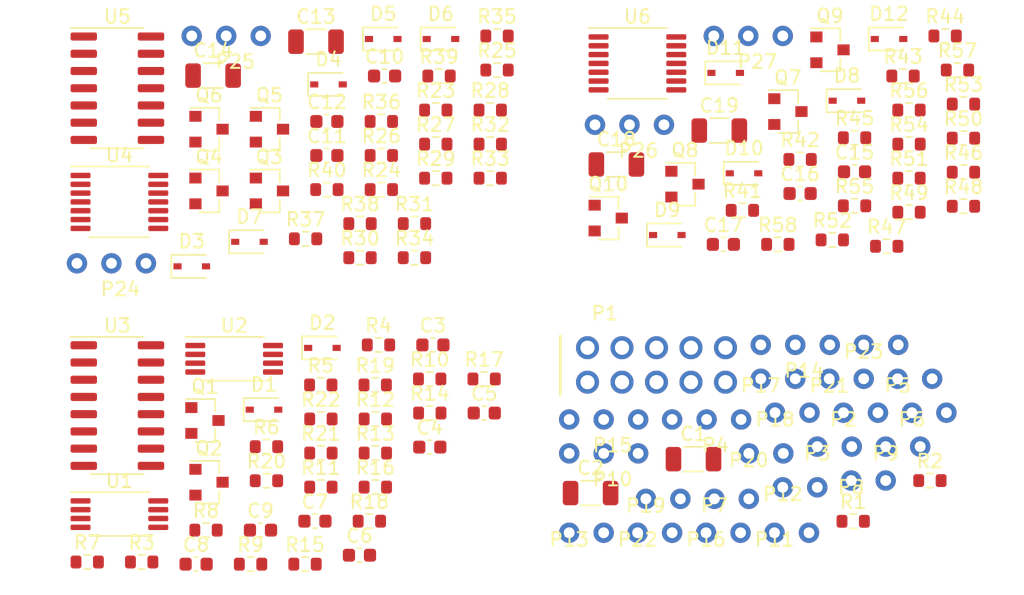
<source format=kicad_pcb>
(kicad_pcb (version 20171130) (host pcbnew "(5.1.7)-1")

  (general
    (thickness 1.6)
    (drawings 0)
    (tracks 0)
    (zones 0)
    (modules 132)
    (nets 110)
  )

  (page A4)
  (layers
    (0 F.Cu signal)
    (31 B.Cu signal)
    (32 B.Adhes user)
    (33 F.Adhes user)
    (34 B.Paste user)
    (35 F.Paste user)
    (36 B.SilkS user)
    (37 F.SilkS user)
    (38 B.Mask user)
    (39 F.Mask user)
    (40 Dwgs.User user)
    (41 Cmts.User user)
    (42 Eco1.User user)
    (43 Eco2.User user)
    (44 Edge.Cuts user)
    (45 Margin user)
    (46 B.CrtYd user)
    (47 F.CrtYd user)
    (48 B.Fab user)
    (49 F.Fab user)
  )

  (setup
    (last_trace_width 0.25)
    (trace_clearance 0.2)
    (zone_clearance 0.508)
    (zone_45_only no)
    (trace_min 0.2)
    (via_size 0.8)
    (via_drill 0.4)
    (via_min_size 0.4)
    (via_min_drill 0.3)
    (uvia_size 0.3)
    (uvia_drill 0.1)
    (uvias_allowed no)
    (uvia_min_size 0.2)
    (uvia_min_drill 0.1)
    (edge_width 0.05)
    (segment_width 0.2)
    (pcb_text_width 0.3)
    (pcb_text_size 1.5 1.5)
    (mod_edge_width 0.12)
    (mod_text_size 1 1)
    (mod_text_width 0.15)
    (pad_size 1.524 1.524)
    (pad_drill 0.762)
    (pad_to_mask_clearance 0)
    (aux_axis_origin 0 0)
    (visible_elements FFFFFF7F)
    (pcbplotparams
      (layerselection 0x010fc_ffffffff)
      (usegerberextensions false)
      (usegerberattributes true)
      (usegerberadvancedattributes true)
      (creategerberjobfile true)
      (excludeedgelayer true)
      (linewidth 0.100000)
      (plotframeref false)
      (viasonmask false)
      (mode 1)
      (useauxorigin false)
      (hpglpennumber 1)
      (hpglpenspeed 20)
      (hpglpendiameter 15.000000)
      (psnegative false)
      (psa4output false)
      (plotreference true)
      (plotvalue true)
      (plotinvisibletext false)
      (padsonsilk false)
      (subtractmaskfromsilk false)
      (outputformat 1)
      (mirror false)
      (drillshape 1)
      (scaleselection 1)
      (outputdirectory ""))
  )

  (net 0 "")
  (net 1 GND)
  (net 2 +12V)
  (net 3 -12V)
  (net 4 /VCA/V_SIG_IN_1)
  (net 5 "Net-(C3-Pad1)")
  (net 6 /VCA/V_SIG_IN_2)
  (net 7 "Net-(C4-Pad1)")
  (net 8 "Net-(C5-Pad2)")
  (net 9 "Net-(C5-Pad1)")
  (net 10 "Net-(C6-Pad2)")
  (net 11 "Net-(C6-Pad1)")
  (net 12 "Net-(C11-Pad2)")
  (net 13 "Net-(C11-Pad1)")
  (net 14 "Net-(C12-Pad2)")
  (net 15 "Net-(C13-Pad2)")
  (net 16 "Net-(C14-Pad2)")
  (net 17 "Net-(C16-Pad2)")
  (net 18 "Net-(C16-Pad1)")
  (net 19 "Net-(C17-Pad2)")
  (net 20 "Net-(C18-Pad2)")
  (net 21 "Net-(C19-Pad2)")
  (net 22 "Net-(D3-Pad1)")
  (net 23 "/ADSR CV gen 1/REL_1")
  (net 24 "/ADSR CV gen 1/DEC_1")
  (net 25 "Net-(D5-Pad1)")
  (net 26 "Net-(D6-Pad2)")
  (net 27 "Net-(D6-Pad1)")
  (net 28 "/ADSR CV gen 1/LED_K")
  (net 29 "/ADSR CV gen 1/LED_A")
  (net 30 "Net-(D8-Pad1)")
  (net 31 "/ADSR CV gen 2/REL_1")
  (net 32 "/ADSR CV gen 2/DEC_1")
  (net 33 "Net-(D10-Pad1)")
  (net 34 "Net-(D11-Pad2)")
  (net 35 "Net-(D11-Pad1)")
  (net 36 "/ADSR CV gen 2/LED_K")
  (net 37 "/ADSR CV gen 2/LED_A")
  (net 38 "Net-(P1-Pad10)")
  (net 39 "Net-(P1-Pad1)")
  (net 40 "/ADSR CV gen 1/SW_IN")
  (net 41 "/ADSR CV gen 1/GATE_IN")
  (net 42 "/ADSR CV gen 1/SUS_3")
  (net 43 "/ADSR CV gen 1/SUS_2")
  (net 44 "/ADSR CV gen 1/SUS_1")
  (net 45 "/ADSR CV gen 1/ATK_1")
  (net 46 "/ADSR CV gen 2/SW_IN")
  (net 47 "/ADSR CV gen 2/GATE_IN")
  (net 48 "/ADSR CV gen 2/SUS_3")
  (net 49 "/ADSR CV gen 2/SUS_2")
  (net 50 "/ADSR CV gen 2/SUS_1")
  (net 51 "/ADSR CV gen 2/ATK_1")
  (net 52 "/ADSR CV gen 1/CV_OUT")
  (net 53 /VCA/CV_1)
  (net 54 "/ADSR CV gen 2/CV_OUT")
  (net 55 /VCA/CV_2)
  (net 56 /VCA/V_SIG_OUT_1)
  (net 57 /VCA/V_SIG_OUT_2)
  (net 58 "/ADSR CV gen 1/ATK_2")
  (net 59 "Net-(P24-Pad2)")
  (net 60 "Net-(P24-Pad1)")
  (net 61 "/ADSR CV gen 2/ATK_2")
  (net 62 "Net-(P26-Pad2)")
  (net 63 "Net-(P26-Pad1)")
  (net 64 "Net-(Q1-Pad3)")
  (net 65 "Net-(Q1-Pad2)")
  (net 66 "Net-(Q2-Pad3)")
  (net 67 "Net-(Q2-Pad2)")
  (net 68 "Net-(Q3-Pad3)")
  (net 69 "Net-(Q3-Pad2)")
  (net 70 "Net-(Q5-Pad3)")
  (net 71 "Net-(Q6-Pad2)")
  (net 72 "Net-(Q6-Pad1)")
  (net 73 "Net-(Q7-Pad3)")
  (net 74 "Net-(Q7-Pad2)")
  (net 75 "Net-(Q9-Pad3)")
  (net 76 "Net-(Q10-Pad2)")
  (net 77 "Net-(Q10-Pad1)")
  (net 78 "Net-(R9-Pad1)")
  (net 79 "Net-(R10-Pad1)")
  (net 80 "Net-(R11-Pad1)")
  (net 81 "Net-(R12-Pad1)")
  (net 82 "Net-(R13-Pad1)")
  (net 83 "Net-(R14-Pad1)")
  (net 84 "Net-(R17-Pad2)")
  (net 85 "Net-(R18-Pad2)")
  (net 86 "Net-(R19-Pad2)")
  (net 87 "Net-(R19-Pad1)")
  (net 88 "Net-(R20-Pad2)")
  (net 89 "Net-(R20-Pad1)")
  (net 90 "/ADSR CV gen 1/SW_IN_RET")
  (net 91 "/ADSR CV gen 1/REL_2")
  (net 92 "/ADSR CV gen 1/DEC_2")
  (net 93 "Net-(R38-Pad1)")
  (net 94 "Net-(R39-Pad1)")
  (net 95 "/ADSR CV gen 2/SW_IN_RET")
  (net 96 "/ADSR CV gen 2/REL_2")
  (net 97 "/ADSR CV gen 2/DEC_2")
  (net 98 "Net-(R56-Pad1)")
  (net 99 "Net-(R57-Pad1)")
  (net 100 "Net-(U3-Pad10)")
  (net 101 "Net-(U3-Pad9)")
  (net 102 "Net-(U3-Pad8)")
  (net 103 "Net-(U3-Pad7)")
  (net 104 "Net-(U4-Pad10)")
  (net 105 "Net-(U4-Pad9)")
  (net 106 "Net-(U4-Pad8)")
  (net 107 "Net-(U6-Pad10)")
  (net 108 "Net-(U6-Pad9)")
  (net 109 "Net-(U6-Pad8)")

  (net_class Default "This is the default net class."
    (clearance 0.2)
    (trace_width 0.25)
    (via_dia 0.8)
    (via_drill 0.4)
    (uvia_dia 0.3)
    (uvia_drill 0.1)
    (add_net +12V)
    (add_net -12V)
    (add_net "/ADSR CV gen 1/ATK_1")
    (add_net "/ADSR CV gen 1/ATK_2")
    (add_net "/ADSR CV gen 1/CV_OUT")
    (add_net "/ADSR CV gen 1/DEC_1")
    (add_net "/ADSR CV gen 1/DEC_2")
    (add_net "/ADSR CV gen 1/GATE_IN")
    (add_net "/ADSR CV gen 1/LED_A")
    (add_net "/ADSR CV gen 1/LED_K")
    (add_net "/ADSR CV gen 1/REL_1")
    (add_net "/ADSR CV gen 1/REL_2")
    (add_net "/ADSR CV gen 1/SUS_1")
    (add_net "/ADSR CV gen 1/SUS_2")
    (add_net "/ADSR CV gen 1/SUS_3")
    (add_net "/ADSR CV gen 1/SW_IN")
    (add_net "/ADSR CV gen 1/SW_IN_RET")
    (add_net "/ADSR CV gen 2/ATK_1")
    (add_net "/ADSR CV gen 2/ATK_2")
    (add_net "/ADSR CV gen 2/CV_OUT")
    (add_net "/ADSR CV gen 2/DEC_1")
    (add_net "/ADSR CV gen 2/DEC_2")
    (add_net "/ADSR CV gen 2/GATE_IN")
    (add_net "/ADSR CV gen 2/LED_A")
    (add_net "/ADSR CV gen 2/LED_K")
    (add_net "/ADSR CV gen 2/REL_1")
    (add_net "/ADSR CV gen 2/REL_2")
    (add_net "/ADSR CV gen 2/SUS_1")
    (add_net "/ADSR CV gen 2/SUS_2")
    (add_net "/ADSR CV gen 2/SUS_3")
    (add_net "/ADSR CV gen 2/SW_IN")
    (add_net "/ADSR CV gen 2/SW_IN_RET")
    (add_net /VCA/CV_1)
    (add_net /VCA/CV_2)
    (add_net /VCA/V_SIG_IN_1)
    (add_net /VCA/V_SIG_IN_2)
    (add_net /VCA/V_SIG_OUT_1)
    (add_net /VCA/V_SIG_OUT_2)
    (add_net GND)
    (add_net "Net-(C11-Pad1)")
    (add_net "Net-(C11-Pad2)")
    (add_net "Net-(C12-Pad2)")
    (add_net "Net-(C13-Pad2)")
    (add_net "Net-(C14-Pad2)")
    (add_net "Net-(C16-Pad1)")
    (add_net "Net-(C16-Pad2)")
    (add_net "Net-(C17-Pad2)")
    (add_net "Net-(C18-Pad2)")
    (add_net "Net-(C19-Pad2)")
    (add_net "Net-(C3-Pad1)")
    (add_net "Net-(C4-Pad1)")
    (add_net "Net-(C5-Pad1)")
    (add_net "Net-(C5-Pad2)")
    (add_net "Net-(C6-Pad1)")
    (add_net "Net-(C6-Pad2)")
    (add_net "Net-(D10-Pad1)")
    (add_net "Net-(D11-Pad1)")
    (add_net "Net-(D11-Pad2)")
    (add_net "Net-(D3-Pad1)")
    (add_net "Net-(D5-Pad1)")
    (add_net "Net-(D6-Pad1)")
    (add_net "Net-(D6-Pad2)")
    (add_net "Net-(D8-Pad1)")
    (add_net "Net-(P1-Pad1)")
    (add_net "Net-(P1-Pad10)")
    (add_net "Net-(P24-Pad1)")
    (add_net "Net-(P24-Pad2)")
    (add_net "Net-(P26-Pad1)")
    (add_net "Net-(P26-Pad2)")
    (add_net "Net-(Q1-Pad2)")
    (add_net "Net-(Q1-Pad3)")
    (add_net "Net-(Q10-Pad1)")
    (add_net "Net-(Q10-Pad2)")
    (add_net "Net-(Q2-Pad2)")
    (add_net "Net-(Q2-Pad3)")
    (add_net "Net-(Q3-Pad2)")
    (add_net "Net-(Q3-Pad3)")
    (add_net "Net-(Q5-Pad3)")
    (add_net "Net-(Q6-Pad1)")
    (add_net "Net-(Q6-Pad2)")
    (add_net "Net-(Q7-Pad2)")
    (add_net "Net-(Q7-Pad3)")
    (add_net "Net-(Q9-Pad3)")
    (add_net "Net-(R10-Pad1)")
    (add_net "Net-(R11-Pad1)")
    (add_net "Net-(R12-Pad1)")
    (add_net "Net-(R13-Pad1)")
    (add_net "Net-(R14-Pad1)")
    (add_net "Net-(R17-Pad2)")
    (add_net "Net-(R18-Pad2)")
    (add_net "Net-(R19-Pad1)")
    (add_net "Net-(R19-Pad2)")
    (add_net "Net-(R20-Pad1)")
    (add_net "Net-(R20-Pad2)")
    (add_net "Net-(R38-Pad1)")
    (add_net "Net-(R39-Pad1)")
    (add_net "Net-(R56-Pad1)")
    (add_net "Net-(R57-Pad1)")
    (add_net "Net-(R9-Pad1)")
    (add_net "Net-(U3-Pad10)")
    (add_net "Net-(U3-Pad7)")
    (add_net "Net-(U3-Pad8)")
    (add_net "Net-(U3-Pad9)")
    (add_net "Net-(U4-Pad10)")
    (add_net "Net-(U4-Pad8)")
    (add_net "Net-(U4-Pad9)")
    (add_net "Net-(U6-Pad10)")
    (add_net "Net-(U6-Pad8)")
    (add_net "Net-(U6-Pad9)")
  )

  (module Package_SO:TSSOP-14_4.4x5mm_P0.65mm (layer F.Cu) (tedit 5E476F32) (tstamp 60059C62)
    (at 139.57 72.23)
    (descr "TSSOP, 14 Pin (JEDEC MO-153 Var AB-1 https://www.jedec.org/document_search?search_api_views_fulltext=MO-153), generated with kicad-footprint-generator ipc_gullwing_generator.py")
    (tags "TSSOP SO")
    (path /5FFB759C/5FFE00D5)
    (attr smd)
    (fp_text reference U6 (at 0 -3.45) (layer F.SilkS)
      (effects (font (size 1 1) (thickness 0.15)))
    )
    (fp_text value TL084 (at 0 3.45) (layer F.Fab)
      (effects (font (size 1 1) (thickness 0.15)))
    )
    (fp_text user %R (at 0 0) (layer F.Fab)
      (effects (font (size 1 1) (thickness 0.15)))
    )
    (fp_line (start 0 2.61) (end 2.2 2.61) (layer F.SilkS) (width 0.12))
    (fp_line (start 0 2.61) (end -2.2 2.61) (layer F.SilkS) (width 0.12))
    (fp_line (start 0 -2.61) (end 2.2 -2.61) (layer F.SilkS) (width 0.12))
    (fp_line (start 0 -2.61) (end -3.6 -2.61) (layer F.SilkS) (width 0.12))
    (fp_line (start -1.2 -2.5) (end 2.2 -2.5) (layer F.Fab) (width 0.1))
    (fp_line (start 2.2 -2.5) (end 2.2 2.5) (layer F.Fab) (width 0.1))
    (fp_line (start 2.2 2.5) (end -2.2 2.5) (layer F.Fab) (width 0.1))
    (fp_line (start -2.2 2.5) (end -2.2 -1.5) (layer F.Fab) (width 0.1))
    (fp_line (start -2.2 -1.5) (end -1.2 -2.5) (layer F.Fab) (width 0.1))
    (fp_line (start -3.85 -2.75) (end -3.85 2.75) (layer F.CrtYd) (width 0.05))
    (fp_line (start -3.85 2.75) (end 3.85 2.75) (layer F.CrtYd) (width 0.05))
    (fp_line (start 3.85 2.75) (end 3.85 -2.75) (layer F.CrtYd) (width 0.05))
    (fp_line (start 3.85 -2.75) (end -3.85 -2.75) (layer F.CrtYd) (width 0.05))
    (pad 14 smd roundrect (at 2.8625 -1.95) (size 1.475 0.4) (layers F.Cu F.Paste F.Mask) (roundrect_rratio 0.25)
      (net 33 "Net-(D10-Pad1)"))
    (pad 13 smd roundrect (at 2.8625 -1.3) (size 1.475 0.4) (layers F.Cu F.Paste F.Mask) (roundrect_rratio 0.25)
      (net 33 "Net-(D10-Pad1)"))
    (pad 12 smd roundrect (at 2.8625 -0.65) (size 1.475 0.4) (layers F.Cu F.Paste F.Mask) (roundrect_rratio 0.25)
      (net 49 "/ADSR CV gen 2/SUS_2"))
    (pad 11 smd roundrect (at 2.8625 0) (size 1.475 0.4) (layers F.Cu F.Paste F.Mask) (roundrect_rratio 0.25)
      (net 3 -12V))
    (pad 10 smd roundrect (at 2.8625 0.65) (size 1.475 0.4) (layers F.Cu F.Paste F.Mask) (roundrect_rratio 0.25)
      (net 107 "Net-(U6-Pad10)"))
    (pad 9 smd roundrect (at 2.8625 1.3) (size 1.475 0.4) (layers F.Cu F.Paste F.Mask) (roundrect_rratio 0.25)
      (net 108 "Net-(U6-Pad9)"))
    (pad 8 smd roundrect (at 2.8625 1.95) (size 1.475 0.4) (layers F.Cu F.Paste F.Mask) (roundrect_rratio 0.25)
      (net 109 "Net-(U6-Pad8)"))
    (pad 7 smd roundrect (at -2.8625 1.95) (size 1.475 0.4) (layers F.Cu F.Paste F.Mask) (roundrect_rratio 0.25)
      (net 36 "/ADSR CV gen 2/LED_K"))
    (pad 6 smd roundrect (at -2.8625 1.3) (size 1.475 0.4) (layers F.Cu F.Paste F.Mask) (roundrect_rratio 0.25)
      (net 37 "/ADSR CV gen 2/LED_A"))
    (pad 5 smd roundrect (at -2.8625 0.65) (size 1.475 0.4) (layers F.Cu F.Paste F.Mask) (roundrect_rratio 0.25)
      (net 1 GND))
    (pad 4 smd roundrect (at -2.8625 0) (size 1.475 0.4) (layers F.Cu F.Paste F.Mask) (roundrect_rratio 0.25)
      (net 2 +12V))
    (pad 3 smd roundrect (at -2.8625 -0.65) (size 1.475 0.4) (layers F.Cu F.Paste F.Mask) (roundrect_rratio 0.25)
      (net 35 "Net-(D11-Pad1)"))
    (pad 2 smd roundrect (at -2.8625 -1.3) (size 1.475 0.4) (layers F.Cu F.Paste F.Mask) (roundrect_rratio 0.25)
      (net 99 "Net-(R57-Pad1)"))
    (pad 1 smd roundrect (at -2.8625 -1.95) (size 1.475 0.4) (layers F.Cu F.Paste F.Mask) (roundrect_rratio 0.25)
      (net 54 "/ADSR CV gen 2/CV_OUT"))
    (model ${KISYS3DMOD}/Package_SO.3dshapes/TSSOP-14_4.4x5mm_P0.65mm.wrl
      (at (xyz 0 0 0))
      (scale (xyz 1 1 1))
      (rotate (xyz 0 0 0))
    )
  )

  (module Package_SO:SOIC-14_3.9x8.7mm_P1.27mm (layer F.Cu) (tedit 5D9F72B1) (tstamp 60059C42)
    (at 101.27 74.06)
    (descr "SOIC, 14 Pin (JEDEC MS-012AB, https://www.analog.com/media/en/package-pcb-resources/package/pkg_pdf/soic_narrow-r/r_14.pdf), generated with kicad-footprint-generator ipc_gullwing_generator.py")
    (tags "SOIC SO")
    (path /5FFB63E2/5FFB665B)
    (attr smd)
    (fp_text reference U5 (at 0 -5.28) (layer F.SilkS)
      (effects (font (size 1 1) (thickness 0.15)))
    )
    (fp_text value ICM7556 (at 0 5.28) (layer F.Fab)
      (effects (font (size 1 1) (thickness 0.15)))
    )
    (fp_text user %R (at 0 0) (layer F.Fab)
      (effects (font (size 0.98 0.98) (thickness 0.15)))
    )
    (fp_line (start 0 4.435) (end 1.95 4.435) (layer F.SilkS) (width 0.12))
    (fp_line (start 0 4.435) (end -1.95 4.435) (layer F.SilkS) (width 0.12))
    (fp_line (start 0 -4.435) (end 1.95 -4.435) (layer F.SilkS) (width 0.12))
    (fp_line (start 0 -4.435) (end -3.45 -4.435) (layer F.SilkS) (width 0.12))
    (fp_line (start -0.975 -4.325) (end 1.95 -4.325) (layer F.Fab) (width 0.1))
    (fp_line (start 1.95 -4.325) (end 1.95 4.325) (layer F.Fab) (width 0.1))
    (fp_line (start 1.95 4.325) (end -1.95 4.325) (layer F.Fab) (width 0.1))
    (fp_line (start -1.95 4.325) (end -1.95 -3.35) (layer F.Fab) (width 0.1))
    (fp_line (start -1.95 -3.35) (end -0.975 -4.325) (layer F.Fab) (width 0.1))
    (fp_line (start -3.7 -4.58) (end -3.7 4.58) (layer F.CrtYd) (width 0.05))
    (fp_line (start -3.7 4.58) (end 3.7 4.58) (layer F.CrtYd) (width 0.05))
    (fp_line (start 3.7 4.58) (end 3.7 -4.58) (layer F.CrtYd) (width 0.05))
    (fp_line (start 3.7 -4.58) (end -3.7 -4.58) (layer F.CrtYd) (width 0.05))
    (pad 14 smd roundrect (at 2.475 -3.81) (size 1.95 0.6) (layers F.Cu F.Paste F.Mask) (roundrect_rratio 0.25)
      (net 2 +12V))
    (pad 13 smd roundrect (at 2.475 -2.54) (size 1.95 0.6) (layers F.Cu F.Paste F.Mask) (roundrect_rratio 0.25)
      (net 76 "Net-(Q10-Pad2)"))
    (pad 12 smd roundrect (at 2.475 -1.27) (size 1.95 0.6) (layers F.Cu F.Paste F.Mask) (roundrect_rratio 0.25)
      (net 98 "Net-(R56-Pad1)"))
    (pad 11 smd roundrect (at 2.475 0) (size 1.95 0.6) (layers F.Cu F.Paste F.Mask) (roundrect_rratio 0.25)
      (net 19 "Net-(C17-Pad2)"))
    (pad 10 smd roundrect (at 2.475 1.27) (size 1.95 0.6) (layers F.Cu F.Paste F.Mask) (roundrect_rratio 0.25)
      (net 17 "Net-(C16-Pad2)"))
    (pad 9 smd roundrect (at 2.475 2.54) (size 1.95 0.6) (layers F.Cu F.Paste F.Mask) (roundrect_rratio 0.25)
      (net 51 "/ADSR CV gen 2/ATK_1"))
    (pad 8 smd roundrect (at 2.475 3.81) (size 1.95 0.6) (layers F.Cu F.Paste F.Mask) (roundrect_rratio 0.25)
      (net 75 "Net-(Q9-Pad3)"))
    (pad 7 smd roundrect (at -2.475 3.81) (size 1.95 0.6) (layers F.Cu F.Paste F.Mask) (roundrect_rratio 0.25)
      (net 1 GND))
    (pad 6 smd roundrect (at -2.475 2.54) (size 1.95 0.6) (layers F.Cu F.Paste F.Mask) (roundrect_rratio 0.25)
      (net 70 "Net-(Q5-Pad3)"))
    (pad 5 smd roundrect (at -2.475 1.27) (size 1.95 0.6) (layers F.Cu F.Paste F.Mask) (roundrect_rratio 0.25)
      (net 45 "/ADSR CV gen 1/ATK_1"))
    (pad 4 smd roundrect (at -2.475 0) (size 1.95 0.6) (layers F.Cu F.Paste F.Mask) (roundrect_rratio 0.25)
      (net 12 "Net-(C11-Pad2)"))
    (pad 3 smd roundrect (at -2.475 -1.27) (size 1.95 0.6) (layers F.Cu F.Paste F.Mask) (roundrect_rratio 0.25)
      (net 14 "Net-(C12-Pad2)"))
    (pad 2 smd roundrect (at -2.475 -2.54) (size 1.95 0.6) (layers F.Cu F.Paste F.Mask) (roundrect_rratio 0.25)
      (net 93 "Net-(R38-Pad1)"))
    (pad 1 smd roundrect (at -2.475 -3.81) (size 1.95 0.6) (layers F.Cu F.Paste F.Mask) (roundrect_rratio 0.25)
      (net 71 "Net-(Q6-Pad2)"))
    (model ${KISYS3DMOD}/Package_SO.3dshapes/SOIC-14_3.9x8.7mm_P1.27mm.wrl
      (at (xyz 0 0 0))
      (scale (xyz 1 1 1))
      (rotate (xyz 0 0 0))
    )
  )

  (module Package_SO:TSSOP-14_4.4x5mm_P0.65mm (layer F.Cu) (tedit 5E476F32) (tstamp 60059C22)
    (at 101.42 82.44)
    (descr "TSSOP, 14 Pin (JEDEC MO-153 Var AB-1 https://www.jedec.org/document_search?search_api_views_fulltext=MO-153), generated with kicad-footprint-generator ipc_gullwing_generator.py")
    (tags "TSSOP SO")
    (path /5FFB63E2/5FF51953)
    (attr smd)
    (fp_text reference U4 (at 0 -3.45) (layer F.SilkS)
      (effects (font (size 1 1) (thickness 0.15)))
    )
    (fp_text value TL084 (at 0 3.45) (layer F.Fab)
      (effects (font (size 1 1) (thickness 0.15)))
    )
    (fp_text user %R (at 0 0) (layer F.Fab)
      (effects (font (size 1 1) (thickness 0.15)))
    )
    (fp_line (start 0 2.61) (end 2.2 2.61) (layer F.SilkS) (width 0.12))
    (fp_line (start 0 2.61) (end -2.2 2.61) (layer F.SilkS) (width 0.12))
    (fp_line (start 0 -2.61) (end 2.2 -2.61) (layer F.SilkS) (width 0.12))
    (fp_line (start 0 -2.61) (end -3.6 -2.61) (layer F.SilkS) (width 0.12))
    (fp_line (start -1.2 -2.5) (end 2.2 -2.5) (layer F.Fab) (width 0.1))
    (fp_line (start 2.2 -2.5) (end 2.2 2.5) (layer F.Fab) (width 0.1))
    (fp_line (start 2.2 2.5) (end -2.2 2.5) (layer F.Fab) (width 0.1))
    (fp_line (start -2.2 2.5) (end -2.2 -1.5) (layer F.Fab) (width 0.1))
    (fp_line (start -2.2 -1.5) (end -1.2 -2.5) (layer F.Fab) (width 0.1))
    (fp_line (start -3.85 -2.75) (end -3.85 2.75) (layer F.CrtYd) (width 0.05))
    (fp_line (start -3.85 2.75) (end 3.85 2.75) (layer F.CrtYd) (width 0.05))
    (fp_line (start 3.85 2.75) (end 3.85 -2.75) (layer F.CrtYd) (width 0.05))
    (fp_line (start 3.85 -2.75) (end -3.85 -2.75) (layer F.CrtYd) (width 0.05))
    (pad 14 smd roundrect (at 2.8625 -1.95) (size 1.475 0.4) (layers F.Cu F.Paste F.Mask) (roundrect_rratio 0.25)
      (net 25 "Net-(D5-Pad1)"))
    (pad 13 smd roundrect (at 2.8625 -1.3) (size 1.475 0.4) (layers F.Cu F.Paste F.Mask) (roundrect_rratio 0.25)
      (net 25 "Net-(D5-Pad1)"))
    (pad 12 smd roundrect (at 2.8625 -0.65) (size 1.475 0.4) (layers F.Cu F.Paste F.Mask) (roundrect_rratio 0.25)
      (net 43 "/ADSR CV gen 1/SUS_2"))
    (pad 11 smd roundrect (at 2.8625 0) (size 1.475 0.4) (layers F.Cu F.Paste F.Mask) (roundrect_rratio 0.25)
      (net 3 -12V))
    (pad 10 smd roundrect (at 2.8625 0.65) (size 1.475 0.4) (layers F.Cu F.Paste F.Mask) (roundrect_rratio 0.25)
      (net 104 "Net-(U4-Pad10)"))
    (pad 9 smd roundrect (at 2.8625 1.3) (size 1.475 0.4) (layers F.Cu F.Paste F.Mask) (roundrect_rratio 0.25)
      (net 105 "Net-(U4-Pad9)"))
    (pad 8 smd roundrect (at 2.8625 1.95) (size 1.475 0.4) (layers F.Cu F.Paste F.Mask) (roundrect_rratio 0.25)
      (net 106 "Net-(U4-Pad8)"))
    (pad 7 smd roundrect (at -2.8625 1.95) (size 1.475 0.4) (layers F.Cu F.Paste F.Mask) (roundrect_rratio 0.25)
      (net 28 "/ADSR CV gen 1/LED_K"))
    (pad 6 smd roundrect (at -2.8625 1.3) (size 1.475 0.4) (layers F.Cu F.Paste F.Mask) (roundrect_rratio 0.25)
      (net 29 "/ADSR CV gen 1/LED_A"))
    (pad 5 smd roundrect (at -2.8625 0.65) (size 1.475 0.4) (layers F.Cu F.Paste F.Mask) (roundrect_rratio 0.25)
      (net 1 GND))
    (pad 4 smd roundrect (at -2.8625 0) (size 1.475 0.4) (layers F.Cu F.Paste F.Mask) (roundrect_rratio 0.25)
      (net 2 +12V))
    (pad 3 smd roundrect (at -2.8625 -0.65) (size 1.475 0.4) (layers F.Cu F.Paste F.Mask) (roundrect_rratio 0.25)
      (net 27 "Net-(D6-Pad1)"))
    (pad 2 smd roundrect (at -2.8625 -1.3) (size 1.475 0.4) (layers F.Cu F.Paste F.Mask) (roundrect_rratio 0.25)
      (net 94 "Net-(R39-Pad1)"))
    (pad 1 smd roundrect (at -2.8625 -1.95) (size 1.475 0.4) (layers F.Cu F.Paste F.Mask) (roundrect_rratio 0.25)
      (net 52 "/ADSR CV gen 1/CV_OUT"))
    (model ${KISYS3DMOD}/Package_SO.3dshapes/TSSOP-14_4.4x5mm_P0.65mm.wrl
      (at (xyz 0 0 0))
      (scale (xyz 1 1 1))
      (rotate (xyz 0 0 0))
    )
  )

  (module Package_SO:SOIC-16_3.9x9.9mm_P1.27mm (layer F.Cu) (tedit 5D9F72B1) (tstamp 60059C02)
    (at 101.27 97.45)
    (descr "SOIC, 16 Pin (JEDEC MS-012AC, https://www.analog.com/media/en/package-pcb-resources/package/pkg_pdf/soic_narrow-r/r_16.pdf), generated with kicad-footprint-generator ipc_gullwing_generator.py")
    (tags "SOIC SO")
    (path /5FF0DFBC/5FF0E3A8)
    (attr smd)
    (fp_text reference U3 (at 0 -5.9) (layer F.SilkS)
      (effects (font (size 1 1) (thickness 0.15)))
    )
    (fp_text value LM13700 (at 0 5.9) (layer F.Fab)
      (effects (font (size 1 1) (thickness 0.15)))
    )
    (fp_text user %R (at 0 0) (layer F.Fab)
      (effects (font (size 0.98 0.98) (thickness 0.15)))
    )
    (fp_line (start 0 5.06) (end 1.95 5.06) (layer F.SilkS) (width 0.12))
    (fp_line (start 0 5.06) (end -1.95 5.06) (layer F.SilkS) (width 0.12))
    (fp_line (start 0 -5.06) (end 1.95 -5.06) (layer F.SilkS) (width 0.12))
    (fp_line (start 0 -5.06) (end -3.45 -5.06) (layer F.SilkS) (width 0.12))
    (fp_line (start -0.975 -4.95) (end 1.95 -4.95) (layer F.Fab) (width 0.1))
    (fp_line (start 1.95 -4.95) (end 1.95 4.95) (layer F.Fab) (width 0.1))
    (fp_line (start 1.95 4.95) (end -1.95 4.95) (layer F.Fab) (width 0.1))
    (fp_line (start -1.95 4.95) (end -1.95 -3.975) (layer F.Fab) (width 0.1))
    (fp_line (start -1.95 -3.975) (end -0.975 -4.95) (layer F.Fab) (width 0.1))
    (fp_line (start -3.7 -5.2) (end -3.7 5.2) (layer F.CrtYd) (width 0.05))
    (fp_line (start -3.7 5.2) (end 3.7 5.2) (layer F.CrtYd) (width 0.05))
    (fp_line (start 3.7 5.2) (end 3.7 -5.2) (layer F.CrtYd) (width 0.05))
    (fp_line (start 3.7 -5.2) (end -3.7 -5.2) (layer F.CrtYd) (width 0.05))
    (pad 16 smd roundrect (at 2.475 -4.445) (size 1.95 0.6) (layers F.Cu F.Paste F.Mask) (roundrect_rratio 0.25)
      (net 84 "Net-(R17-Pad2)"))
    (pad 15 smd roundrect (at 2.475 -3.175) (size 1.95 0.6) (layers F.Cu F.Paste F.Mask) (roundrect_rratio 0.25)
      (net 82 "Net-(R13-Pad1)"))
    (pad 14 smd roundrect (at 2.475 -1.905) (size 1.95 0.6) (layers F.Cu F.Paste F.Mask) (roundrect_rratio 0.25)
      (net 79 "Net-(R10-Pad1)"))
    (pad 13 smd roundrect (at 2.475 -0.635) (size 1.95 0.6) (layers F.Cu F.Paste F.Mask) (roundrect_rratio 0.25)
      (net 78 "Net-(R9-Pad1)"))
    (pad 12 smd roundrect (at 2.475 0.635) (size 1.95 0.6) (layers F.Cu F.Paste F.Mask) (roundrect_rratio 0.25)
      (net 86 "Net-(R19-Pad2)"))
    (pad 11 smd roundrect (at 2.475 1.905) (size 1.95 0.6) (layers F.Cu F.Paste F.Mask) (roundrect_rratio 0.25)
      (net 2 +12V))
    (pad 10 smd roundrect (at 2.475 3.175) (size 1.95 0.6) (layers F.Cu F.Paste F.Mask) (roundrect_rratio 0.25)
      (net 100 "Net-(U3-Pad10)"))
    (pad 9 smd roundrect (at 2.475 4.445) (size 1.95 0.6) (layers F.Cu F.Paste F.Mask) (roundrect_rratio 0.25)
      (net 101 "Net-(U3-Pad9)"))
    (pad 8 smd roundrect (at -2.475 4.445) (size 1.95 0.6) (layers F.Cu F.Paste F.Mask) (roundrect_rratio 0.25)
      (net 102 "Net-(U3-Pad8)"))
    (pad 7 smd roundrect (at -2.475 3.175) (size 1.95 0.6) (layers F.Cu F.Paste F.Mask) (roundrect_rratio 0.25)
      (net 103 "Net-(U3-Pad7)"))
    (pad 6 smd roundrect (at -2.475 1.905) (size 1.95 0.6) (layers F.Cu F.Paste F.Mask) (roundrect_rratio 0.25)
      (net 3 -12V))
    (pad 5 smd roundrect (at -2.475 0.635) (size 1.95 0.6) (layers F.Cu F.Paste F.Mask) (roundrect_rratio 0.25)
      (net 88 "Net-(R20-Pad2)"))
    (pad 4 smd roundrect (at -2.475 -0.635) (size 1.95 0.6) (layers F.Cu F.Paste F.Mask) (roundrect_rratio 0.25)
      (net 80 "Net-(R11-Pad1)"))
    (pad 3 smd roundrect (at -2.475 -1.905) (size 1.95 0.6) (layers F.Cu F.Paste F.Mask) (roundrect_rratio 0.25)
      (net 81 "Net-(R12-Pad1)"))
    (pad 2 smd roundrect (at -2.475 -3.175) (size 1.95 0.6) (layers F.Cu F.Paste F.Mask) (roundrect_rratio 0.25)
      (net 83 "Net-(R14-Pad1)"))
    (pad 1 smd roundrect (at -2.475 -4.445) (size 1.95 0.6) (layers F.Cu F.Paste F.Mask) (roundrect_rratio 0.25)
      (net 85 "Net-(R18-Pad2)"))
    (model ${KISYS3DMOD}/Package_SO.3dshapes/SOIC-16_3.9x9.9mm_P1.27mm.wrl
      (at (xyz 0 0 0))
      (scale (xyz 1 1 1))
      (rotate (xyz 0 0 0))
    )
  )

  (module Package_SO:TSSOP-8_4.4x3mm_P0.65mm (layer F.Cu) (tedit 5E476F32) (tstamp 60059BE0)
    (at 109.87 94)
    (descr "TSSOP, 8 Pin (JEDEC MO-153 Var AA https://www.jedec.org/document_search?search_api_views_fulltext=MO-153), generated with kicad-footprint-generator ipc_gullwing_generator.py")
    (tags "TSSOP SO")
    (path /5FF0DFBC/6000BB57)
    (attr smd)
    (fp_text reference U2 (at 0 -2.45) (layer F.SilkS)
      (effects (font (size 1 1) (thickness 0.15)))
    )
    (fp_text value TL082 (at 0 2.45) (layer F.Fab)
      (effects (font (size 1 1) (thickness 0.15)))
    )
    (fp_text user %R (at 0 0) (layer F.Fab)
      (effects (font (size 1 1) (thickness 0.15)))
    )
    (fp_line (start 0 1.61) (end 2.2 1.61) (layer F.SilkS) (width 0.12))
    (fp_line (start 0 1.61) (end -2.2 1.61) (layer F.SilkS) (width 0.12))
    (fp_line (start 0 -1.61) (end 2.2 -1.61) (layer F.SilkS) (width 0.12))
    (fp_line (start 0 -1.61) (end -3.6 -1.61) (layer F.SilkS) (width 0.12))
    (fp_line (start -1.45 -1.5) (end 2.2 -1.5) (layer F.Fab) (width 0.1))
    (fp_line (start 2.2 -1.5) (end 2.2 1.5) (layer F.Fab) (width 0.1))
    (fp_line (start 2.2 1.5) (end -2.2 1.5) (layer F.Fab) (width 0.1))
    (fp_line (start -2.2 1.5) (end -2.2 -0.75) (layer F.Fab) (width 0.1))
    (fp_line (start -2.2 -0.75) (end -1.45 -1.5) (layer F.Fab) (width 0.1))
    (fp_line (start -3.85 -1.75) (end -3.85 1.75) (layer F.CrtYd) (width 0.05))
    (fp_line (start -3.85 1.75) (end 3.85 1.75) (layer F.CrtYd) (width 0.05))
    (fp_line (start 3.85 1.75) (end 3.85 -1.75) (layer F.CrtYd) (width 0.05))
    (fp_line (start 3.85 -1.75) (end -3.85 -1.75) (layer F.CrtYd) (width 0.05))
    (pad 8 smd roundrect (at 2.8625 -0.975) (size 1.475 0.4) (layers F.Cu F.Paste F.Mask) (roundrect_rratio 0.25)
      (net 2 +12V))
    (pad 7 smd roundrect (at 2.8625 -0.325) (size 1.475 0.4) (layers F.Cu F.Paste F.Mask) (roundrect_rratio 0.25)
      (net 89 "Net-(R20-Pad1)"))
    (pad 6 smd roundrect (at 2.8625 0.325) (size 1.475 0.4) (layers F.Cu F.Paste F.Mask) (roundrect_rratio 0.25)
      (net 88 "Net-(R20-Pad2)"))
    (pad 5 smd roundrect (at 2.8625 0.975) (size 1.475 0.4) (layers F.Cu F.Paste F.Mask) (roundrect_rratio 0.25)
      (net 1 GND))
    (pad 4 smd roundrect (at -2.8625 0.975) (size 1.475 0.4) (layers F.Cu F.Paste F.Mask) (roundrect_rratio 0.25)
      (net 3 -12V))
    (pad 3 smd roundrect (at -2.8625 0.325) (size 1.475 0.4) (layers F.Cu F.Paste F.Mask) (roundrect_rratio 0.25)
      (net 1 GND))
    (pad 2 smd roundrect (at -2.8625 -0.325) (size 1.475 0.4) (layers F.Cu F.Paste F.Mask) (roundrect_rratio 0.25)
      (net 10 "Net-(C6-Pad2)"))
    (pad 1 smd roundrect (at -2.8625 -0.975) (size 1.475 0.4) (layers F.Cu F.Paste F.Mask) (roundrect_rratio 0.25)
      (net 11 "Net-(C6-Pad1)"))
    (model ${KISYS3DMOD}/Package_SO.3dshapes/TSSOP-8_4.4x3mm_P0.65mm.wrl
      (at (xyz 0 0 0))
      (scale (xyz 1 1 1))
      (rotate (xyz 0 0 0))
    )
  )

  (module Package_SO:TSSOP-8_4.4x3mm_P0.65mm (layer F.Cu) (tedit 5E476F32) (tstamp 60059BC6)
    (at 101.42 105.45)
    (descr "TSSOP, 8 Pin (JEDEC MO-153 Var AA https://www.jedec.org/document_search?search_api_views_fulltext=MO-153), generated with kicad-footprint-generator ipc_gullwing_generator.py")
    (tags "TSSOP SO")
    (path /5FF0DFBC/60007691)
    (attr smd)
    (fp_text reference U1 (at 0 -2.45) (layer F.SilkS)
      (effects (font (size 1 1) (thickness 0.15)))
    )
    (fp_text value TL082 (at 0 2.45) (layer F.Fab)
      (effects (font (size 1 1) (thickness 0.15)))
    )
    (fp_text user %R (at 0 0) (layer F.Fab)
      (effects (font (size 1 1) (thickness 0.15)))
    )
    (fp_line (start 0 1.61) (end 2.2 1.61) (layer F.SilkS) (width 0.12))
    (fp_line (start 0 1.61) (end -2.2 1.61) (layer F.SilkS) (width 0.12))
    (fp_line (start 0 -1.61) (end 2.2 -1.61) (layer F.SilkS) (width 0.12))
    (fp_line (start 0 -1.61) (end -3.6 -1.61) (layer F.SilkS) (width 0.12))
    (fp_line (start -1.45 -1.5) (end 2.2 -1.5) (layer F.Fab) (width 0.1))
    (fp_line (start 2.2 -1.5) (end 2.2 1.5) (layer F.Fab) (width 0.1))
    (fp_line (start 2.2 1.5) (end -2.2 1.5) (layer F.Fab) (width 0.1))
    (fp_line (start -2.2 1.5) (end -2.2 -0.75) (layer F.Fab) (width 0.1))
    (fp_line (start -2.2 -0.75) (end -1.45 -1.5) (layer F.Fab) (width 0.1))
    (fp_line (start -3.85 -1.75) (end -3.85 1.75) (layer F.CrtYd) (width 0.05))
    (fp_line (start -3.85 1.75) (end 3.85 1.75) (layer F.CrtYd) (width 0.05))
    (fp_line (start 3.85 1.75) (end 3.85 -1.75) (layer F.CrtYd) (width 0.05))
    (fp_line (start 3.85 -1.75) (end -3.85 -1.75) (layer F.CrtYd) (width 0.05))
    (pad 8 smd roundrect (at 2.8625 -0.975) (size 1.475 0.4) (layers F.Cu F.Paste F.Mask) (roundrect_rratio 0.25)
      (net 2 +12V))
    (pad 7 smd roundrect (at 2.8625 -0.325) (size 1.475 0.4) (layers F.Cu F.Paste F.Mask) (roundrect_rratio 0.25)
      (net 87 "Net-(R19-Pad1)"))
    (pad 6 smd roundrect (at 2.8625 0.325) (size 1.475 0.4) (layers F.Cu F.Paste F.Mask) (roundrect_rratio 0.25)
      (net 86 "Net-(R19-Pad2)"))
    (pad 5 smd roundrect (at 2.8625 0.975) (size 1.475 0.4) (layers F.Cu F.Paste F.Mask) (roundrect_rratio 0.25)
      (net 1 GND))
    (pad 4 smd roundrect (at -2.8625 0.975) (size 1.475 0.4) (layers F.Cu F.Paste F.Mask) (roundrect_rratio 0.25)
      (net 3 -12V))
    (pad 3 smd roundrect (at -2.8625 0.325) (size 1.475 0.4) (layers F.Cu F.Paste F.Mask) (roundrect_rratio 0.25)
      (net 1 GND))
    (pad 2 smd roundrect (at -2.8625 -0.325) (size 1.475 0.4) (layers F.Cu F.Paste F.Mask) (roundrect_rratio 0.25)
      (net 8 "Net-(C5-Pad2)"))
    (pad 1 smd roundrect (at -2.8625 -0.975) (size 1.475 0.4) (layers F.Cu F.Paste F.Mask) (roundrect_rratio 0.25)
      (net 9 "Net-(C5-Pad1)"))
    (model ${KISYS3DMOD}/Package_SO.3dshapes/TSSOP-8_4.4x3mm_P0.65mm.wrl
      (at (xyz 0 0 0))
      (scale (xyz 1 1 1))
      (rotate (xyz 0 0 0))
    )
  )

  (module Resistor_SMD:R_0603_1608Metric (layer F.Cu) (tedit 5F68FEEE) (tstamp 60059BAC)
    (at 149.91 85.57)
    (descr "Resistor SMD 0603 (1608 Metric), square (rectangular) end terminal, IPC_7351 nominal, (Body size source: IPC-SM-782 page 72, https://www.pcb-3d.com/wordpress/wp-content/uploads/ipc-sm-782a_amendment_1_and_2.pdf), generated with kicad-footprint-generator")
    (tags resistor)
    (path /5FFB759C/5FFE014A)
    (attr smd)
    (fp_text reference R58 (at 0 -1.43) (layer F.SilkS)
      (effects (font (size 1 1) (thickness 0.15)))
    )
    (fp_text value 39k (at 0 1.43) (layer F.Fab)
      (effects (font (size 1 1) (thickness 0.15)))
    )
    (fp_text user %R (at 0 0) (layer F.Fab)
      (effects (font (size 0.4 0.4) (thickness 0.06)))
    )
    (fp_line (start -0.8 0.4125) (end -0.8 -0.4125) (layer F.Fab) (width 0.1))
    (fp_line (start -0.8 -0.4125) (end 0.8 -0.4125) (layer F.Fab) (width 0.1))
    (fp_line (start 0.8 -0.4125) (end 0.8 0.4125) (layer F.Fab) (width 0.1))
    (fp_line (start 0.8 0.4125) (end -0.8 0.4125) (layer F.Fab) (width 0.1))
    (fp_line (start -0.237258 -0.5225) (end 0.237258 -0.5225) (layer F.SilkS) (width 0.12))
    (fp_line (start -0.237258 0.5225) (end 0.237258 0.5225) (layer F.SilkS) (width 0.12))
    (fp_line (start -1.48 0.73) (end -1.48 -0.73) (layer F.CrtYd) (width 0.05))
    (fp_line (start -1.48 -0.73) (end 1.48 -0.73) (layer F.CrtYd) (width 0.05))
    (fp_line (start 1.48 -0.73) (end 1.48 0.73) (layer F.CrtYd) (width 0.05))
    (fp_line (start 1.48 0.73) (end -1.48 0.73) (layer F.CrtYd) (width 0.05))
    (pad 2 smd roundrect (at 0.825 0) (size 0.8 0.95) (layers F.Cu F.Paste F.Mask) (roundrect_rratio 0.25)
      (net 54 "/ADSR CV gen 2/CV_OUT"))
    (pad 1 smd roundrect (at -0.825 0) (size 0.8 0.95) (layers F.Cu F.Paste F.Mask) (roundrect_rratio 0.25)
      (net 99 "Net-(R57-Pad1)"))
    (model ${KISYS3DMOD}/Resistor_SMD.3dshapes/R_0603_1608Metric.wrl
      (at (xyz 0 0 0))
      (scale (xyz 1 1 1))
      (rotate (xyz 0 0 0))
    )
  )

  (module Resistor_SMD:R_0603_1608Metric (layer F.Cu) (tedit 5F68FEEE) (tstamp 60059B9B)
    (at 163.14 72.72)
    (descr "Resistor SMD 0603 (1608 Metric), square (rectangular) end terminal, IPC_7351 nominal, (Body size source: IPC-SM-782 page 72, https://www.pcb-3d.com/wordpress/wp-content/uploads/ipc-sm-782a_amendment_1_and_2.pdf), generated with kicad-footprint-generator")
    (tags resistor)
    (path /5FFB759C/5FFE0150)
    (attr smd)
    (fp_text reference R57 (at 0 -1.43) (layer F.SilkS)
      (effects (font (size 1 1) (thickness 0.15)))
    )
    (fp_text value 10k (at 0 1.43) (layer F.Fab)
      (effects (font (size 1 1) (thickness 0.15)))
    )
    (fp_text user %R (at 0 0) (layer F.Fab)
      (effects (font (size 0.4 0.4) (thickness 0.06)))
    )
    (fp_line (start -0.8 0.4125) (end -0.8 -0.4125) (layer F.Fab) (width 0.1))
    (fp_line (start -0.8 -0.4125) (end 0.8 -0.4125) (layer F.Fab) (width 0.1))
    (fp_line (start 0.8 -0.4125) (end 0.8 0.4125) (layer F.Fab) (width 0.1))
    (fp_line (start 0.8 0.4125) (end -0.8 0.4125) (layer F.Fab) (width 0.1))
    (fp_line (start -0.237258 -0.5225) (end 0.237258 -0.5225) (layer F.SilkS) (width 0.12))
    (fp_line (start -0.237258 0.5225) (end 0.237258 0.5225) (layer F.SilkS) (width 0.12))
    (fp_line (start -1.48 0.73) (end -1.48 -0.73) (layer F.CrtYd) (width 0.05))
    (fp_line (start -1.48 -0.73) (end 1.48 -0.73) (layer F.CrtYd) (width 0.05))
    (fp_line (start 1.48 -0.73) (end 1.48 0.73) (layer F.CrtYd) (width 0.05))
    (fp_line (start 1.48 0.73) (end -1.48 0.73) (layer F.CrtYd) (width 0.05))
    (pad 2 smd roundrect (at 0.825 0) (size 0.8 0.95) (layers F.Cu F.Paste F.Mask) (roundrect_rratio 0.25)
      (net 1 GND))
    (pad 1 smd roundrect (at -0.825 0) (size 0.8 0.95) (layers F.Cu F.Paste F.Mask) (roundrect_rratio 0.25)
      (net 99 "Net-(R57-Pad1)"))
    (model ${KISYS3DMOD}/Resistor_SMD.3dshapes/R_0603_1608Metric.wrl
      (at (xyz 0 0 0))
      (scale (xyz 1 1 1))
      (rotate (xyz 0 0 0))
    )
  )

  (module Resistor_SMD:R_0603_1608Metric (layer F.Cu) (tedit 5F68FEEE) (tstamp 60059B8A)
    (at 159.57 75.67)
    (descr "Resistor SMD 0603 (1608 Metric), square (rectangular) end terminal, IPC_7351 nominal, (Body size source: IPC-SM-782 page 72, https://www.pcb-3d.com/wordpress/wp-content/uploads/ipc-sm-782a_amendment_1_and_2.pdf), generated with kicad-footprint-generator")
    (tags resistor)
    (path /5FFB759C/5FFE0176)
    (attr smd)
    (fp_text reference R56 (at 0 -1.43) (layer F.SilkS)
      (effects (font (size 1 1) (thickness 0.15)))
    )
    (fp_text value 1k (at 0 1.43) (layer F.Fab)
      (effects (font (size 1 1) (thickness 0.15)))
    )
    (fp_text user %R (at 0 0) (layer F.Fab)
      (effects (font (size 0.4 0.4) (thickness 0.06)))
    )
    (fp_line (start -0.8 0.4125) (end -0.8 -0.4125) (layer F.Fab) (width 0.1))
    (fp_line (start -0.8 -0.4125) (end 0.8 -0.4125) (layer F.Fab) (width 0.1))
    (fp_line (start 0.8 -0.4125) (end 0.8 0.4125) (layer F.Fab) (width 0.1))
    (fp_line (start 0.8 0.4125) (end -0.8 0.4125) (layer F.Fab) (width 0.1))
    (fp_line (start -0.237258 -0.5225) (end 0.237258 -0.5225) (layer F.SilkS) (width 0.12))
    (fp_line (start -0.237258 0.5225) (end 0.237258 0.5225) (layer F.SilkS) (width 0.12))
    (fp_line (start -1.48 0.73) (end -1.48 -0.73) (layer F.CrtYd) (width 0.05))
    (fp_line (start -1.48 -0.73) (end 1.48 -0.73) (layer F.CrtYd) (width 0.05))
    (fp_line (start 1.48 -0.73) (end 1.48 0.73) (layer F.CrtYd) (width 0.05))
    (fp_line (start 1.48 0.73) (end -1.48 0.73) (layer F.CrtYd) (width 0.05))
    (pad 2 smd roundrect (at 0.825 0) (size 0.8 0.95) (layers F.Cu F.Paste F.Mask) (roundrect_rratio 0.25)
      (net 37 "/ADSR CV gen 2/LED_A"))
    (pad 1 smd roundrect (at -0.825 0) (size 0.8 0.95) (layers F.Cu F.Paste F.Mask) (roundrect_rratio 0.25)
      (net 98 "Net-(R56-Pad1)"))
    (model ${KISYS3DMOD}/Resistor_SMD.3dshapes/R_0603_1608Metric.wrl
      (at (xyz 0 0 0))
      (scale (xyz 1 1 1))
      (rotate (xyz 0 0 0))
    )
  )

  (module Resistor_SMD:R_0603_1608Metric (layer F.Cu) (tedit 5F68FEEE) (tstamp 60059B79)
    (at 155.56 82.73)
    (descr "Resistor SMD 0603 (1608 Metric), square (rectangular) end terminal, IPC_7351 nominal, (Body size source: IPC-SM-782 page 72, https://www.pcb-3d.com/wordpress/wp-content/uploads/ipc-sm-782a_amendment_1_and_2.pdf), generated with kicad-footprint-generator")
    (tags resistor)
    (path /5FFB759C/5FFE00FF)
    (attr smd)
    (fp_text reference R55 (at 0 -1.43) (layer F.SilkS)
      (effects (font (size 1 1) (thickness 0.15)))
    )
    (fp_text value 120R (at 0 1.43) (layer F.Fab)
      (effects (font (size 1 1) (thickness 0.15)))
    )
    (fp_text user %R (at 0 0) (layer F.Fab)
      (effects (font (size 0.4 0.4) (thickness 0.06)))
    )
    (fp_line (start -0.8 0.4125) (end -0.8 -0.4125) (layer F.Fab) (width 0.1))
    (fp_line (start -0.8 -0.4125) (end 0.8 -0.4125) (layer F.Fab) (width 0.1))
    (fp_line (start 0.8 -0.4125) (end 0.8 0.4125) (layer F.Fab) (width 0.1))
    (fp_line (start 0.8 0.4125) (end -0.8 0.4125) (layer F.Fab) (width 0.1))
    (fp_line (start -0.237258 -0.5225) (end 0.237258 -0.5225) (layer F.SilkS) (width 0.12))
    (fp_line (start -0.237258 0.5225) (end 0.237258 0.5225) (layer F.SilkS) (width 0.12))
    (fp_line (start -1.48 0.73) (end -1.48 -0.73) (layer F.CrtYd) (width 0.05))
    (fp_line (start -1.48 -0.73) (end 1.48 -0.73) (layer F.CrtYd) (width 0.05))
    (fp_line (start 1.48 -0.73) (end 1.48 0.73) (layer F.CrtYd) (width 0.05))
    (fp_line (start 1.48 0.73) (end -1.48 0.73) (layer F.CrtYd) (width 0.05))
    (pad 2 smd roundrect (at 0.825 0) (size 0.8 0.95) (layers F.Cu F.Paste F.Mask) (roundrect_rratio 0.25)
      (net 34 "Net-(D11-Pad2)"))
    (pad 1 smd roundrect (at -0.825 0) (size 0.8 0.95) (layers F.Cu F.Paste F.Mask) (roundrect_rratio 0.25)
      (net 62 "Net-(P26-Pad2)"))
    (model ${KISYS3DMOD}/Resistor_SMD.3dshapes/R_0603_1608Metric.wrl
      (at (xyz 0 0 0))
      (scale (xyz 1 1 1))
      (rotate (xyz 0 0 0))
    )
  )

  (module Resistor_SMD:R_0603_1608Metric (layer F.Cu) (tedit 5F68FEEE) (tstamp 60059B68)
    (at 159.57 78.18)
    (descr "Resistor SMD 0603 (1608 Metric), square (rectangular) end terminal, IPC_7351 nominal, (Body size source: IPC-SM-782 page 72, https://www.pcb-3d.com/wordpress/wp-content/uploads/ipc-sm-782a_amendment_1_and_2.pdf), generated with kicad-footprint-generator")
    (tags resistor)
    (path /5FFB759C/5FFE00F9)
    (attr smd)
    (fp_text reference R54 (at 0 -1.43) (layer F.SilkS)
      (effects (font (size 1 1) (thickness 0.15)))
    )
    (fp_text value 680R (at 0 1.43) (layer F.Fab)
      (effects (font (size 1 1) (thickness 0.15)))
    )
    (fp_text user %R (at 0 0) (layer F.Fab)
      (effects (font (size 0.4 0.4) (thickness 0.06)))
    )
    (fp_line (start -0.8 0.4125) (end -0.8 -0.4125) (layer F.Fab) (width 0.1))
    (fp_line (start -0.8 -0.4125) (end 0.8 -0.4125) (layer F.Fab) (width 0.1))
    (fp_line (start 0.8 -0.4125) (end 0.8 0.4125) (layer F.Fab) (width 0.1))
    (fp_line (start 0.8 0.4125) (end -0.8 0.4125) (layer F.Fab) (width 0.1))
    (fp_line (start -0.237258 -0.5225) (end 0.237258 -0.5225) (layer F.SilkS) (width 0.12))
    (fp_line (start -0.237258 0.5225) (end 0.237258 0.5225) (layer F.SilkS) (width 0.12))
    (fp_line (start -1.48 0.73) (end -1.48 -0.73) (layer F.CrtYd) (width 0.05))
    (fp_line (start -1.48 -0.73) (end 1.48 -0.73) (layer F.CrtYd) (width 0.05))
    (fp_line (start 1.48 -0.73) (end 1.48 0.73) (layer F.CrtYd) (width 0.05))
    (fp_line (start 1.48 0.73) (end -1.48 0.73) (layer F.CrtYd) (width 0.05))
    (pad 2 smd roundrect (at 0.825 0) (size 0.8 0.95) (layers F.Cu F.Paste F.Mask) (roundrect_rratio 0.25)
      (net 34 "Net-(D11-Pad2)"))
    (pad 1 smd roundrect (at -0.825 0) (size 0.8 0.95) (layers F.Cu F.Paste F.Mask) (roundrect_rratio 0.25)
      (net 61 "/ADSR CV gen 2/ATK_2"))
    (model ${KISYS3DMOD}/Resistor_SMD.3dshapes/R_0603_1608Metric.wrl
      (at (xyz 0 0 0))
      (scale (xyz 1 1 1))
      (rotate (xyz 0 0 0))
    )
  )

  (module Resistor_SMD:R_0603_1608Metric (layer F.Cu) (tedit 5F68FEEE) (tstamp 60059B57)
    (at 163.58 75.23)
    (descr "Resistor SMD 0603 (1608 Metric), square (rectangular) end terminal, IPC_7351 nominal, (Body size source: IPC-SM-782 page 72, https://www.pcb-3d.com/wordpress/wp-content/uploads/ipc-sm-782a_amendment_1_and_2.pdf), generated with kicad-footprint-generator")
    (tags resistor)
    (path /5FFB759C/5FFE0105)
    (attr smd)
    (fp_text reference R53 (at 0 -1.43) (layer F.SilkS)
      (effects (font (size 1 1) (thickness 0.15)))
    )
    (fp_text value 100R (at 0 1.43) (layer F.Fab)
      (effects (font (size 1 1) (thickness 0.15)))
    )
    (fp_text user %R (at 0 0) (layer F.Fab)
      (effects (font (size 0.4 0.4) (thickness 0.06)))
    )
    (fp_line (start -0.8 0.4125) (end -0.8 -0.4125) (layer F.Fab) (width 0.1))
    (fp_line (start -0.8 -0.4125) (end 0.8 -0.4125) (layer F.Fab) (width 0.1))
    (fp_line (start 0.8 -0.4125) (end 0.8 0.4125) (layer F.Fab) (width 0.1))
    (fp_line (start 0.8 0.4125) (end -0.8 0.4125) (layer F.Fab) (width 0.1))
    (fp_line (start -0.237258 -0.5225) (end 0.237258 -0.5225) (layer F.SilkS) (width 0.12))
    (fp_line (start -0.237258 0.5225) (end 0.237258 0.5225) (layer F.SilkS) (width 0.12))
    (fp_line (start -1.48 0.73) (end -1.48 -0.73) (layer F.CrtYd) (width 0.05))
    (fp_line (start -1.48 -0.73) (end 1.48 -0.73) (layer F.CrtYd) (width 0.05))
    (fp_line (start 1.48 -0.73) (end 1.48 0.73) (layer F.CrtYd) (width 0.05))
    (fp_line (start 1.48 0.73) (end -1.48 0.73) (layer F.CrtYd) (width 0.05))
    (pad 2 smd roundrect (at 0.825 0) (size 0.8 0.95) (layers F.Cu F.Paste F.Mask) (roundrect_rratio 0.25)
      (net 35 "Net-(D11-Pad1)"))
    (pad 1 smd roundrect (at -0.825 0) (size 0.8 0.95) (layers F.Cu F.Paste F.Mask) (roundrect_rratio 0.25)
      (net 97 "/ADSR CV gen 2/DEC_2"))
    (model ${KISYS3DMOD}/Resistor_SMD.3dshapes/R_0603_1608Metric.wrl
      (at (xyz 0 0 0))
      (scale (xyz 1 1 1))
      (rotate (xyz 0 0 0))
    )
  )

  (module Resistor_SMD:R_0603_1608Metric (layer F.Cu) (tedit 5F68FEEE) (tstamp 60059B46)
    (at 153.92 85.24)
    (descr "Resistor SMD 0603 (1608 Metric), square (rectangular) end terminal, IPC_7351 nominal, (Body size source: IPC-SM-782 page 72, https://www.pcb-3d.com/wordpress/wp-content/uploads/ipc-sm-782a_amendment_1_and_2.pdf), generated with kicad-footprint-generator")
    (tags resistor)
    (path /5FFB759C/5FFE010B)
    (attr smd)
    (fp_text reference R52 (at 0 -1.43) (layer F.SilkS)
      (effects (font (size 1 1) (thickness 0.15)))
    )
    (fp_text value 100R (at 0 1.43) (layer F.Fab)
      (effects (font (size 1 1) (thickness 0.15)))
    )
    (fp_text user %R (at 0 0) (layer F.Fab)
      (effects (font (size 0.4 0.4) (thickness 0.06)))
    )
    (fp_line (start -0.8 0.4125) (end -0.8 -0.4125) (layer F.Fab) (width 0.1))
    (fp_line (start -0.8 -0.4125) (end 0.8 -0.4125) (layer F.Fab) (width 0.1))
    (fp_line (start 0.8 -0.4125) (end 0.8 0.4125) (layer F.Fab) (width 0.1))
    (fp_line (start 0.8 0.4125) (end -0.8 0.4125) (layer F.Fab) (width 0.1))
    (fp_line (start -0.237258 -0.5225) (end 0.237258 -0.5225) (layer F.SilkS) (width 0.12))
    (fp_line (start -0.237258 0.5225) (end 0.237258 0.5225) (layer F.SilkS) (width 0.12))
    (fp_line (start -1.48 0.73) (end -1.48 -0.73) (layer F.CrtYd) (width 0.05))
    (fp_line (start -1.48 -0.73) (end 1.48 -0.73) (layer F.CrtYd) (width 0.05))
    (fp_line (start 1.48 -0.73) (end 1.48 0.73) (layer F.CrtYd) (width 0.05))
    (fp_line (start 1.48 0.73) (end -1.48 0.73) (layer F.CrtYd) (width 0.05))
    (pad 2 smd roundrect (at 0.825 0) (size 0.8 0.95) (layers F.Cu F.Paste F.Mask) (roundrect_rratio 0.25)
      (net 35 "Net-(D11-Pad1)"))
    (pad 1 smd roundrect (at -0.825 0) (size 0.8 0.95) (layers F.Cu F.Paste F.Mask) (roundrect_rratio 0.25)
      (net 96 "/ADSR CV gen 2/REL_2"))
    (model ${KISYS3DMOD}/Resistor_SMD.3dshapes/R_0603_1608Metric.wrl
      (at (xyz 0 0 0))
      (scale (xyz 1 1 1))
      (rotate (xyz 0 0 0))
    )
  )

  (module Resistor_SMD:R_0603_1608Metric (layer F.Cu) (tedit 5F68FEEE) (tstamp 60059B35)
    (at 159.57 80.69)
    (descr "Resistor SMD 0603 (1608 Metric), square (rectangular) end terminal, IPC_7351 nominal, (Body size source: IPC-SM-782 page 72, https://www.pcb-3d.com/wordpress/wp-content/uploads/ipc-sm-782a_amendment_1_and_2.pdf), generated with kicad-footprint-generator")
    (tags resistor)
    (path /5FFB759C/5FFE00C4)
    (attr smd)
    (fp_text reference R51 (at 0 -1.43) (layer F.SilkS)
      (effects (font (size 1 1) (thickness 0.15)))
    )
    (fp_text value 4.7k (at 0 1.43) (layer F.Fab)
      (effects (font (size 1 1) (thickness 0.15)))
    )
    (fp_text user %R (at 0 0) (layer F.Fab)
      (effects (font (size 0.4 0.4) (thickness 0.06)))
    )
    (fp_line (start -0.8 0.4125) (end -0.8 -0.4125) (layer F.Fab) (width 0.1))
    (fp_line (start -0.8 -0.4125) (end 0.8 -0.4125) (layer F.Fab) (width 0.1))
    (fp_line (start 0.8 -0.4125) (end 0.8 0.4125) (layer F.Fab) (width 0.1))
    (fp_line (start 0.8 0.4125) (end -0.8 0.4125) (layer F.Fab) (width 0.1))
    (fp_line (start -0.237258 -0.5225) (end 0.237258 -0.5225) (layer F.SilkS) (width 0.12))
    (fp_line (start -0.237258 0.5225) (end 0.237258 0.5225) (layer F.SilkS) (width 0.12))
    (fp_line (start -1.48 0.73) (end -1.48 -0.73) (layer F.CrtYd) (width 0.05))
    (fp_line (start -1.48 -0.73) (end 1.48 -0.73) (layer F.CrtYd) (width 0.05))
    (fp_line (start 1.48 -0.73) (end 1.48 0.73) (layer F.CrtYd) (width 0.05))
    (fp_line (start 1.48 0.73) (end -1.48 0.73) (layer F.CrtYd) (width 0.05))
    (pad 2 smd roundrect (at 0.825 0) (size 0.8 0.95) (layers F.Cu F.Paste F.Mask) (roundrect_rratio 0.25)
      (net 50 "/ADSR CV gen 2/SUS_1"))
    (pad 1 smd roundrect (at -0.825 0) (size 0.8 0.95) (layers F.Cu F.Paste F.Mask) (roundrect_rratio 0.25)
      (net 2 +12V))
    (model ${KISYS3DMOD}/Resistor_SMD.3dshapes/R_0603_1608Metric.wrl
      (at (xyz 0 0 0))
      (scale (xyz 1 1 1))
      (rotate (xyz 0 0 0))
    )
  )

  (module Resistor_SMD:R_0603_1608Metric (layer F.Cu) (tedit 5F68FEEE) (tstamp 60059B24)
    (at 163.58 77.74)
    (descr "Resistor SMD 0603 (1608 Metric), square (rectangular) end terminal, IPC_7351 nominal, (Body size source: IPC-SM-782 page 72, https://www.pcb-3d.com/wordpress/wp-content/uploads/ipc-sm-782a_amendment_1_and_2.pdf), generated with kicad-footprint-generator")
    (tags resistor)
    (path /5FFB759C/5FFE00B4)
    (attr smd)
    (fp_text reference R50 (at 0 -1.43) (layer F.SilkS)
      (effects (font (size 1 1) (thickness 0.15)))
    )
    (fp_text value 1M (at 0 1.43) (layer F.Fab)
      (effects (font (size 1 1) (thickness 0.15)))
    )
    (fp_text user %R (at 0 0) (layer F.Fab)
      (effects (font (size 0.4 0.4) (thickness 0.06)))
    )
    (fp_line (start -0.8 0.4125) (end -0.8 -0.4125) (layer F.Fab) (width 0.1))
    (fp_line (start -0.8 -0.4125) (end 0.8 -0.4125) (layer F.Fab) (width 0.1))
    (fp_line (start 0.8 -0.4125) (end 0.8 0.4125) (layer F.Fab) (width 0.1))
    (fp_line (start 0.8 0.4125) (end -0.8 0.4125) (layer F.Fab) (width 0.1))
    (fp_line (start -0.237258 -0.5225) (end 0.237258 -0.5225) (layer F.SilkS) (width 0.12))
    (fp_line (start -0.237258 0.5225) (end 0.237258 0.5225) (layer F.SilkS) (width 0.12))
    (fp_line (start -1.48 0.73) (end -1.48 -0.73) (layer F.CrtYd) (width 0.05))
    (fp_line (start -1.48 -0.73) (end 1.48 -0.73) (layer F.CrtYd) (width 0.05))
    (fp_line (start 1.48 -0.73) (end 1.48 0.73) (layer F.CrtYd) (width 0.05))
    (fp_line (start 1.48 0.73) (end -1.48 0.73) (layer F.CrtYd) (width 0.05))
    (pad 2 smd roundrect (at 0.825 0) (size 0.8 0.95) (layers F.Cu F.Paste F.Mask) (roundrect_rratio 0.25)
      (net 77 "Net-(Q10-Pad1)"))
    (pad 1 smd roundrect (at -0.825 0) (size 0.8 0.95) (layers F.Cu F.Paste F.Mask) (roundrect_rratio 0.25)
      (net 17 "Net-(C16-Pad2)"))
    (model ${KISYS3DMOD}/Resistor_SMD.3dshapes/R_0603_1608Metric.wrl
      (at (xyz 0 0 0))
      (scale (xyz 1 1 1))
      (rotate (xyz 0 0 0))
    )
  )

  (module Resistor_SMD:R_0603_1608Metric (layer F.Cu) (tedit 5F68FEEE) (tstamp 60059B13)
    (at 159.57 83.2)
    (descr "Resistor SMD 0603 (1608 Metric), square (rectangular) end terminal, IPC_7351 nominal, (Body size source: IPC-SM-782 page 72, https://www.pcb-3d.com/wordpress/wp-content/uploads/ipc-sm-782a_amendment_1_and_2.pdf), generated with kicad-footprint-generator")
    (tags resistor)
    (path /5FFB759C/5FFE0081)
    (attr smd)
    (fp_text reference R49 (at 0 -1.43) (layer F.SilkS)
      (effects (font (size 1 1) (thickness 0.15)))
    )
    (fp_text value 22k (at 0 1.43) (layer F.Fab)
      (effects (font (size 1 1) (thickness 0.15)))
    )
    (fp_text user %R (at 0 0) (layer F.Fab)
      (effects (font (size 0.4 0.4) (thickness 0.06)))
    )
    (fp_line (start -0.8 0.4125) (end -0.8 -0.4125) (layer F.Fab) (width 0.1))
    (fp_line (start -0.8 -0.4125) (end 0.8 -0.4125) (layer F.Fab) (width 0.1))
    (fp_line (start 0.8 -0.4125) (end 0.8 0.4125) (layer F.Fab) (width 0.1))
    (fp_line (start 0.8 0.4125) (end -0.8 0.4125) (layer F.Fab) (width 0.1))
    (fp_line (start -0.237258 -0.5225) (end 0.237258 -0.5225) (layer F.SilkS) (width 0.12))
    (fp_line (start -0.237258 0.5225) (end 0.237258 0.5225) (layer F.SilkS) (width 0.12))
    (fp_line (start -1.48 0.73) (end -1.48 -0.73) (layer F.CrtYd) (width 0.05))
    (fp_line (start -1.48 -0.73) (end 1.48 -0.73) (layer F.CrtYd) (width 0.05))
    (fp_line (start 1.48 -0.73) (end 1.48 0.73) (layer F.CrtYd) (width 0.05))
    (fp_line (start 1.48 0.73) (end -1.48 0.73) (layer F.CrtYd) (width 0.05))
    (pad 2 smd roundrect (at 0.825 0) (size 0.8 0.95) (layers F.Cu F.Paste F.Mask) (roundrect_rratio 0.25)
      (net 2 +12V))
    (pad 1 smd roundrect (at -0.825 0) (size 0.8 0.95) (layers F.Cu F.Paste F.Mask) (roundrect_rratio 0.25)
      (net 75 "Net-(Q9-Pad3)"))
    (model ${KISYS3DMOD}/Resistor_SMD.3dshapes/R_0603_1608Metric.wrl
      (at (xyz 0 0 0))
      (scale (xyz 1 1 1))
      (rotate (xyz 0 0 0))
    )
  )

  (module Resistor_SMD:R_0603_1608Metric (layer F.Cu) (tedit 5F68FEEE) (tstamp 60059B02)
    (at 163.58 82.76)
    (descr "Resistor SMD 0603 (1608 Metric), square (rectangular) end terminal, IPC_7351 nominal, (Body size source: IPC-SM-782 page 72, https://www.pcb-3d.com/wordpress/wp-content/uploads/ipc-sm-782a_amendment_1_and_2.pdf), generated with kicad-footprint-generator")
    (tags resistor)
    (path /5FFB759C/5FFE006C)
    (attr smd)
    (fp_text reference R48 (at 0 -1.43) (layer F.SilkS)
      (effects (font (size 1 1) (thickness 0.15)))
    )
    (fp_text value 22k (at 0 1.43) (layer F.Fab)
      (effects (font (size 1 1) (thickness 0.15)))
    )
    (fp_text user %R (at 0 0) (layer F.Fab)
      (effects (font (size 0.4 0.4) (thickness 0.06)))
    )
    (fp_line (start -0.8 0.4125) (end -0.8 -0.4125) (layer F.Fab) (width 0.1))
    (fp_line (start -0.8 -0.4125) (end 0.8 -0.4125) (layer F.Fab) (width 0.1))
    (fp_line (start 0.8 -0.4125) (end 0.8 0.4125) (layer F.Fab) (width 0.1))
    (fp_line (start 0.8 0.4125) (end -0.8 0.4125) (layer F.Fab) (width 0.1))
    (fp_line (start -0.237258 -0.5225) (end 0.237258 -0.5225) (layer F.SilkS) (width 0.12))
    (fp_line (start -0.237258 0.5225) (end 0.237258 0.5225) (layer F.SilkS) (width 0.12))
    (fp_line (start -1.48 0.73) (end -1.48 -0.73) (layer F.CrtYd) (width 0.05))
    (fp_line (start -1.48 -0.73) (end 1.48 -0.73) (layer F.CrtYd) (width 0.05))
    (fp_line (start 1.48 -0.73) (end 1.48 0.73) (layer F.CrtYd) (width 0.05))
    (fp_line (start 1.48 0.73) (end -1.48 0.73) (layer F.CrtYd) (width 0.05))
    (pad 2 smd roundrect (at 0.825 0) (size 0.8 0.95) (layers F.Cu F.Paste F.Mask) (roundrect_rratio 0.25)
      (net 18 "Net-(C16-Pad1)"))
    (pad 1 smd roundrect (at -0.825 0) (size 0.8 0.95) (layers F.Cu F.Paste F.Mask) (roundrect_rratio 0.25)
      (net 1 GND))
    (model ${KISYS3DMOD}/Resistor_SMD.3dshapes/R_0603_1608Metric.wrl
      (at (xyz 0 0 0))
      (scale (xyz 1 1 1))
      (rotate (xyz 0 0 0))
    )
  )

  (module Resistor_SMD:R_0603_1608Metric (layer F.Cu) (tedit 5F68FEEE) (tstamp 60059AF1)
    (at 157.93 85.71)
    (descr "Resistor SMD 0603 (1608 Metric), square (rectangular) end terminal, IPC_7351 nominal, (Body size source: IPC-SM-782 page 72, https://www.pcb-3d.com/wordpress/wp-content/uploads/ipc-sm-782a_amendment_1_and_2.pdf), generated with kicad-footprint-generator")
    (tags resistor)
    (path /5FFB759C/5FFE002C)
    (attr smd)
    (fp_text reference R47 (at 0 -1.43) (layer F.SilkS)
      (effects (font (size 1 1) (thickness 0.15)))
    )
    (fp_text value 22k (at 0 1.43) (layer F.Fab)
      (effects (font (size 1 1) (thickness 0.15)))
    )
    (fp_text user %R (at 0 0) (layer F.Fab)
      (effects (font (size 0.4 0.4) (thickness 0.06)))
    )
    (fp_line (start -0.8 0.4125) (end -0.8 -0.4125) (layer F.Fab) (width 0.1))
    (fp_line (start -0.8 -0.4125) (end 0.8 -0.4125) (layer F.Fab) (width 0.1))
    (fp_line (start 0.8 -0.4125) (end 0.8 0.4125) (layer F.Fab) (width 0.1))
    (fp_line (start 0.8 0.4125) (end -0.8 0.4125) (layer F.Fab) (width 0.1))
    (fp_line (start -0.237258 -0.5225) (end 0.237258 -0.5225) (layer F.SilkS) (width 0.12))
    (fp_line (start -0.237258 0.5225) (end 0.237258 0.5225) (layer F.SilkS) (width 0.12))
    (fp_line (start -1.48 0.73) (end -1.48 -0.73) (layer F.CrtYd) (width 0.05))
    (fp_line (start -1.48 -0.73) (end 1.48 -0.73) (layer F.CrtYd) (width 0.05))
    (fp_line (start 1.48 -0.73) (end 1.48 0.73) (layer F.CrtYd) (width 0.05))
    (fp_line (start 1.48 0.73) (end -1.48 0.73) (layer F.CrtYd) (width 0.05))
    (pad 2 smd roundrect (at 0.825 0) (size 0.8 0.95) (layers F.Cu F.Paste F.Mask) (roundrect_rratio 0.25)
      (net 2 +12V))
    (pad 1 smd roundrect (at -0.825 0) (size 0.8 0.95) (layers F.Cu F.Paste F.Mask) (roundrect_rratio 0.25)
      (net 17 "Net-(C16-Pad2)"))
    (model ${KISYS3DMOD}/Resistor_SMD.3dshapes/R_0603_1608Metric.wrl
      (at (xyz 0 0 0))
      (scale (xyz 1 1 1))
      (rotate (xyz 0 0 0))
    )
  )

  (module Resistor_SMD:R_0603_1608Metric (layer F.Cu) (tedit 5F68FEEE) (tstamp 60059AE0)
    (at 163.58 80.25)
    (descr "Resistor SMD 0603 (1608 Metric), square (rectangular) end terminal, IPC_7351 nominal, (Body size source: IPC-SM-782 page 72, https://www.pcb-3d.com/wordpress/wp-content/uploads/ipc-sm-782a_amendment_1_and_2.pdf), generated with kicad-footprint-generator")
    (tags resistor)
    (path /5FFB759C/5FFE0043)
    (attr smd)
    (fp_text reference R46 (at 0 -1.43) (layer F.SilkS)
      (effects (font (size 1 1) (thickness 0.15)))
    )
    (fp_text value 10R (at 0 1.43) (layer F.Fab)
      (effects (font (size 1 1) (thickness 0.15)))
    )
    (fp_text user %R (at 0 0) (layer F.Fab)
      (effects (font (size 0.4 0.4) (thickness 0.06)))
    )
    (fp_line (start -0.8 0.4125) (end -0.8 -0.4125) (layer F.Fab) (width 0.1))
    (fp_line (start -0.8 -0.4125) (end 0.8 -0.4125) (layer F.Fab) (width 0.1))
    (fp_line (start 0.8 -0.4125) (end 0.8 0.4125) (layer F.Fab) (width 0.1))
    (fp_line (start 0.8 0.4125) (end -0.8 0.4125) (layer F.Fab) (width 0.1))
    (fp_line (start -0.237258 -0.5225) (end 0.237258 -0.5225) (layer F.SilkS) (width 0.12))
    (fp_line (start -0.237258 0.5225) (end 0.237258 0.5225) (layer F.SilkS) (width 0.12))
    (fp_line (start -1.48 0.73) (end -1.48 -0.73) (layer F.CrtYd) (width 0.05))
    (fp_line (start -1.48 -0.73) (end 1.48 -0.73) (layer F.CrtYd) (width 0.05))
    (fp_line (start 1.48 -0.73) (end 1.48 0.73) (layer F.CrtYd) (width 0.05))
    (fp_line (start 1.48 0.73) (end -1.48 0.73) (layer F.CrtYd) (width 0.05))
    (pad 2 smd roundrect (at 0.825 0) (size 0.8 0.95) (layers F.Cu F.Paste F.Mask) (roundrect_rratio 0.25)
      (net 74 "Net-(Q7-Pad2)"))
    (pad 1 smd roundrect (at -0.825 0) (size 0.8 0.95) (layers F.Cu F.Paste F.Mask) (roundrect_rratio 0.25)
      (net 1 GND))
    (model ${KISYS3DMOD}/Resistor_SMD.3dshapes/R_0603_1608Metric.wrl
      (at (xyz 0 0 0))
      (scale (xyz 1 1 1))
      (rotate (xyz 0 0 0))
    )
  )

  (module Resistor_SMD:R_0603_1608Metric (layer F.Cu) (tedit 5F68FEEE) (tstamp 60059ACF)
    (at 155.56 77.71)
    (descr "Resistor SMD 0603 (1608 Metric), square (rectangular) end terminal, IPC_7351 nominal, (Body size source: IPC-SM-782 page 72, https://www.pcb-3d.com/wordpress/wp-content/uploads/ipc-sm-782a_amendment_1_and_2.pdf), generated with kicad-footprint-generator")
    (tags resistor)
    (path /5FFB759C/5FFE0026)
    (attr smd)
    (fp_text reference R45 (at 0 -1.43) (layer F.SilkS)
      (effects (font (size 1 1) (thickness 0.15)))
    )
    (fp_text value 22k (at 0 1.43) (layer F.Fab)
      (effects (font (size 1 1) (thickness 0.15)))
    )
    (fp_text user %R (at 0 0) (layer F.Fab)
      (effects (font (size 0.4 0.4) (thickness 0.06)))
    )
    (fp_line (start -0.8 0.4125) (end -0.8 -0.4125) (layer F.Fab) (width 0.1))
    (fp_line (start -0.8 -0.4125) (end 0.8 -0.4125) (layer F.Fab) (width 0.1))
    (fp_line (start 0.8 -0.4125) (end 0.8 0.4125) (layer F.Fab) (width 0.1))
    (fp_line (start 0.8 0.4125) (end -0.8 0.4125) (layer F.Fab) (width 0.1))
    (fp_line (start -0.237258 -0.5225) (end 0.237258 -0.5225) (layer F.SilkS) (width 0.12))
    (fp_line (start -0.237258 0.5225) (end 0.237258 0.5225) (layer F.SilkS) (width 0.12))
    (fp_line (start -1.48 0.73) (end -1.48 -0.73) (layer F.CrtYd) (width 0.05))
    (fp_line (start -1.48 -0.73) (end 1.48 -0.73) (layer F.CrtYd) (width 0.05))
    (fp_line (start 1.48 -0.73) (end 1.48 0.73) (layer F.CrtYd) (width 0.05))
    (fp_line (start 1.48 0.73) (end -1.48 0.73) (layer F.CrtYd) (width 0.05))
    (pad 2 smd roundrect (at 0.825 0) (size 0.8 0.95) (layers F.Cu F.Paste F.Mask) (roundrect_rratio 0.25)
      (net 2 +12V))
    (pad 1 smd roundrect (at -0.825 0) (size 0.8 0.95) (layers F.Cu F.Paste F.Mask) (roundrect_rratio 0.25)
      (net 73 "Net-(Q7-Pad3)"))
    (model ${KISYS3DMOD}/Resistor_SMD.3dshapes/R_0603_1608Metric.wrl
      (at (xyz 0 0 0))
      (scale (xyz 1 1 1))
      (rotate (xyz 0 0 0))
    )
  )

  (module Resistor_SMD:R_0603_1608Metric (layer F.Cu) (tedit 5F68FEEE) (tstamp 60059ABE)
    (at 162.23 70.21)
    (descr "Resistor SMD 0603 (1608 Metric), square (rectangular) end terminal, IPC_7351 nominal, (Body size source: IPC-SM-782 page 72, https://www.pcb-3d.com/wordpress/wp-content/uploads/ipc-sm-782a_amendment_1_and_2.pdf), generated with kicad-footprint-generator")
    (tags resistor)
    (path /5FFB759C/5FFE0014)
    (attr smd)
    (fp_text reference R44 (at 0 -1.43) (layer F.SilkS)
      (effects (font (size 1 1) (thickness 0.15)))
    )
    (fp_text value 1M (at 0 1.43) (layer F.Fab)
      (effects (font (size 1 1) (thickness 0.15)))
    )
    (fp_text user %R (at 0 0) (layer F.Fab)
      (effects (font (size 0.4 0.4) (thickness 0.06)))
    )
    (fp_line (start -0.8 0.4125) (end -0.8 -0.4125) (layer F.Fab) (width 0.1))
    (fp_line (start -0.8 -0.4125) (end 0.8 -0.4125) (layer F.Fab) (width 0.1))
    (fp_line (start 0.8 -0.4125) (end 0.8 0.4125) (layer F.Fab) (width 0.1))
    (fp_line (start 0.8 0.4125) (end -0.8 0.4125) (layer F.Fab) (width 0.1))
    (fp_line (start -0.237258 -0.5225) (end 0.237258 -0.5225) (layer F.SilkS) (width 0.12))
    (fp_line (start -0.237258 0.5225) (end 0.237258 0.5225) (layer F.SilkS) (width 0.12))
    (fp_line (start -1.48 0.73) (end -1.48 -0.73) (layer F.CrtYd) (width 0.05))
    (fp_line (start -1.48 -0.73) (end 1.48 -0.73) (layer F.CrtYd) (width 0.05))
    (fp_line (start 1.48 -0.73) (end 1.48 0.73) (layer F.CrtYd) (width 0.05))
    (fp_line (start 1.48 0.73) (end -1.48 0.73) (layer F.CrtYd) (width 0.05))
    (pad 2 smd roundrect (at 0.825 0) (size 0.8 0.95) (layers F.Cu F.Paste F.Mask) (roundrect_rratio 0.25)
      (net 47 "/ADSR CV gen 2/GATE_IN"))
    (pad 1 smd roundrect (at -0.825 0) (size 0.8 0.95) (layers F.Cu F.Paste F.Mask) (roundrect_rratio 0.25)
      (net 30 "Net-(D8-Pad1)"))
    (model ${KISYS3DMOD}/Resistor_SMD.3dshapes/R_0603_1608Metric.wrl
      (at (xyz 0 0 0))
      (scale (xyz 1 1 1))
      (rotate (xyz 0 0 0))
    )
  )

  (module Resistor_SMD:R_0603_1608Metric (layer F.Cu) (tedit 5F68FEEE) (tstamp 60059AAD)
    (at 159.13 73.16)
    (descr "Resistor SMD 0603 (1608 Metric), square (rectangular) end terminal, IPC_7351 nominal, (Body size source: IPC-SM-782 page 72, https://www.pcb-3d.com/wordpress/wp-content/uploads/ipc-sm-782a_amendment_1_and_2.pdf), generated with kicad-footprint-generator")
    (tags resistor)
    (path /5FFB759C/5FFE000E)
    (attr smd)
    (fp_text reference R43 (at 0 -1.43) (layer F.SilkS)
      (effects (font (size 1 1) (thickness 0.15)))
    )
    (fp_text value 47k (at 0 1.43) (layer F.Fab)
      (effects (font (size 1 1) (thickness 0.15)))
    )
    (fp_text user %R (at 0 0) (layer F.Fab)
      (effects (font (size 0.4 0.4) (thickness 0.06)))
    )
    (fp_line (start -0.8 0.4125) (end -0.8 -0.4125) (layer F.Fab) (width 0.1))
    (fp_line (start -0.8 -0.4125) (end 0.8 -0.4125) (layer F.Fab) (width 0.1))
    (fp_line (start 0.8 -0.4125) (end 0.8 0.4125) (layer F.Fab) (width 0.1))
    (fp_line (start 0.8 0.4125) (end -0.8 0.4125) (layer F.Fab) (width 0.1))
    (fp_line (start -0.237258 -0.5225) (end 0.237258 -0.5225) (layer F.SilkS) (width 0.12))
    (fp_line (start -0.237258 0.5225) (end 0.237258 0.5225) (layer F.SilkS) (width 0.12))
    (fp_line (start -1.48 0.73) (end -1.48 -0.73) (layer F.CrtYd) (width 0.05))
    (fp_line (start -1.48 -0.73) (end 1.48 -0.73) (layer F.CrtYd) (width 0.05))
    (fp_line (start 1.48 -0.73) (end 1.48 0.73) (layer F.CrtYd) (width 0.05))
    (fp_line (start 1.48 0.73) (end -1.48 0.73) (layer F.CrtYd) (width 0.05))
    (pad 2 smd roundrect (at 0.825 0) (size 0.8 0.95) (layers F.Cu F.Paste F.Mask) (roundrect_rratio 0.25)
      (net 95 "/ADSR CV gen 2/SW_IN_RET"))
    (pad 1 smd roundrect (at -0.825 0) (size 0.8 0.95) (layers F.Cu F.Paste F.Mask) (roundrect_rratio 0.25)
      (net 30 "Net-(D8-Pad1)"))
    (model ${KISYS3DMOD}/Resistor_SMD.3dshapes/R_0603_1608Metric.wrl
      (at (xyz 0 0 0))
      (scale (xyz 1 1 1))
      (rotate (xyz 0 0 0))
    )
  )

  (module Resistor_SMD:R_0603_1608Metric (layer F.Cu) (tedit 5F68FEEE) (tstamp 60059A9C)
    (at 151.55 79.31)
    (descr "Resistor SMD 0603 (1608 Metric), square (rectangular) end terminal, IPC_7351 nominal, (Body size source: IPC-SM-782 page 72, https://www.pcb-3d.com/wordpress/wp-content/uploads/ipc-sm-782a_amendment_1_and_2.pdf), generated with kicad-footprint-generator")
    (tags resistor)
    (path /5FFB759C/5FFDFFF6)
    (attr smd)
    (fp_text reference R42 (at 0 -1.43) (layer F.SilkS)
      (effects (font (size 1 1) (thickness 0.15)))
    )
    (fp_text value 10k (at 0 1.43) (layer F.Fab)
      (effects (font (size 1 1) (thickness 0.15)))
    )
    (fp_text user %R (at 0 0) (layer F.Fab)
      (effects (font (size 0.4 0.4) (thickness 0.06)))
    )
    (fp_line (start -0.8 0.4125) (end -0.8 -0.4125) (layer F.Fab) (width 0.1))
    (fp_line (start -0.8 -0.4125) (end 0.8 -0.4125) (layer F.Fab) (width 0.1))
    (fp_line (start 0.8 -0.4125) (end 0.8 0.4125) (layer F.Fab) (width 0.1))
    (fp_line (start 0.8 0.4125) (end -0.8 0.4125) (layer F.Fab) (width 0.1))
    (fp_line (start -0.237258 -0.5225) (end 0.237258 -0.5225) (layer F.SilkS) (width 0.12))
    (fp_line (start -0.237258 0.5225) (end 0.237258 0.5225) (layer F.SilkS) (width 0.12))
    (fp_line (start -1.48 0.73) (end -1.48 -0.73) (layer F.CrtYd) (width 0.05))
    (fp_line (start -1.48 -0.73) (end 1.48 -0.73) (layer F.CrtYd) (width 0.05))
    (fp_line (start 1.48 -0.73) (end 1.48 0.73) (layer F.CrtYd) (width 0.05))
    (fp_line (start 1.48 0.73) (end -1.48 0.73) (layer F.CrtYd) (width 0.05))
    (pad 2 smd roundrect (at 0.825 0) (size 0.8 0.95) (layers F.Cu F.Paste F.Mask) (roundrect_rratio 0.25)
      (net 46 "/ADSR CV gen 2/SW_IN"))
    (pad 1 smd roundrect (at -0.825 0) (size 0.8 0.95) (layers F.Cu F.Paste F.Mask) (roundrect_rratio 0.25)
      (net 2 +12V))
    (model ${KISYS3DMOD}/Resistor_SMD.3dshapes/R_0603_1608Metric.wrl
      (at (xyz 0 0 0))
      (scale (xyz 1 1 1))
      (rotate (xyz 0 0 0))
    )
  )

  (module Resistor_SMD:R_0603_1608Metric (layer F.Cu) (tedit 5F68FEEE) (tstamp 60059A8B)
    (at 147.3 83.06)
    (descr "Resistor SMD 0603 (1608 Metric), square (rectangular) end terminal, IPC_7351 nominal, (Body size source: IPC-SM-782 page 72, https://www.pcb-3d.com/wordpress/wp-content/uploads/ipc-sm-782a_amendment_1_and_2.pdf), generated with kicad-footprint-generator")
    (tags resistor)
    (path /5FFB759C/5FFE001A)
    (attr smd)
    (fp_text reference R41 (at 0 -1.43) (layer F.SilkS)
      (effects (font (size 1 1) (thickness 0.15)))
    )
    (fp_text value 1.2M (at 0 1.43) (layer F.Fab)
      (effects (font (size 1 1) (thickness 0.15)))
    )
    (fp_text user %R (at 0 0) (layer F.Fab)
      (effects (font (size 0.4 0.4) (thickness 0.06)))
    )
    (fp_line (start -0.8 0.4125) (end -0.8 -0.4125) (layer F.Fab) (width 0.1))
    (fp_line (start -0.8 -0.4125) (end 0.8 -0.4125) (layer F.Fab) (width 0.1))
    (fp_line (start 0.8 -0.4125) (end 0.8 0.4125) (layer F.Fab) (width 0.1))
    (fp_line (start 0.8 0.4125) (end -0.8 0.4125) (layer F.Fab) (width 0.1))
    (fp_line (start -0.237258 -0.5225) (end 0.237258 -0.5225) (layer F.SilkS) (width 0.12))
    (fp_line (start -0.237258 0.5225) (end 0.237258 0.5225) (layer F.SilkS) (width 0.12))
    (fp_line (start -1.48 0.73) (end -1.48 -0.73) (layer F.CrtYd) (width 0.05))
    (fp_line (start -1.48 -0.73) (end 1.48 -0.73) (layer F.CrtYd) (width 0.05))
    (fp_line (start 1.48 -0.73) (end 1.48 0.73) (layer F.CrtYd) (width 0.05))
    (fp_line (start 1.48 0.73) (end -1.48 0.73) (layer F.CrtYd) (width 0.05))
    (pad 2 smd roundrect (at 0.825 0) (size 0.8 0.95) (layers F.Cu F.Paste F.Mask) (roundrect_rratio 0.25)
      (net 47 "/ADSR CV gen 2/GATE_IN"))
    (pad 1 smd roundrect (at -0.825 0) (size 0.8 0.95) (layers F.Cu F.Paste F.Mask) (roundrect_rratio 0.25)
      (net 1 GND))
    (model ${KISYS3DMOD}/Resistor_SMD.3dshapes/R_0603_1608Metric.wrl
      (at (xyz 0 0 0))
      (scale (xyz 1 1 1))
      (rotate (xyz 0 0 0))
    )
  )

  (module Resistor_SMD:R_0603_1608Metric (layer F.Cu) (tedit 5F68FEEE) (tstamp 60059A7A)
    (at 116.7 81.53)
    (descr "Resistor SMD 0603 (1608 Metric), square (rectangular) end terminal, IPC_7351 nominal, (Body size source: IPC-SM-782 page 72, https://www.pcb-3d.com/wordpress/wp-content/uploads/ipc-sm-782a_amendment_1_and_2.pdf), generated with kicad-footprint-generator")
    (tags resistor)
    (path /5FFB63E2/5FF88268)
    (attr smd)
    (fp_text reference R40 (at 0 -1.43) (layer F.SilkS)
      (effects (font (size 1 1) (thickness 0.15)))
    )
    (fp_text value 39k (at 0 1.43) (layer F.Fab)
      (effects (font (size 1 1) (thickness 0.15)))
    )
    (fp_text user %R (at 0 0) (layer F.Fab)
      (effects (font (size 0.4 0.4) (thickness 0.06)))
    )
    (fp_line (start -0.8 0.4125) (end -0.8 -0.4125) (layer F.Fab) (width 0.1))
    (fp_line (start -0.8 -0.4125) (end 0.8 -0.4125) (layer F.Fab) (width 0.1))
    (fp_line (start 0.8 -0.4125) (end 0.8 0.4125) (layer F.Fab) (width 0.1))
    (fp_line (start 0.8 0.4125) (end -0.8 0.4125) (layer F.Fab) (width 0.1))
    (fp_line (start -0.237258 -0.5225) (end 0.237258 -0.5225) (layer F.SilkS) (width 0.12))
    (fp_line (start -0.237258 0.5225) (end 0.237258 0.5225) (layer F.SilkS) (width 0.12))
    (fp_line (start -1.48 0.73) (end -1.48 -0.73) (layer F.CrtYd) (width 0.05))
    (fp_line (start -1.48 -0.73) (end 1.48 -0.73) (layer F.CrtYd) (width 0.05))
    (fp_line (start 1.48 -0.73) (end 1.48 0.73) (layer F.CrtYd) (width 0.05))
    (fp_line (start 1.48 0.73) (end -1.48 0.73) (layer F.CrtYd) (width 0.05))
    (pad 2 smd roundrect (at 0.825 0) (size 0.8 0.95) (layers F.Cu F.Paste F.Mask) (roundrect_rratio 0.25)
      (net 52 "/ADSR CV gen 1/CV_OUT"))
    (pad 1 smd roundrect (at -0.825 0) (size 0.8 0.95) (layers F.Cu F.Paste F.Mask) (roundrect_rratio 0.25)
      (net 94 "Net-(R39-Pad1)"))
    (model ${KISYS3DMOD}/Resistor_SMD.3dshapes/R_0603_1608Metric.wrl
      (at (xyz 0 0 0))
      (scale (xyz 1 1 1))
      (rotate (xyz 0 0 0))
    )
  )

  (module Resistor_SMD:R_0603_1608Metric (layer F.Cu) (tedit 5F68FEEE) (tstamp 60059A69)
    (at 124.96 73.16)
    (descr "Resistor SMD 0603 (1608 Metric), square (rectangular) end terminal, IPC_7351 nominal, (Body size source: IPC-SM-782 page 72, https://www.pcb-3d.com/wordpress/wp-content/uploads/ipc-sm-782a_amendment_1_and_2.pdf), generated with kicad-footprint-generator")
    (tags resistor)
    (path /5FFB63E2/5FF88949)
    (attr smd)
    (fp_text reference R39 (at 0 -1.43) (layer F.SilkS)
      (effects (font (size 1 1) (thickness 0.15)))
    )
    (fp_text value 10k (at 0 1.43) (layer F.Fab)
      (effects (font (size 1 1) (thickness 0.15)))
    )
    (fp_text user %R (at 0 0) (layer F.Fab)
      (effects (font (size 0.4 0.4) (thickness 0.06)))
    )
    (fp_line (start -0.8 0.4125) (end -0.8 -0.4125) (layer F.Fab) (width 0.1))
    (fp_line (start -0.8 -0.4125) (end 0.8 -0.4125) (layer F.Fab) (width 0.1))
    (fp_line (start 0.8 -0.4125) (end 0.8 0.4125) (layer F.Fab) (width 0.1))
    (fp_line (start 0.8 0.4125) (end -0.8 0.4125) (layer F.Fab) (width 0.1))
    (fp_line (start -0.237258 -0.5225) (end 0.237258 -0.5225) (layer F.SilkS) (width 0.12))
    (fp_line (start -0.237258 0.5225) (end 0.237258 0.5225) (layer F.SilkS) (width 0.12))
    (fp_line (start -1.48 0.73) (end -1.48 -0.73) (layer F.CrtYd) (width 0.05))
    (fp_line (start -1.48 -0.73) (end 1.48 -0.73) (layer F.CrtYd) (width 0.05))
    (fp_line (start 1.48 -0.73) (end 1.48 0.73) (layer F.CrtYd) (width 0.05))
    (fp_line (start 1.48 0.73) (end -1.48 0.73) (layer F.CrtYd) (width 0.05))
    (pad 2 smd roundrect (at 0.825 0) (size 0.8 0.95) (layers F.Cu F.Paste F.Mask) (roundrect_rratio 0.25)
      (net 1 GND))
    (pad 1 smd roundrect (at -0.825 0) (size 0.8 0.95) (layers F.Cu F.Paste F.Mask) (roundrect_rratio 0.25)
      (net 94 "Net-(R39-Pad1)"))
    (model ${KISYS3DMOD}/Resistor_SMD.3dshapes/R_0603_1608Metric.wrl
      (at (xyz 0 0 0))
      (scale (xyz 1 1 1))
      (rotate (xyz 0 0 0))
    )
  )

  (module Resistor_SMD:R_0603_1608Metric (layer F.Cu) (tedit 5F68FEEE) (tstamp 60059A58)
    (at 119.14 84.04)
    (descr "Resistor SMD 0603 (1608 Metric), square (rectangular) end terminal, IPC_7351 nominal, (Body size source: IPC-SM-782 page 72, https://www.pcb-3d.com/wordpress/wp-content/uploads/ipc-sm-782a_amendment_1_and_2.pdf), generated with kicad-footprint-generator")
    (tags resistor)
    (path /5FFB63E2/5FF9BA45)
    (attr smd)
    (fp_text reference R38 (at 0 -1.43) (layer F.SilkS)
      (effects (font (size 1 1) (thickness 0.15)))
    )
    (fp_text value 1k (at 0 1.43) (layer F.Fab)
      (effects (font (size 1 1) (thickness 0.15)))
    )
    (fp_text user %R (at 0 0) (layer F.Fab)
      (effects (font (size 0.4 0.4) (thickness 0.06)))
    )
    (fp_line (start -0.8 0.4125) (end -0.8 -0.4125) (layer F.Fab) (width 0.1))
    (fp_line (start -0.8 -0.4125) (end 0.8 -0.4125) (layer F.Fab) (width 0.1))
    (fp_line (start 0.8 -0.4125) (end 0.8 0.4125) (layer F.Fab) (width 0.1))
    (fp_line (start 0.8 0.4125) (end -0.8 0.4125) (layer F.Fab) (width 0.1))
    (fp_line (start -0.237258 -0.5225) (end 0.237258 -0.5225) (layer F.SilkS) (width 0.12))
    (fp_line (start -0.237258 0.5225) (end 0.237258 0.5225) (layer F.SilkS) (width 0.12))
    (fp_line (start -1.48 0.73) (end -1.48 -0.73) (layer F.CrtYd) (width 0.05))
    (fp_line (start -1.48 -0.73) (end 1.48 -0.73) (layer F.CrtYd) (width 0.05))
    (fp_line (start 1.48 -0.73) (end 1.48 0.73) (layer F.CrtYd) (width 0.05))
    (fp_line (start 1.48 0.73) (end -1.48 0.73) (layer F.CrtYd) (width 0.05))
    (pad 2 smd roundrect (at 0.825 0) (size 0.8 0.95) (layers F.Cu F.Paste F.Mask) (roundrect_rratio 0.25)
      (net 29 "/ADSR CV gen 1/LED_A"))
    (pad 1 smd roundrect (at -0.825 0) (size 0.8 0.95) (layers F.Cu F.Paste F.Mask) (roundrect_rratio 0.25)
      (net 93 "Net-(R38-Pad1)"))
    (model ${KISYS3DMOD}/Resistor_SMD.3dshapes/R_0603_1608Metric.wrl
      (at (xyz 0 0 0))
      (scale (xyz 1 1 1))
      (rotate (xyz 0 0 0))
    )
  )

  (module Resistor_SMD:R_0603_1608Metric (layer F.Cu) (tedit 5F68FEEE) (tstamp 60059A47)
    (at 115.13 85.16)
    (descr "Resistor SMD 0603 (1608 Metric), square (rectangular) end terminal, IPC_7351 nominal, (Body size source: IPC-SM-782 page 72, https://www.pcb-3d.com/wordpress/wp-content/uploads/ipc-sm-782a_amendment_1_and_2.pdf), generated with kicad-footprint-generator")
    (tags resistor)
    (path /5FFB63E2/5FF643D5)
    (attr smd)
    (fp_text reference R37 (at 0 -1.43) (layer F.SilkS)
      (effects (font (size 1 1) (thickness 0.15)))
    )
    (fp_text value 120R (at 0 1.43) (layer F.Fab)
      (effects (font (size 1 1) (thickness 0.15)))
    )
    (fp_text user %R (at 0 0) (layer F.Fab)
      (effects (font (size 0.4 0.4) (thickness 0.06)))
    )
    (fp_line (start -0.8 0.4125) (end -0.8 -0.4125) (layer F.Fab) (width 0.1))
    (fp_line (start -0.8 -0.4125) (end 0.8 -0.4125) (layer F.Fab) (width 0.1))
    (fp_line (start 0.8 -0.4125) (end 0.8 0.4125) (layer F.Fab) (width 0.1))
    (fp_line (start 0.8 0.4125) (end -0.8 0.4125) (layer F.Fab) (width 0.1))
    (fp_line (start -0.237258 -0.5225) (end 0.237258 -0.5225) (layer F.SilkS) (width 0.12))
    (fp_line (start -0.237258 0.5225) (end 0.237258 0.5225) (layer F.SilkS) (width 0.12))
    (fp_line (start -1.48 0.73) (end -1.48 -0.73) (layer F.CrtYd) (width 0.05))
    (fp_line (start -1.48 -0.73) (end 1.48 -0.73) (layer F.CrtYd) (width 0.05))
    (fp_line (start 1.48 -0.73) (end 1.48 0.73) (layer F.CrtYd) (width 0.05))
    (fp_line (start 1.48 0.73) (end -1.48 0.73) (layer F.CrtYd) (width 0.05))
    (pad 2 smd roundrect (at 0.825 0) (size 0.8 0.95) (layers F.Cu F.Paste F.Mask) (roundrect_rratio 0.25)
      (net 26 "Net-(D6-Pad2)"))
    (pad 1 smd roundrect (at -0.825 0) (size 0.8 0.95) (layers F.Cu F.Paste F.Mask) (roundrect_rratio 0.25)
      (net 59 "Net-(P24-Pad2)"))
    (model ${KISYS3DMOD}/Resistor_SMD.3dshapes/R_0603_1608Metric.wrl
      (at (xyz 0 0 0))
      (scale (xyz 1 1 1))
      (rotate (xyz 0 0 0))
    )
  )

  (module Resistor_SMD:R_0603_1608Metric (layer F.Cu) (tedit 5F68FEEE) (tstamp 60059A36)
    (at 120.71 76.51)
    (descr "Resistor SMD 0603 (1608 Metric), square (rectangular) end terminal, IPC_7351 nominal, (Body size source: IPC-SM-782 page 72, https://www.pcb-3d.com/wordpress/wp-content/uploads/ipc-sm-782a_amendment_1_and_2.pdf), generated with kicad-footprint-generator")
    (tags resistor)
    (path /5FFB63E2/5FF63FB1)
    (attr smd)
    (fp_text reference R36 (at 0 -1.43) (layer F.SilkS)
      (effects (font (size 1 1) (thickness 0.15)))
    )
    (fp_text value 680R (at 0 1.43) (layer F.Fab)
      (effects (font (size 1 1) (thickness 0.15)))
    )
    (fp_text user %R (at 0 0) (layer F.Fab)
      (effects (font (size 0.4 0.4) (thickness 0.06)))
    )
    (fp_line (start -0.8 0.4125) (end -0.8 -0.4125) (layer F.Fab) (width 0.1))
    (fp_line (start -0.8 -0.4125) (end 0.8 -0.4125) (layer F.Fab) (width 0.1))
    (fp_line (start 0.8 -0.4125) (end 0.8 0.4125) (layer F.Fab) (width 0.1))
    (fp_line (start 0.8 0.4125) (end -0.8 0.4125) (layer F.Fab) (width 0.1))
    (fp_line (start -0.237258 -0.5225) (end 0.237258 -0.5225) (layer F.SilkS) (width 0.12))
    (fp_line (start -0.237258 0.5225) (end 0.237258 0.5225) (layer F.SilkS) (width 0.12))
    (fp_line (start -1.48 0.73) (end -1.48 -0.73) (layer F.CrtYd) (width 0.05))
    (fp_line (start -1.48 -0.73) (end 1.48 -0.73) (layer F.CrtYd) (width 0.05))
    (fp_line (start 1.48 -0.73) (end 1.48 0.73) (layer F.CrtYd) (width 0.05))
    (fp_line (start 1.48 0.73) (end -1.48 0.73) (layer F.CrtYd) (width 0.05))
    (pad 2 smd roundrect (at 0.825 0) (size 0.8 0.95) (layers F.Cu F.Paste F.Mask) (roundrect_rratio 0.25)
      (net 26 "Net-(D6-Pad2)"))
    (pad 1 smd roundrect (at -0.825 0) (size 0.8 0.95) (layers F.Cu F.Paste F.Mask) (roundrect_rratio 0.25)
      (net 58 "/ADSR CV gen 1/ATK_2"))
    (model ${KISYS3DMOD}/Resistor_SMD.3dshapes/R_0603_1608Metric.wrl
      (at (xyz 0 0 0))
      (scale (xyz 1 1 1))
      (rotate (xyz 0 0 0))
    )
  )

  (module Resistor_SMD:R_0603_1608Metric (layer F.Cu) (tedit 5F68FEEE) (tstamp 60059A25)
    (at 129.23 70.21)
    (descr "Resistor SMD 0603 (1608 Metric), square (rectangular) end terminal, IPC_7351 nominal, (Body size source: IPC-SM-782 page 72, https://www.pcb-3d.com/wordpress/wp-content/uploads/ipc-sm-782a_amendment_1_and_2.pdf), generated with kicad-footprint-generator")
    (tags resistor)
    (path /5FFB63E2/5FF646B9)
    (attr smd)
    (fp_text reference R35 (at 0 -1.43) (layer F.SilkS)
      (effects (font (size 1 1) (thickness 0.15)))
    )
    (fp_text value 100R (at 0 1.43) (layer F.Fab)
      (effects (font (size 1 1) (thickness 0.15)))
    )
    (fp_text user %R (at 0 0) (layer F.Fab)
      (effects (font (size 0.4 0.4) (thickness 0.06)))
    )
    (fp_line (start -0.8 0.4125) (end -0.8 -0.4125) (layer F.Fab) (width 0.1))
    (fp_line (start -0.8 -0.4125) (end 0.8 -0.4125) (layer F.Fab) (width 0.1))
    (fp_line (start 0.8 -0.4125) (end 0.8 0.4125) (layer F.Fab) (width 0.1))
    (fp_line (start 0.8 0.4125) (end -0.8 0.4125) (layer F.Fab) (width 0.1))
    (fp_line (start -0.237258 -0.5225) (end 0.237258 -0.5225) (layer F.SilkS) (width 0.12))
    (fp_line (start -0.237258 0.5225) (end 0.237258 0.5225) (layer F.SilkS) (width 0.12))
    (fp_line (start -1.48 0.73) (end -1.48 -0.73) (layer F.CrtYd) (width 0.05))
    (fp_line (start -1.48 -0.73) (end 1.48 -0.73) (layer F.CrtYd) (width 0.05))
    (fp_line (start 1.48 -0.73) (end 1.48 0.73) (layer F.CrtYd) (width 0.05))
    (fp_line (start 1.48 0.73) (end -1.48 0.73) (layer F.CrtYd) (width 0.05))
    (pad 2 smd roundrect (at 0.825 0) (size 0.8 0.95) (layers F.Cu F.Paste F.Mask) (roundrect_rratio 0.25)
      (net 27 "Net-(D6-Pad1)"))
    (pad 1 smd roundrect (at -0.825 0) (size 0.8 0.95) (layers F.Cu F.Paste F.Mask) (roundrect_rratio 0.25)
      (net 92 "/ADSR CV gen 1/DEC_2"))
    (model ${KISYS3DMOD}/Resistor_SMD.3dshapes/R_0603_1608Metric.wrl
      (at (xyz 0 0 0))
      (scale (xyz 1 1 1))
      (rotate (xyz 0 0 0))
    )
  )

  (module Resistor_SMD:R_0603_1608Metric (layer F.Cu) (tedit 5F68FEEE) (tstamp 60059A14)
    (at 123.15 86.55)
    (descr "Resistor SMD 0603 (1608 Metric), square (rectangular) end terminal, IPC_7351 nominal, (Body size source: IPC-SM-782 page 72, https://www.pcb-3d.com/wordpress/wp-content/uploads/ipc-sm-782a_amendment_1_and_2.pdf), generated with kicad-footprint-generator")
    (tags resistor)
    (path /5FFB63E2/5FF64A71)
    (attr smd)
    (fp_text reference R34 (at 0 -1.43) (layer F.SilkS)
      (effects (font (size 1 1) (thickness 0.15)))
    )
    (fp_text value 100R (at 0 1.43) (layer F.Fab)
      (effects (font (size 1 1) (thickness 0.15)))
    )
    (fp_text user %R (at 0 0) (layer F.Fab)
      (effects (font (size 0.4 0.4) (thickness 0.06)))
    )
    (fp_line (start -0.8 0.4125) (end -0.8 -0.4125) (layer F.Fab) (width 0.1))
    (fp_line (start -0.8 -0.4125) (end 0.8 -0.4125) (layer F.Fab) (width 0.1))
    (fp_line (start 0.8 -0.4125) (end 0.8 0.4125) (layer F.Fab) (width 0.1))
    (fp_line (start 0.8 0.4125) (end -0.8 0.4125) (layer F.Fab) (width 0.1))
    (fp_line (start -0.237258 -0.5225) (end 0.237258 -0.5225) (layer F.SilkS) (width 0.12))
    (fp_line (start -0.237258 0.5225) (end 0.237258 0.5225) (layer F.SilkS) (width 0.12))
    (fp_line (start -1.48 0.73) (end -1.48 -0.73) (layer F.CrtYd) (width 0.05))
    (fp_line (start -1.48 -0.73) (end 1.48 -0.73) (layer F.CrtYd) (width 0.05))
    (fp_line (start 1.48 -0.73) (end 1.48 0.73) (layer F.CrtYd) (width 0.05))
    (fp_line (start 1.48 0.73) (end -1.48 0.73) (layer F.CrtYd) (width 0.05))
    (pad 2 smd roundrect (at 0.825 0) (size 0.8 0.95) (layers F.Cu F.Paste F.Mask) (roundrect_rratio 0.25)
      (net 27 "Net-(D6-Pad1)"))
    (pad 1 smd roundrect (at -0.825 0) (size 0.8 0.95) (layers F.Cu F.Paste F.Mask) (roundrect_rratio 0.25)
      (net 91 "/ADSR CV gen 1/REL_2"))
    (model ${KISYS3DMOD}/Resistor_SMD.3dshapes/R_0603_1608Metric.wrl
      (at (xyz 0 0 0))
      (scale (xyz 1 1 1))
      (rotate (xyz 0 0 0))
    )
  )

  (module Resistor_SMD:R_0603_1608Metric (layer F.Cu) (tedit 5F68FEEE) (tstamp 60059A03)
    (at 128.73 80.69)
    (descr "Resistor SMD 0603 (1608 Metric), square (rectangular) end terminal, IPC_7351 nominal, (Body size source: IPC-SM-782 page 72, https://www.pcb-3d.com/wordpress/wp-content/uploads/ipc-sm-782a_amendment_1_and_2.pdf), generated with kicad-footprint-generator")
    (tags resistor)
    (path /5FFB63E2/5FF4EEAC)
    (attr smd)
    (fp_text reference R33 (at 0 -1.43) (layer F.SilkS)
      (effects (font (size 1 1) (thickness 0.15)))
    )
    (fp_text value 4.7k (at 0 1.43) (layer F.Fab)
      (effects (font (size 1 1) (thickness 0.15)))
    )
    (fp_text user %R (at 0 0) (layer F.Fab)
      (effects (font (size 0.4 0.4) (thickness 0.06)))
    )
    (fp_line (start -0.8 0.4125) (end -0.8 -0.4125) (layer F.Fab) (width 0.1))
    (fp_line (start -0.8 -0.4125) (end 0.8 -0.4125) (layer F.Fab) (width 0.1))
    (fp_line (start 0.8 -0.4125) (end 0.8 0.4125) (layer F.Fab) (width 0.1))
    (fp_line (start 0.8 0.4125) (end -0.8 0.4125) (layer F.Fab) (width 0.1))
    (fp_line (start -0.237258 -0.5225) (end 0.237258 -0.5225) (layer F.SilkS) (width 0.12))
    (fp_line (start -0.237258 0.5225) (end 0.237258 0.5225) (layer F.SilkS) (width 0.12))
    (fp_line (start -1.48 0.73) (end -1.48 -0.73) (layer F.CrtYd) (width 0.05))
    (fp_line (start -1.48 -0.73) (end 1.48 -0.73) (layer F.CrtYd) (width 0.05))
    (fp_line (start 1.48 -0.73) (end 1.48 0.73) (layer F.CrtYd) (width 0.05))
    (fp_line (start 1.48 0.73) (end -1.48 0.73) (layer F.CrtYd) (width 0.05))
    (pad 2 smd roundrect (at 0.825 0) (size 0.8 0.95) (layers F.Cu F.Paste F.Mask) (roundrect_rratio 0.25)
      (net 44 "/ADSR CV gen 1/SUS_1"))
    (pad 1 smd roundrect (at -0.825 0) (size 0.8 0.95) (layers F.Cu F.Paste F.Mask) (roundrect_rratio 0.25)
      (net 2 +12V))
    (model ${KISYS3DMOD}/Resistor_SMD.3dshapes/R_0603_1608Metric.wrl
      (at (xyz 0 0 0))
      (scale (xyz 1 1 1))
      (rotate (xyz 0 0 0))
    )
  )

  (module Resistor_SMD:R_0603_1608Metric (layer F.Cu) (tedit 5F68FEEE) (tstamp 600599F2)
    (at 128.73 78.18)
    (descr "Resistor SMD 0603 (1608 Metric), square (rectangular) end terminal, IPC_7351 nominal, (Body size source: IPC-SM-782 page 72, https://www.pcb-3d.com/wordpress/wp-content/uploads/ipc-sm-782a_amendment_1_and_2.pdf), generated with kicad-footprint-generator")
    (tags resistor)
    (path /5FFB63E2/5FF3FD3C)
    (attr smd)
    (fp_text reference R32 (at 0 -1.43) (layer F.SilkS)
      (effects (font (size 1 1) (thickness 0.15)))
    )
    (fp_text value 1M (at 0 1.43) (layer F.Fab)
      (effects (font (size 1 1) (thickness 0.15)))
    )
    (fp_text user %R (at 0 0) (layer F.Fab)
      (effects (font (size 0.4 0.4) (thickness 0.06)))
    )
    (fp_line (start -0.8 0.4125) (end -0.8 -0.4125) (layer F.Fab) (width 0.1))
    (fp_line (start -0.8 -0.4125) (end 0.8 -0.4125) (layer F.Fab) (width 0.1))
    (fp_line (start 0.8 -0.4125) (end 0.8 0.4125) (layer F.Fab) (width 0.1))
    (fp_line (start 0.8 0.4125) (end -0.8 0.4125) (layer F.Fab) (width 0.1))
    (fp_line (start -0.237258 -0.5225) (end 0.237258 -0.5225) (layer F.SilkS) (width 0.12))
    (fp_line (start -0.237258 0.5225) (end 0.237258 0.5225) (layer F.SilkS) (width 0.12))
    (fp_line (start -1.48 0.73) (end -1.48 -0.73) (layer F.CrtYd) (width 0.05))
    (fp_line (start -1.48 -0.73) (end 1.48 -0.73) (layer F.CrtYd) (width 0.05))
    (fp_line (start 1.48 -0.73) (end 1.48 0.73) (layer F.CrtYd) (width 0.05))
    (fp_line (start 1.48 0.73) (end -1.48 0.73) (layer F.CrtYd) (width 0.05))
    (pad 2 smd roundrect (at 0.825 0) (size 0.8 0.95) (layers F.Cu F.Paste F.Mask) (roundrect_rratio 0.25)
      (net 72 "Net-(Q6-Pad1)"))
    (pad 1 smd roundrect (at -0.825 0) (size 0.8 0.95) (layers F.Cu F.Paste F.Mask) (roundrect_rratio 0.25)
      (net 12 "Net-(C11-Pad2)"))
    (model ${KISYS3DMOD}/Resistor_SMD.3dshapes/R_0603_1608Metric.wrl
      (at (xyz 0 0 0))
      (scale (xyz 1 1 1))
      (rotate (xyz 0 0 0))
    )
  )

  (module Resistor_SMD:R_0603_1608Metric (layer F.Cu) (tedit 5F68FEEE) (tstamp 600599E1)
    (at 123.15 84.04)
    (descr "Resistor SMD 0603 (1608 Metric), square (rectangular) end terminal, IPC_7351 nominal, (Body size source: IPC-SM-782 page 72, https://www.pcb-3d.com/wordpress/wp-content/uploads/ipc-sm-782a_amendment_1_and_2.pdf), generated with kicad-footprint-generator")
    (tags resistor)
    (path /5FFB63E2/5FF3155F)
    (attr smd)
    (fp_text reference R31 (at 0 -1.43) (layer F.SilkS)
      (effects (font (size 1 1) (thickness 0.15)))
    )
    (fp_text value 22k (at 0 1.43) (layer F.Fab)
      (effects (font (size 1 1) (thickness 0.15)))
    )
    (fp_text user %R (at 0 0) (layer F.Fab)
      (effects (font (size 0.4 0.4) (thickness 0.06)))
    )
    (fp_line (start -0.8 0.4125) (end -0.8 -0.4125) (layer F.Fab) (width 0.1))
    (fp_line (start -0.8 -0.4125) (end 0.8 -0.4125) (layer F.Fab) (width 0.1))
    (fp_line (start 0.8 -0.4125) (end 0.8 0.4125) (layer F.Fab) (width 0.1))
    (fp_line (start 0.8 0.4125) (end -0.8 0.4125) (layer F.Fab) (width 0.1))
    (fp_line (start -0.237258 -0.5225) (end 0.237258 -0.5225) (layer F.SilkS) (width 0.12))
    (fp_line (start -0.237258 0.5225) (end 0.237258 0.5225) (layer F.SilkS) (width 0.12))
    (fp_line (start -1.48 0.73) (end -1.48 -0.73) (layer F.CrtYd) (width 0.05))
    (fp_line (start -1.48 -0.73) (end 1.48 -0.73) (layer F.CrtYd) (width 0.05))
    (fp_line (start 1.48 -0.73) (end 1.48 0.73) (layer F.CrtYd) (width 0.05))
    (fp_line (start 1.48 0.73) (end -1.48 0.73) (layer F.CrtYd) (width 0.05))
    (pad 2 smd roundrect (at 0.825 0) (size 0.8 0.95) (layers F.Cu F.Paste F.Mask) (roundrect_rratio 0.25)
      (net 2 +12V))
    (pad 1 smd roundrect (at -0.825 0) (size 0.8 0.95) (layers F.Cu F.Paste F.Mask) (roundrect_rratio 0.25)
      (net 70 "Net-(Q5-Pad3)"))
    (model ${KISYS3DMOD}/Resistor_SMD.3dshapes/R_0603_1608Metric.wrl
      (at (xyz 0 0 0))
      (scale (xyz 1 1 1))
      (rotate (xyz 0 0 0))
    )
  )

  (module Resistor_SMD:R_0603_1608Metric (layer F.Cu) (tedit 5F68FEEE) (tstamp 600599D0)
    (at 119.14 86.55)
    (descr "Resistor SMD 0603 (1608 Metric), square (rectangular) end terminal, IPC_7351 nominal, (Body size source: IPC-SM-782 page 72, https://www.pcb-3d.com/wordpress/wp-content/uploads/ipc-sm-782a_amendment_1_and_2.pdf), generated with kicad-footprint-generator")
    (tags resistor)
    (path /5FFB63E2/5FF2FC8E)
    (attr smd)
    (fp_text reference R30 (at 0 -1.43) (layer F.SilkS)
      (effects (font (size 1 1) (thickness 0.15)))
    )
    (fp_text value 22k (at 0 1.43) (layer F.Fab)
      (effects (font (size 1 1) (thickness 0.15)))
    )
    (fp_text user %R (at 0 0) (layer F.Fab)
      (effects (font (size 0.4 0.4) (thickness 0.06)))
    )
    (fp_line (start -0.8 0.4125) (end -0.8 -0.4125) (layer F.Fab) (width 0.1))
    (fp_line (start -0.8 -0.4125) (end 0.8 -0.4125) (layer F.Fab) (width 0.1))
    (fp_line (start 0.8 -0.4125) (end 0.8 0.4125) (layer F.Fab) (width 0.1))
    (fp_line (start 0.8 0.4125) (end -0.8 0.4125) (layer F.Fab) (width 0.1))
    (fp_line (start -0.237258 -0.5225) (end 0.237258 -0.5225) (layer F.SilkS) (width 0.12))
    (fp_line (start -0.237258 0.5225) (end 0.237258 0.5225) (layer F.SilkS) (width 0.12))
    (fp_line (start -1.48 0.73) (end -1.48 -0.73) (layer F.CrtYd) (width 0.05))
    (fp_line (start -1.48 -0.73) (end 1.48 -0.73) (layer F.CrtYd) (width 0.05))
    (fp_line (start 1.48 -0.73) (end 1.48 0.73) (layer F.CrtYd) (width 0.05))
    (fp_line (start 1.48 0.73) (end -1.48 0.73) (layer F.CrtYd) (width 0.05))
    (pad 2 smd roundrect (at 0.825 0) (size 0.8 0.95) (layers F.Cu F.Paste F.Mask) (roundrect_rratio 0.25)
      (net 13 "Net-(C11-Pad1)"))
    (pad 1 smd roundrect (at -0.825 0) (size 0.8 0.95) (layers F.Cu F.Paste F.Mask) (roundrect_rratio 0.25)
      (net 1 GND))
    (model ${KISYS3DMOD}/Resistor_SMD.3dshapes/R_0603_1608Metric.wrl
      (at (xyz 0 0 0))
      (scale (xyz 1 1 1))
      (rotate (xyz 0 0 0))
    )
  )

  (module Resistor_SMD:R_0603_1608Metric (layer F.Cu) (tedit 5F68FEEE) (tstamp 600599BF)
    (at 124.72 80.69)
    (descr "Resistor SMD 0603 (1608 Metric), square (rectangular) end terminal, IPC_7351 nominal, (Body size source: IPC-SM-782 page 72, https://www.pcb-3d.com/wordpress/wp-content/uploads/ipc-sm-782a_amendment_1_and_2.pdf), generated with kicad-footprint-generator")
    (tags resistor)
    (path /5FFB63E2/5FF23D20)
    (attr smd)
    (fp_text reference R29 (at 0 -1.43) (layer F.SilkS)
      (effects (font (size 1 1) (thickness 0.15)))
    )
    (fp_text value 22k (at 0 1.43) (layer F.Fab)
      (effects (font (size 1 1) (thickness 0.15)))
    )
    (fp_text user %R (at 0 0) (layer F.Fab)
      (effects (font (size 0.4 0.4) (thickness 0.06)))
    )
    (fp_line (start -0.8 0.4125) (end -0.8 -0.4125) (layer F.Fab) (width 0.1))
    (fp_line (start -0.8 -0.4125) (end 0.8 -0.4125) (layer F.Fab) (width 0.1))
    (fp_line (start 0.8 -0.4125) (end 0.8 0.4125) (layer F.Fab) (width 0.1))
    (fp_line (start 0.8 0.4125) (end -0.8 0.4125) (layer F.Fab) (width 0.1))
    (fp_line (start -0.237258 -0.5225) (end 0.237258 -0.5225) (layer F.SilkS) (width 0.12))
    (fp_line (start -0.237258 0.5225) (end 0.237258 0.5225) (layer F.SilkS) (width 0.12))
    (fp_line (start -1.48 0.73) (end -1.48 -0.73) (layer F.CrtYd) (width 0.05))
    (fp_line (start -1.48 -0.73) (end 1.48 -0.73) (layer F.CrtYd) (width 0.05))
    (fp_line (start 1.48 -0.73) (end 1.48 0.73) (layer F.CrtYd) (width 0.05))
    (fp_line (start 1.48 0.73) (end -1.48 0.73) (layer F.CrtYd) (width 0.05))
    (pad 2 smd roundrect (at 0.825 0) (size 0.8 0.95) (layers F.Cu F.Paste F.Mask) (roundrect_rratio 0.25)
      (net 2 +12V))
    (pad 1 smd roundrect (at -0.825 0) (size 0.8 0.95) (layers F.Cu F.Paste F.Mask) (roundrect_rratio 0.25)
      (net 12 "Net-(C11-Pad2)"))
    (model ${KISYS3DMOD}/Resistor_SMD.3dshapes/R_0603_1608Metric.wrl
      (at (xyz 0 0 0))
      (scale (xyz 1 1 1))
      (rotate (xyz 0 0 0))
    )
  )

  (module Resistor_SMD:R_0603_1608Metric (layer F.Cu) (tedit 5F68FEEE) (tstamp 600599AE)
    (at 128.73 75.67)
    (descr "Resistor SMD 0603 (1608 Metric), square (rectangular) end terminal, IPC_7351 nominal, (Body size source: IPC-SM-782 page 72, https://www.pcb-3d.com/wordpress/wp-content/uploads/ipc-sm-782a_amendment_1_and_2.pdf), generated with kicad-footprint-generator")
    (tags resistor)
    (path /5FFB63E2/5FF2869C)
    (attr smd)
    (fp_text reference R28 (at 0 -1.43) (layer F.SilkS)
      (effects (font (size 1 1) (thickness 0.15)))
    )
    (fp_text value 10R (at 0 1.43) (layer F.Fab)
      (effects (font (size 1 1) (thickness 0.15)))
    )
    (fp_text user %R (at 0 0) (layer F.Fab)
      (effects (font (size 0.4 0.4) (thickness 0.06)))
    )
    (fp_line (start -0.8 0.4125) (end -0.8 -0.4125) (layer F.Fab) (width 0.1))
    (fp_line (start -0.8 -0.4125) (end 0.8 -0.4125) (layer F.Fab) (width 0.1))
    (fp_line (start 0.8 -0.4125) (end 0.8 0.4125) (layer F.Fab) (width 0.1))
    (fp_line (start 0.8 0.4125) (end -0.8 0.4125) (layer F.Fab) (width 0.1))
    (fp_line (start -0.237258 -0.5225) (end 0.237258 -0.5225) (layer F.SilkS) (width 0.12))
    (fp_line (start -0.237258 0.5225) (end 0.237258 0.5225) (layer F.SilkS) (width 0.12))
    (fp_line (start -1.48 0.73) (end -1.48 -0.73) (layer F.CrtYd) (width 0.05))
    (fp_line (start -1.48 -0.73) (end 1.48 -0.73) (layer F.CrtYd) (width 0.05))
    (fp_line (start 1.48 -0.73) (end 1.48 0.73) (layer F.CrtYd) (width 0.05))
    (fp_line (start 1.48 0.73) (end -1.48 0.73) (layer F.CrtYd) (width 0.05))
    (pad 2 smd roundrect (at 0.825 0) (size 0.8 0.95) (layers F.Cu F.Paste F.Mask) (roundrect_rratio 0.25)
      (net 69 "Net-(Q3-Pad2)"))
    (pad 1 smd roundrect (at -0.825 0) (size 0.8 0.95) (layers F.Cu F.Paste F.Mask) (roundrect_rratio 0.25)
      (net 1 GND))
    (model ${KISYS3DMOD}/Resistor_SMD.3dshapes/R_0603_1608Metric.wrl
      (at (xyz 0 0 0))
      (scale (xyz 1 1 1))
      (rotate (xyz 0 0 0))
    )
  )

  (module Resistor_SMD:R_0603_1608Metric (layer F.Cu) (tedit 5F68FEEE) (tstamp 6005999D)
    (at 124.72 78.18)
    (descr "Resistor SMD 0603 (1608 Metric), square (rectangular) end terminal, IPC_7351 nominal, (Body size source: IPC-SM-782 page 72, https://www.pcb-3d.com/wordpress/wp-content/uploads/ipc-sm-782a_amendment_1_and_2.pdf), generated with kicad-footprint-generator")
    (tags resistor)
    (path /5FFB63E2/5FF238C0)
    (attr smd)
    (fp_text reference R27 (at 0 -1.43) (layer F.SilkS)
      (effects (font (size 1 1) (thickness 0.15)))
    )
    (fp_text value 22k (at 0 1.43) (layer F.Fab)
      (effects (font (size 1 1) (thickness 0.15)))
    )
    (fp_text user %R (at 0 0) (layer F.Fab)
      (effects (font (size 0.4 0.4) (thickness 0.06)))
    )
    (fp_line (start -0.8 0.4125) (end -0.8 -0.4125) (layer F.Fab) (width 0.1))
    (fp_line (start -0.8 -0.4125) (end 0.8 -0.4125) (layer F.Fab) (width 0.1))
    (fp_line (start 0.8 -0.4125) (end 0.8 0.4125) (layer F.Fab) (width 0.1))
    (fp_line (start 0.8 0.4125) (end -0.8 0.4125) (layer F.Fab) (width 0.1))
    (fp_line (start -0.237258 -0.5225) (end 0.237258 -0.5225) (layer F.SilkS) (width 0.12))
    (fp_line (start -0.237258 0.5225) (end 0.237258 0.5225) (layer F.SilkS) (width 0.12))
    (fp_line (start -1.48 0.73) (end -1.48 -0.73) (layer F.CrtYd) (width 0.05))
    (fp_line (start -1.48 -0.73) (end 1.48 -0.73) (layer F.CrtYd) (width 0.05))
    (fp_line (start 1.48 -0.73) (end 1.48 0.73) (layer F.CrtYd) (width 0.05))
    (fp_line (start 1.48 0.73) (end -1.48 0.73) (layer F.CrtYd) (width 0.05))
    (pad 2 smd roundrect (at 0.825 0) (size 0.8 0.95) (layers F.Cu F.Paste F.Mask) (roundrect_rratio 0.25)
      (net 2 +12V))
    (pad 1 smd roundrect (at -0.825 0) (size 0.8 0.95) (layers F.Cu F.Paste F.Mask) (roundrect_rratio 0.25)
      (net 68 "Net-(Q3-Pad3)"))
    (model ${KISYS3DMOD}/Resistor_SMD.3dshapes/R_0603_1608Metric.wrl
      (at (xyz 0 0 0))
      (scale (xyz 1 1 1))
      (rotate (xyz 0 0 0))
    )
  )

  (module Resistor_SMD:R_0603_1608Metric (layer F.Cu) (tedit 5F68FEEE) (tstamp 6005998C)
    (at 120.71 79.02)
    (descr "Resistor SMD 0603 (1608 Metric), square (rectangular) end terminal, IPC_7351 nominal, (Body size source: IPC-SM-782 page 72, https://www.pcb-3d.com/wordpress/wp-content/uploads/ipc-sm-782a_amendment_1_and_2.pdf), generated with kicad-footprint-generator")
    (tags resistor)
    (path /5FFB63E2/5FF20993)
    (attr smd)
    (fp_text reference R26 (at 0 -1.43) (layer F.SilkS)
      (effects (font (size 1 1) (thickness 0.15)))
    )
    (fp_text value 1M (at 0 1.43) (layer F.Fab)
      (effects (font (size 1 1) (thickness 0.15)))
    )
    (fp_text user %R (at 0 0) (layer F.Fab)
      (effects (font (size 0.4 0.4) (thickness 0.06)))
    )
    (fp_line (start -0.8 0.4125) (end -0.8 -0.4125) (layer F.Fab) (width 0.1))
    (fp_line (start -0.8 -0.4125) (end 0.8 -0.4125) (layer F.Fab) (width 0.1))
    (fp_line (start 0.8 -0.4125) (end 0.8 0.4125) (layer F.Fab) (width 0.1))
    (fp_line (start 0.8 0.4125) (end -0.8 0.4125) (layer F.Fab) (width 0.1))
    (fp_line (start -0.237258 -0.5225) (end 0.237258 -0.5225) (layer F.SilkS) (width 0.12))
    (fp_line (start -0.237258 0.5225) (end 0.237258 0.5225) (layer F.SilkS) (width 0.12))
    (fp_line (start -1.48 0.73) (end -1.48 -0.73) (layer F.CrtYd) (width 0.05))
    (fp_line (start -1.48 -0.73) (end 1.48 -0.73) (layer F.CrtYd) (width 0.05))
    (fp_line (start 1.48 -0.73) (end 1.48 0.73) (layer F.CrtYd) (width 0.05))
    (fp_line (start 1.48 0.73) (end -1.48 0.73) (layer F.CrtYd) (width 0.05))
    (pad 2 smd roundrect (at 0.825 0) (size 0.8 0.95) (layers F.Cu F.Paste F.Mask) (roundrect_rratio 0.25)
      (net 41 "/ADSR CV gen 1/GATE_IN"))
    (pad 1 smd roundrect (at -0.825 0) (size 0.8 0.95) (layers F.Cu F.Paste F.Mask) (roundrect_rratio 0.25)
      (net 22 "Net-(D3-Pad1)"))
    (model ${KISYS3DMOD}/Resistor_SMD.3dshapes/R_0603_1608Metric.wrl
      (at (xyz 0 0 0))
      (scale (xyz 1 1 1))
      (rotate (xyz 0 0 0))
    )
  )

  (module Resistor_SMD:R_0603_1608Metric (layer F.Cu) (tedit 5F68FEEE) (tstamp 6005997B)
    (at 129.23 72.72)
    (descr "Resistor SMD 0603 (1608 Metric), square (rectangular) end terminal, IPC_7351 nominal, (Body size source: IPC-SM-782 page 72, https://www.pcb-3d.com/wordpress/wp-content/uploads/ipc-sm-782a_amendment_1_and_2.pdf), generated with kicad-footprint-generator")
    (tags resistor)
    (path /5FFB63E2/5FF1FFAB)
    (attr smd)
    (fp_text reference R25 (at 0 -1.43) (layer F.SilkS)
      (effects (font (size 1 1) (thickness 0.15)))
    )
    (fp_text value 47k (at 0 1.43) (layer F.Fab)
      (effects (font (size 1 1) (thickness 0.15)))
    )
    (fp_text user %R (at 0 0) (layer F.Fab)
      (effects (font (size 0.4 0.4) (thickness 0.06)))
    )
    (fp_line (start -0.8 0.4125) (end -0.8 -0.4125) (layer F.Fab) (width 0.1))
    (fp_line (start -0.8 -0.4125) (end 0.8 -0.4125) (layer F.Fab) (width 0.1))
    (fp_line (start 0.8 -0.4125) (end 0.8 0.4125) (layer F.Fab) (width 0.1))
    (fp_line (start 0.8 0.4125) (end -0.8 0.4125) (layer F.Fab) (width 0.1))
    (fp_line (start -0.237258 -0.5225) (end 0.237258 -0.5225) (layer F.SilkS) (width 0.12))
    (fp_line (start -0.237258 0.5225) (end 0.237258 0.5225) (layer F.SilkS) (width 0.12))
    (fp_line (start -1.48 0.73) (end -1.48 -0.73) (layer F.CrtYd) (width 0.05))
    (fp_line (start -1.48 -0.73) (end 1.48 -0.73) (layer F.CrtYd) (width 0.05))
    (fp_line (start 1.48 -0.73) (end 1.48 0.73) (layer F.CrtYd) (width 0.05))
    (fp_line (start 1.48 0.73) (end -1.48 0.73) (layer F.CrtYd) (width 0.05))
    (pad 2 smd roundrect (at 0.825 0) (size 0.8 0.95) (layers F.Cu F.Paste F.Mask) (roundrect_rratio 0.25)
      (net 90 "/ADSR CV gen 1/SW_IN_RET"))
    (pad 1 smd roundrect (at -0.825 0) (size 0.8 0.95) (layers F.Cu F.Paste F.Mask) (roundrect_rratio 0.25)
      (net 22 "Net-(D3-Pad1)"))
    (model ${KISYS3DMOD}/Resistor_SMD.3dshapes/R_0603_1608Metric.wrl
      (at (xyz 0 0 0))
      (scale (xyz 1 1 1))
      (rotate (xyz 0 0 0))
    )
  )

  (module Resistor_SMD:R_0603_1608Metric (layer F.Cu) (tedit 5F68FEEE) (tstamp 6005996A)
    (at 120.71 81.53)
    (descr "Resistor SMD 0603 (1608 Metric), square (rectangular) end terminal, IPC_7351 nominal, (Body size source: IPC-SM-782 page 72, https://www.pcb-3d.com/wordpress/wp-content/uploads/ipc-sm-782a_amendment_1_and_2.pdf), generated with kicad-footprint-generator")
    (tags resistor)
    (path /5FFB63E2/5FFB8488)
    (attr smd)
    (fp_text reference R24 (at 0 -1.43) (layer F.SilkS)
      (effects (font (size 1 1) (thickness 0.15)))
    )
    (fp_text value 10k (at 0 1.43) (layer F.Fab)
      (effects (font (size 1 1) (thickness 0.15)))
    )
    (fp_text user %R (at 0 0) (layer F.Fab)
      (effects (font (size 0.4 0.4) (thickness 0.06)))
    )
    (fp_line (start -0.8 0.4125) (end -0.8 -0.4125) (layer F.Fab) (width 0.1))
    (fp_line (start -0.8 -0.4125) (end 0.8 -0.4125) (layer F.Fab) (width 0.1))
    (fp_line (start 0.8 -0.4125) (end 0.8 0.4125) (layer F.Fab) (width 0.1))
    (fp_line (start 0.8 0.4125) (end -0.8 0.4125) (layer F.Fab) (width 0.1))
    (fp_line (start -0.237258 -0.5225) (end 0.237258 -0.5225) (layer F.SilkS) (width 0.12))
    (fp_line (start -0.237258 0.5225) (end 0.237258 0.5225) (layer F.SilkS) (width 0.12))
    (fp_line (start -1.48 0.73) (end -1.48 -0.73) (layer F.CrtYd) (width 0.05))
    (fp_line (start -1.48 -0.73) (end 1.48 -0.73) (layer F.CrtYd) (width 0.05))
    (fp_line (start 1.48 -0.73) (end 1.48 0.73) (layer F.CrtYd) (width 0.05))
    (fp_line (start 1.48 0.73) (end -1.48 0.73) (layer F.CrtYd) (width 0.05))
    (pad 2 smd roundrect (at 0.825 0) (size 0.8 0.95) (layers F.Cu F.Paste F.Mask) (roundrect_rratio 0.25)
      (net 40 "/ADSR CV gen 1/SW_IN"))
    (pad 1 smd roundrect (at -0.825 0) (size 0.8 0.95) (layers F.Cu F.Paste F.Mask) (roundrect_rratio 0.25)
      (net 2 +12V))
    (model ${KISYS3DMOD}/Resistor_SMD.3dshapes/R_0603_1608Metric.wrl
      (at (xyz 0 0 0))
      (scale (xyz 1 1 1))
      (rotate (xyz 0 0 0))
    )
  )

  (module Resistor_SMD:R_0603_1608Metric (layer F.Cu) (tedit 5F68FEEE) (tstamp 60059959)
    (at 124.72 75.67)
    (descr "Resistor SMD 0603 (1608 Metric), square (rectangular) end terminal, IPC_7351 nominal, (Body size source: IPC-SM-782 page 72, https://www.pcb-3d.com/wordpress/wp-content/uploads/ipc-sm-782a_amendment_1_and_2.pdf), generated with kicad-footprint-generator")
    (tags resistor)
    (path /5FFB63E2/5FF20D76)
    (attr smd)
    (fp_text reference R23 (at 0 -1.43) (layer F.SilkS)
      (effects (font (size 1 1) (thickness 0.15)))
    )
    (fp_text value 1.2M (at 0 1.43) (layer F.Fab)
      (effects (font (size 1 1) (thickness 0.15)))
    )
    (fp_text user %R (at 0 0) (layer F.Fab)
      (effects (font (size 0.4 0.4) (thickness 0.06)))
    )
    (fp_line (start -0.8 0.4125) (end -0.8 -0.4125) (layer F.Fab) (width 0.1))
    (fp_line (start -0.8 -0.4125) (end 0.8 -0.4125) (layer F.Fab) (width 0.1))
    (fp_line (start 0.8 -0.4125) (end 0.8 0.4125) (layer F.Fab) (width 0.1))
    (fp_line (start 0.8 0.4125) (end -0.8 0.4125) (layer F.Fab) (width 0.1))
    (fp_line (start -0.237258 -0.5225) (end 0.237258 -0.5225) (layer F.SilkS) (width 0.12))
    (fp_line (start -0.237258 0.5225) (end 0.237258 0.5225) (layer F.SilkS) (width 0.12))
    (fp_line (start -1.48 0.73) (end -1.48 -0.73) (layer F.CrtYd) (width 0.05))
    (fp_line (start -1.48 -0.73) (end 1.48 -0.73) (layer F.CrtYd) (width 0.05))
    (fp_line (start 1.48 -0.73) (end 1.48 0.73) (layer F.CrtYd) (width 0.05))
    (fp_line (start 1.48 0.73) (end -1.48 0.73) (layer F.CrtYd) (width 0.05))
    (pad 2 smd roundrect (at 0.825 0) (size 0.8 0.95) (layers F.Cu F.Paste F.Mask) (roundrect_rratio 0.25)
      (net 41 "/ADSR CV gen 1/GATE_IN"))
    (pad 1 smd roundrect (at -0.825 0) (size 0.8 0.95) (layers F.Cu F.Paste F.Mask) (roundrect_rratio 0.25)
      (net 1 GND))
    (model ${KISYS3DMOD}/Resistor_SMD.3dshapes/R_0603_1608Metric.wrl
      (at (xyz 0 0 0))
      (scale (xyz 1 1 1))
      (rotate (xyz 0 0 0))
    )
  )

  (module Resistor_SMD:R_0603_1608Metric (layer F.Cu) (tedit 5F68FEEE) (tstamp 60059948)
    (at 116.26 98.44)
    (descr "Resistor SMD 0603 (1608 Metric), square (rectangular) end terminal, IPC_7351 nominal, (Body size source: IPC-SM-782 page 72, https://www.pcb-3d.com/wordpress/wp-content/uploads/ipc-sm-782a_amendment_1_and_2.pdf), generated with kicad-footprint-generator")
    (tags resistor)
    (path /5FF0DFBC/600E32A2)
    (attr smd)
    (fp_text reference R22 (at 0 -1.43) (layer F.SilkS)
      (effects (font (size 1 1) (thickness 0.15)))
    )
    (fp_text value 1k (at 0 1.43) (layer F.Fab)
      (effects (font (size 1 1) (thickness 0.15)))
    )
    (fp_text user %R (at 0 0) (layer F.Fab)
      (effects (font (size 0.4 0.4) (thickness 0.06)))
    )
    (fp_line (start -0.8 0.4125) (end -0.8 -0.4125) (layer F.Fab) (width 0.1))
    (fp_line (start -0.8 -0.4125) (end 0.8 -0.4125) (layer F.Fab) (width 0.1))
    (fp_line (start 0.8 -0.4125) (end 0.8 0.4125) (layer F.Fab) (width 0.1))
    (fp_line (start 0.8 0.4125) (end -0.8 0.4125) (layer F.Fab) (width 0.1))
    (fp_line (start -0.237258 -0.5225) (end 0.237258 -0.5225) (layer F.SilkS) (width 0.12))
    (fp_line (start -0.237258 0.5225) (end 0.237258 0.5225) (layer F.SilkS) (width 0.12))
    (fp_line (start -1.48 0.73) (end -1.48 -0.73) (layer F.CrtYd) (width 0.05))
    (fp_line (start -1.48 -0.73) (end 1.48 -0.73) (layer F.CrtYd) (width 0.05))
    (fp_line (start 1.48 -0.73) (end 1.48 0.73) (layer F.CrtYd) (width 0.05))
    (fp_line (start 1.48 0.73) (end -1.48 0.73) (layer F.CrtYd) (width 0.05))
    (pad 2 smd roundrect (at 0.825 0) (size 0.8 0.95) (layers F.Cu F.Paste F.Mask) (roundrect_rratio 0.25)
      (net 89 "Net-(R20-Pad1)"))
    (pad 1 smd roundrect (at -0.825 0) (size 0.8 0.95) (layers F.Cu F.Paste F.Mask) (roundrect_rratio 0.25)
      (net 57 /VCA/V_SIG_OUT_2))
    (model ${KISYS3DMOD}/Resistor_SMD.3dshapes/R_0603_1608Metric.wrl
      (at (xyz 0 0 0))
      (scale (xyz 1 1 1))
      (rotate (xyz 0 0 0))
    )
  )

  (module Resistor_SMD:R_0603_1608Metric (layer F.Cu) (tedit 5F68FEEE) (tstamp 60059937)
    (at 116.26 100.95)
    (descr "Resistor SMD 0603 (1608 Metric), square (rectangular) end terminal, IPC_7351 nominal, (Body size source: IPC-SM-782 page 72, https://www.pcb-3d.com/wordpress/wp-content/uploads/ipc-sm-782a_amendment_1_and_2.pdf), generated with kicad-footprint-generator")
    (tags resistor)
    (path /5FF0DFBC/60024A92)
    (attr smd)
    (fp_text reference R21 (at 0 -1.43) (layer F.SilkS)
      (effects (font (size 1 1) (thickness 0.15)))
    )
    (fp_text value 1k (at 0 1.43) (layer F.Fab)
      (effects (font (size 1 1) (thickness 0.15)))
    )
    (fp_text user %R (at 0 0) (layer F.Fab)
      (effects (font (size 0.4 0.4) (thickness 0.06)))
    )
    (fp_line (start -0.8 0.4125) (end -0.8 -0.4125) (layer F.Fab) (width 0.1))
    (fp_line (start -0.8 -0.4125) (end 0.8 -0.4125) (layer F.Fab) (width 0.1))
    (fp_line (start 0.8 -0.4125) (end 0.8 0.4125) (layer F.Fab) (width 0.1))
    (fp_line (start 0.8 0.4125) (end -0.8 0.4125) (layer F.Fab) (width 0.1))
    (fp_line (start -0.237258 -0.5225) (end 0.237258 -0.5225) (layer F.SilkS) (width 0.12))
    (fp_line (start -0.237258 0.5225) (end 0.237258 0.5225) (layer F.SilkS) (width 0.12))
    (fp_line (start -1.48 0.73) (end -1.48 -0.73) (layer F.CrtYd) (width 0.05))
    (fp_line (start -1.48 -0.73) (end 1.48 -0.73) (layer F.CrtYd) (width 0.05))
    (fp_line (start 1.48 -0.73) (end 1.48 0.73) (layer F.CrtYd) (width 0.05))
    (fp_line (start 1.48 0.73) (end -1.48 0.73) (layer F.CrtYd) (width 0.05))
    (pad 2 smd roundrect (at 0.825 0) (size 0.8 0.95) (layers F.Cu F.Paste F.Mask) (roundrect_rratio 0.25)
      (net 87 "Net-(R19-Pad1)"))
    (pad 1 smd roundrect (at -0.825 0) (size 0.8 0.95) (layers F.Cu F.Paste F.Mask) (roundrect_rratio 0.25)
      (net 56 /VCA/V_SIG_OUT_1))
    (model ${KISYS3DMOD}/Resistor_SMD.3dshapes/R_0603_1608Metric.wrl
      (at (xyz 0 0 0))
      (scale (xyz 1 1 1))
      (rotate (xyz 0 0 0))
    )
  )

  (module Resistor_SMD:R_0603_1608Metric (layer F.Cu) (tedit 5F68FEEE) (tstamp 60059926)
    (at 112.25 102.99)
    (descr "Resistor SMD 0603 (1608 Metric), square (rectangular) end terminal, IPC_7351 nominal, (Body size source: IPC-SM-782 page 72, https://www.pcb-3d.com/wordpress/wp-content/uploads/ipc-sm-782a_amendment_1_and_2.pdf), generated with kicad-footprint-generator")
    (tags resistor)
    (path /5FF0DFBC/600E3294)
    (attr smd)
    (fp_text reference R20 (at 0 -1.43) (layer F.SilkS)
      (effects (font (size 1 1) (thickness 0.15)))
    )
    (fp_text value 18k (at 0 1.43) (layer F.Fab)
      (effects (font (size 1 1) (thickness 0.15)))
    )
    (fp_text user %R (at 0 0) (layer F.Fab)
      (effects (font (size 0.4 0.4) (thickness 0.06)))
    )
    (fp_line (start -0.8 0.4125) (end -0.8 -0.4125) (layer F.Fab) (width 0.1))
    (fp_line (start -0.8 -0.4125) (end 0.8 -0.4125) (layer F.Fab) (width 0.1))
    (fp_line (start 0.8 -0.4125) (end 0.8 0.4125) (layer F.Fab) (width 0.1))
    (fp_line (start 0.8 0.4125) (end -0.8 0.4125) (layer F.Fab) (width 0.1))
    (fp_line (start -0.237258 -0.5225) (end 0.237258 -0.5225) (layer F.SilkS) (width 0.12))
    (fp_line (start -0.237258 0.5225) (end 0.237258 0.5225) (layer F.SilkS) (width 0.12))
    (fp_line (start -1.48 0.73) (end -1.48 -0.73) (layer F.CrtYd) (width 0.05))
    (fp_line (start -1.48 -0.73) (end 1.48 -0.73) (layer F.CrtYd) (width 0.05))
    (fp_line (start 1.48 -0.73) (end 1.48 0.73) (layer F.CrtYd) (width 0.05))
    (fp_line (start 1.48 0.73) (end -1.48 0.73) (layer F.CrtYd) (width 0.05))
    (pad 2 smd roundrect (at 0.825 0) (size 0.8 0.95) (layers F.Cu F.Paste F.Mask) (roundrect_rratio 0.25)
      (net 88 "Net-(R20-Pad2)"))
    (pad 1 smd roundrect (at -0.825 0) (size 0.8 0.95) (layers F.Cu F.Paste F.Mask) (roundrect_rratio 0.25)
      (net 89 "Net-(R20-Pad1)"))
    (model ${KISYS3DMOD}/Resistor_SMD.3dshapes/R_0603_1608Metric.wrl
      (at (xyz 0 0 0))
      (scale (xyz 1 1 1))
      (rotate (xyz 0 0 0))
    )
  )

  (module Resistor_SMD:R_0603_1608Metric (layer F.Cu) (tedit 5F68FEEE) (tstamp 60059915)
    (at 120.26 95.93)
    (descr "Resistor SMD 0603 (1608 Metric), square (rectangular) end terminal, IPC_7351 nominal, (Body size source: IPC-SM-782 page 72, https://www.pcb-3d.com/wordpress/wp-content/uploads/ipc-sm-782a_amendment_1_and_2.pdf), generated with kicad-footprint-generator")
    (tags resistor)
    (path /5FF0DFBC/6001E9C6)
    (attr smd)
    (fp_text reference R19 (at 0 -1.43) (layer F.SilkS)
      (effects (font (size 1 1) (thickness 0.15)))
    )
    (fp_text value 18k (at 0 1.43) (layer F.Fab)
      (effects (font (size 1 1) (thickness 0.15)))
    )
    (fp_text user %R (at 0 0) (layer F.Fab)
      (effects (font (size 0.4 0.4) (thickness 0.06)))
    )
    (fp_line (start -0.8 0.4125) (end -0.8 -0.4125) (layer F.Fab) (width 0.1))
    (fp_line (start -0.8 -0.4125) (end 0.8 -0.4125) (layer F.Fab) (width 0.1))
    (fp_line (start 0.8 -0.4125) (end 0.8 0.4125) (layer F.Fab) (width 0.1))
    (fp_line (start 0.8 0.4125) (end -0.8 0.4125) (layer F.Fab) (width 0.1))
    (fp_line (start -0.237258 -0.5225) (end 0.237258 -0.5225) (layer F.SilkS) (width 0.12))
    (fp_line (start -0.237258 0.5225) (end 0.237258 0.5225) (layer F.SilkS) (width 0.12))
    (fp_line (start -1.48 0.73) (end -1.48 -0.73) (layer F.CrtYd) (width 0.05))
    (fp_line (start -1.48 -0.73) (end 1.48 -0.73) (layer F.CrtYd) (width 0.05))
    (fp_line (start 1.48 -0.73) (end 1.48 0.73) (layer F.CrtYd) (width 0.05))
    (fp_line (start 1.48 0.73) (end -1.48 0.73) (layer F.CrtYd) (width 0.05))
    (pad 2 smd roundrect (at 0.825 0) (size 0.8 0.95) (layers F.Cu F.Paste F.Mask) (roundrect_rratio 0.25)
      (net 86 "Net-(R19-Pad2)"))
    (pad 1 smd roundrect (at -0.825 0) (size 0.8 0.95) (layers F.Cu F.Paste F.Mask) (roundrect_rratio 0.25)
      (net 87 "Net-(R19-Pad1)"))
    (model ${KISYS3DMOD}/Resistor_SMD.3dshapes/R_0603_1608Metric.wrl
      (at (xyz 0 0 0))
      (scale (xyz 1 1 1))
      (rotate (xyz 0 0 0))
    )
  )

  (module Resistor_SMD:R_0603_1608Metric (layer F.Cu) (tedit 5F68FEEE) (tstamp 60059904)
    (at 119.83 105.97)
    (descr "Resistor SMD 0603 (1608 Metric), square (rectangular) end terminal, IPC_7351 nominal, (Body size source: IPC-SM-782 page 72, https://www.pcb-3d.com/wordpress/wp-content/uploads/ipc-sm-782a_amendment_1_and_2.pdf), generated with kicad-footprint-generator")
    (tags resistor)
    (path /5FF0DFBC/600E32D9)
    (attr smd)
    (fp_text reference R18 (at 0 -1.43) (layer F.SilkS)
      (effects (font (size 1 1) (thickness 0.15)))
    )
    (fp_text value 6k8 (at 0 1.43) (layer F.Fab)
      (effects (font (size 1 1) (thickness 0.15)))
    )
    (fp_text user %R (at 0 0) (layer F.Fab)
      (effects (font (size 0.4 0.4) (thickness 0.06)))
    )
    (fp_line (start -0.8 0.4125) (end -0.8 -0.4125) (layer F.Fab) (width 0.1))
    (fp_line (start -0.8 -0.4125) (end 0.8 -0.4125) (layer F.Fab) (width 0.1))
    (fp_line (start 0.8 -0.4125) (end 0.8 0.4125) (layer F.Fab) (width 0.1))
    (fp_line (start 0.8 0.4125) (end -0.8 0.4125) (layer F.Fab) (width 0.1))
    (fp_line (start -0.237258 -0.5225) (end 0.237258 -0.5225) (layer F.SilkS) (width 0.12))
    (fp_line (start -0.237258 0.5225) (end 0.237258 0.5225) (layer F.SilkS) (width 0.12))
    (fp_line (start -1.48 0.73) (end -1.48 -0.73) (layer F.CrtYd) (width 0.05))
    (fp_line (start -1.48 -0.73) (end 1.48 -0.73) (layer F.CrtYd) (width 0.05))
    (fp_line (start 1.48 -0.73) (end 1.48 0.73) (layer F.CrtYd) (width 0.05))
    (fp_line (start 1.48 0.73) (end -1.48 0.73) (layer F.CrtYd) (width 0.05))
    (pad 2 smd roundrect (at 0.825 0) (size 0.8 0.95) (layers F.Cu F.Paste F.Mask) (roundrect_rratio 0.25)
      (net 85 "Net-(R18-Pad2)"))
    (pad 1 smd roundrect (at -0.825 0) (size 0.8 0.95) (layers F.Cu F.Paste F.Mask) (roundrect_rratio 0.25)
      (net 66 "Net-(Q2-Pad3)"))
    (model ${KISYS3DMOD}/Resistor_SMD.3dshapes/R_0603_1608Metric.wrl
      (at (xyz 0 0 0))
      (scale (xyz 1 1 1))
      (rotate (xyz 0 0 0))
    )
  )

  (module Resistor_SMD:R_0603_1608Metric (layer F.Cu) (tedit 5F68FEEE) (tstamp 600598F3)
    (at 128.28 95.49)
    (descr "Resistor SMD 0603 (1608 Metric), square (rectangular) end terminal, IPC_7351 nominal, (Body size source: IPC-SM-782 page 72, https://www.pcb-3d.com/wordpress/wp-content/uploads/ipc-sm-782a_amendment_1_and_2.pdf), generated with kicad-footprint-generator")
    (tags resistor)
    (path /5FF0DFBC/5FF304E8)
    (attr smd)
    (fp_text reference R17 (at 0 -1.43) (layer F.SilkS)
      (effects (font (size 1 1) (thickness 0.15)))
    )
    (fp_text value 6k8 (at 0 1.43) (layer F.Fab)
      (effects (font (size 1 1) (thickness 0.15)))
    )
    (fp_text user %R (at 0 0) (layer F.Fab)
      (effects (font (size 0.4 0.4) (thickness 0.06)))
    )
    (fp_line (start -0.8 0.4125) (end -0.8 -0.4125) (layer F.Fab) (width 0.1))
    (fp_line (start -0.8 -0.4125) (end 0.8 -0.4125) (layer F.Fab) (width 0.1))
    (fp_line (start 0.8 -0.4125) (end 0.8 0.4125) (layer F.Fab) (width 0.1))
    (fp_line (start 0.8 0.4125) (end -0.8 0.4125) (layer F.Fab) (width 0.1))
    (fp_line (start -0.237258 -0.5225) (end 0.237258 -0.5225) (layer F.SilkS) (width 0.12))
    (fp_line (start -0.237258 0.5225) (end 0.237258 0.5225) (layer F.SilkS) (width 0.12))
    (fp_line (start -1.48 0.73) (end -1.48 -0.73) (layer F.CrtYd) (width 0.05))
    (fp_line (start -1.48 -0.73) (end 1.48 -0.73) (layer F.CrtYd) (width 0.05))
    (fp_line (start 1.48 -0.73) (end 1.48 0.73) (layer F.CrtYd) (width 0.05))
    (fp_line (start 1.48 0.73) (end -1.48 0.73) (layer F.CrtYd) (width 0.05))
    (pad 2 smd roundrect (at 0.825 0) (size 0.8 0.95) (layers F.Cu F.Paste F.Mask) (roundrect_rratio 0.25)
      (net 84 "Net-(R17-Pad2)"))
    (pad 1 smd roundrect (at -0.825 0) (size 0.8 0.95) (layers F.Cu F.Paste F.Mask) (roundrect_rratio 0.25)
      (net 64 "Net-(Q1-Pad3)"))
    (model ${KISYS3DMOD}/Resistor_SMD.3dshapes/R_0603_1608Metric.wrl
      (at (xyz 0 0 0))
      (scale (xyz 1 1 1))
      (rotate (xyz 0 0 0))
    )
  )

  (module Resistor_SMD:R_0603_1608Metric (layer F.Cu) (tedit 5F68FEEE) (tstamp 600598E2)
    (at 120.27 103.46)
    (descr "Resistor SMD 0603 (1608 Metric), square (rectangular) end terminal, IPC_7351 nominal, (Body size source: IPC-SM-782 page 72, https://www.pcb-3d.com/wordpress/wp-content/uploads/ipc-sm-782a_amendment_1_and_2.pdf), generated with kicad-footprint-generator")
    (tags resistor)
    (path /5FF0DFBC/600E32C1)
    (attr smd)
    (fp_text reference R16 (at 0 -1.43) (layer F.SilkS)
      (effects (font (size 1 1) (thickness 0.15)))
    )
    (fp_text value 24.9k (at 0 1.43) (layer F.Fab)
      (effects (font (size 1 1) (thickness 0.15)))
    )
    (fp_text user %R (at 0 0) (layer F.Fab)
      (effects (font (size 0.4 0.4) (thickness 0.06)))
    )
    (fp_line (start -0.8 0.4125) (end -0.8 -0.4125) (layer F.Fab) (width 0.1))
    (fp_line (start -0.8 -0.4125) (end 0.8 -0.4125) (layer F.Fab) (width 0.1))
    (fp_line (start 0.8 -0.4125) (end 0.8 0.4125) (layer F.Fab) (width 0.1))
    (fp_line (start 0.8 0.4125) (end -0.8 0.4125) (layer F.Fab) (width 0.1))
    (fp_line (start -0.237258 -0.5225) (end 0.237258 -0.5225) (layer F.SilkS) (width 0.12))
    (fp_line (start -0.237258 0.5225) (end 0.237258 0.5225) (layer F.SilkS) (width 0.12))
    (fp_line (start -1.48 0.73) (end -1.48 -0.73) (layer F.CrtYd) (width 0.05))
    (fp_line (start -1.48 -0.73) (end 1.48 -0.73) (layer F.CrtYd) (width 0.05))
    (fp_line (start 1.48 -0.73) (end 1.48 0.73) (layer F.CrtYd) (width 0.05))
    (fp_line (start 1.48 0.73) (end -1.48 0.73) (layer F.CrtYd) (width 0.05))
    (pad 2 smd roundrect (at 0.825 0) (size 0.8 0.95) (layers F.Cu F.Paste F.Mask) (roundrect_rratio 0.25)
      (net 67 "Net-(Q2-Pad2)"))
    (pad 1 smd roundrect (at -0.825 0) (size 0.8 0.95) (layers F.Cu F.Paste F.Mask) (roundrect_rratio 0.25)
      (net 1 GND))
    (model ${KISYS3DMOD}/Resistor_SMD.3dshapes/R_0603_1608Metric.wrl
      (at (xyz 0 0 0))
      (scale (xyz 1 1 1))
      (rotate (xyz 0 0 0))
    )
  )

  (module Resistor_SMD:R_0603_1608Metric (layer F.Cu) (tedit 5F68FEEE) (tstamp 600598D1)
    (at 115.09 109.14)
    (descr "Resistor SMD 0603 (1608 Metric), square (rectangular) end terminal, IPC_7351 nominal, (Body size source: IPC-SM-782 page 72, https://www.pcb-3d.com/wordpress/wp-content/uploads/ipc-sm-782a_amendment_1_and_2.pdf), generated with kicad-footprint-generator")
    (tags resistor)
    (path /5FF0DFBC/6003ACD8)
    (attr smd)
    (fp_text reference R15 (at 0 -1.43) (layer F.SilkS)
      (effects (font (size 1 1) (thickness 0.15)))
    )
    (fp_text value 24.9k (at 0 1.43) (layer F.Fab)
      (effects (font (size 1 1) (thickness 0.15)))
    )
    (fp_text user %R (at 0 0) (layer F.Fab)
      (effects (font (size 0.4 0.4) (thickness 0.06)))
    )
    (fp_line (start -0.8 0.4125) (end -0.8 -0.4125) (layer F.Fab) (width 0.1))
    (fp_line (start -0.8 -0.4125) (end 0.8 -0.4125) (layer F.Fab) (width 0.1))
    (fp_line (start 0.8 -0.4125) (end 0.8 0.4125) (layer F.Fab) (width 0.1))
    (fp_line (start 0.8 0.4125) (end -0.8 0.4125) (layer F.Fab) (width 0.1))
    (fp_line (start -0.237258 -0.5225) (end 0.237258 -0.5225) (layer F.SilkS) (width 0.12))
    (fp_line (start -0.237258 0.5225) (end 0.237258 0.5225) (layer F.SilkS) (width 0.12))
    (fp_line (start -1.48 0.73) (end -1.48 -0.73) (layer F.CrtYd) (width 0.05))
    (fp_line (start -1.48 -0.73) (end 1.48 -0.73) (layer F.CrtYd) (width 0.05))
    (fp_line (start 1.48 -0.73) (end 1.48 0.73) (layer F.CrtYd) (width 0.05))
    (fp_line (start 1.48 0.73) (end -1.48 0.73) (layer F.CrtYd) (width 0.05))
    (pad 2 smd roundrect (at 0.825 0) (size 0.8 0.95) (layers F.Cu F.Paste F.Mask) (roundrect_rratio 0.25)
      (net 65 "Net-(Q1-Pad2)"))
    (pad 1 smd roundrect (at -0.825 0) (size 0.8 0.95) (layers F.Cu F.Paste F.Mask) (roundrect_rratio 0.25)
      (net 1 GND))
    (model ${KISYS3DMOD}/Resistor_SMD.3dshapes/R_0603_1608Metric.wrl
      (at (xyz 0 0 0))
      (scale (xyz 1 1 1))
      (rotate (xyz 0 0 0))
    )
  )

  (module Resistor_SMD:R_0603_1608Metric (layer F.Cu) (tedit 5F68FEEE) (tstamp 600598C0)
    (at 124.28 98)
    (descr "Resistor SMD 0603 (1608 Metric), square (rectangular) end terminal, IPC_7351 nominal, (Body size source: IPC-SM-782 page 72, https://www.pcb-3d.com/wordpress/wp-content/uploads/ipc-sm-782a_amendment_1_and_2.pdf), generated with kicad-footprint-generator")
    (tags resistor)
    (path /5FF0DFBC/600E3247)
    (attr smd)
    (fp_text reference R14 (at 0 -1.43) (layer F.SilkS)
      (effects (font (size 1 1) (thickness 0.15)))
    )
    (fp_text value 11k (at 0 1.43) (layer F.Fab)
      (effects (font (size 1 1) (thickness 0.15)))
    )
    (fp_text user %R (at 0 0) (layer F.Fab)
      (effects (font (size 0.4 0.4) (thickness 0.06)))
    )
    (fp_line (start -0.8 0.4125) (end -0.8 -0.4125) (layer F.Fab) (width 0.1))
    (fp_line (start -0.8 -0.4125) (end 0.8 -0.4125) (layer F.Fab) (width 0.1))
    (fp_line (start 0.8 -0.4125) (end 0.8 0.4125) (layer F.Fab) (width 0.1))
    (fp_line (start 0.8 0.4125) (end -0.8 0.4125) (layer F.Fab) (width 0.1))
    (fp_line (start -0.237258 -0.5225) (end 0.237258 -0.5225) (layer F.SilkS) (width 0.12))
    (fp_line (start -0.237258 0.5225) (end 0.237258 0.5225) (layer F.SilkS) (width 0.12))
    (fp_line (start -1.48 0.73) (end -1.48 -0.73) (layer F.CrtYd) (width 0.05))
    (fp_line (start -1.48 -0.73) (end 1.48 -0.73) (layer F.CrtYd) (width 0.05))
    (fp_line (start 1.48 -0.73) (end 1.48 0.73) (layer F.CrtYd) (width 0.05))
    (fp_line (start 1.48 0.73) (end -1.48 0.73) (layer F.CrtYd) (width 0.05))
    (pad 2 smd roundrect (at 0.825 0) (size 0.8 0.95) (layers F.Cu F.Paste F.Mask) (roundrect_rratio 0.25)
      (net 2 +12V))
    (pad 1 smd roundrect (at -0.825 0) (size 0.8 0.95) (layers F.Cu F.Paste F.Mask) (roundrect_rratio 0.25)
      (net 83 "Net-(R14-Pad1)"))
    (model ${KISYS3DMOD}/Resistor_SMD.3dshapes/R_0603_1608Metric.wrl
      (at (xyz 0 0 0))
      (scale (xyz 1 1 1))
      (rotate (xyz 0 0 0))
    )
  )

  (module Resistor_SMD:R_0603_1608Metric (layer F.Cu) (tedit 5F68FEEE) (tstamp 600598AF)
    (at 120.27 100.95)
    (descr "Resistor SMD 0603 (1608 Metric), square (rectangular) end terminal, IPC_7351 nominal, (Body size source: IPC-SM-782 page 72, https://www.pcb-3d.com/wordpress/wp-content/uploads/ipc-sm-782a_amendment_1_and_2.pdf), generated with kicad-footprint-generator")
    (tags resistor)
    (path /5FF0DFBC/5FF168F2)
    (attr smd)
    (fp_text reference R13 (at 0 -1.43) (layer F.SilkS)
      (effects (font (size 1 1) (thickness 0.15)))
    )
    (fp_text value 11k (at 0 1.43) (layer F.Fab)
      (effects (font (size 1 1) (thickness 0.15)))
    )
    (fp_text user %R (at 0 0) (layer F.Fab)
      (effects (font (size 0.4 0.4) (thickness 0.06)))
    )
    (fp_line (start -0.8 0.4125) (end -0.8 -0.4125) (layer F.Fab) (width 0.1))
    (fp_line (start -0.8 -0.4125) (end 0.8 -0.4125) (layer F.Fab) (width 0.1))
    (fp_line (start 0.8 -0.4125) (end 0.8 0.4125) (layer F.Fab) (width 0.1))
    (fp_line (start 0.8 0.4125) (end -0.8 0.4125) (layer F.Fab) (width 0.1))
    (fp_line (start -0.237258 -0.5225) (end 0.237258 -0.5225) (layer F.SilkS) (width 0.12))
    (fp_line (start -0.237258 0.5225) (end 0.237258 0.5225) (layer F.SilkS) (width 0.12))
    (fp_line (start -1.48 0.73) (end -1.48 -0.73) (layer F.CrtYd) (width 0.05))
    (fp_line (start -1.48 -0.73) (end 1.48 -0.73) (layer F.CrtYd) (width 0.05))
    (fp_line (start 1.48 -0.73) (end 1.48 0.73) (layer F.CrtYd) (width 0.05))
    (fp_line (start 1.48 0.73) (end -1.48 0.73) (layer F.CrtYd) (width 0.05))
    (pad 2 smd roundrect (at 0.825 0) (size 0.8 0.95) (layers F.Cu F.Paste F.Mask) (roundrect_rratio 0.25)
      (net 2 +12V))
    (pad 1 smd roundrect (at -0.825 0) (size 0.8 0.95) (layers F.Cu F.Paste F.Mask) (roundrect_rratio 0.25)
      (net 82 "Net-(R13-Pad1)"))
    (model ${KISYS3DMOD}/Resistor_SMD.3dshapes/R_0603_1608Metric.wrl
      (at (xyz 0 0 0))
      (scale (xyz 1 1 1))
      (rotate (xyz 0 0 0))
    )
  )

  (module Resistor_SMD:R_0603_1608Metric (layer F.Cu) (tedit 5F68FEEE) (tstamp 6005989E)
    (at 120.27 98.44)
    (descr "Resistor SMD 0603 (1608 Metric), square (rectangular) end terminal, IPC_7351 nominal, (Body size source: IPC-SM-782 page 72, https://www.pcb-3d.com/wordpress/wp-content/uploads/ipc-sm-782a_amendment_1_and_2.pdf), generated with kicad-footprint-generator")
    (tags resistor)
    (path /5FF0DFBC/600E3262)
    (attr smd)
    (fp_text reference R12 (at 0 -1.43) (layer F.SilkS)
      (effects (font (size 1 1) (thickness 0.15)))
    )
    (fp_text value 510R (at 0 1.43) (layer F.Fab)
      (effects (font (size 1 1) (thickness 0.15)))
    )
    (fp_text user %R (at 0 0) (layer F.Fab)
      (effects (font (size 0.4 0.4) (thickness 0.06)))
    )
    (fp_line (start -0.8 0.4125) (end -0.8 -0.4125) (layer F.Fab) (width 0.1))
    (fp_line (start -0.8 -0.4125) (end 0.8 -0.4125) (layer F.Fab) (width 0.1))
    (fp_line (start 0.8 -0.4125) (end 0.8 0.4125) (layer F.Fab) (width 0.1))
    (fp_line (start 0.8 0.4125) (end -0.8 0.4125) (layer F.Fab) (width 0.1))
    (fp_line (start -0.237258 -0.5225) (end 0.237258 -0.5225) (layer F.SilkS) (width 0.12))
    (fp_line (start -0.237258 0.5225) (end 0.237258 0.5225) (layer F.SilkS) (width 0.12))
    (fp_line (start -1.48 0.73) (end -1.48 -0.73) (layer F.CrtYd) (width 0.05))
    (fp_line (start -1.48 -0.73) (end 1.48 -0.73) (layer F.CrtYd) (width 0.05))
    (fp_line (start 1.48 -0.73) (end 1.48 0.73) (layer F.CrtYd) (width 0.05))
    (fp_line (start 1.48 0.73) (end -1.48 0.73) (layer F.CrtYd) (width 0.05))
    (pad 2 smd roundrect (at 0.825 0) (size 0.8 0.95) (layers F.Cu F.Paste F.Mask) (roundrect_rratio 0.25)
      (net 1 GND))
    (pad 1 smd roundrect (at -0.825 0) (size 0.8 0.95) (layers F.Cu F.Paste F.Mask) (roundrect_rratio 0.25)
      (net 81 "Net-(R12-Pad1)"))
    (model ${KISYS3DMOD}/Resistor_SMD.3dshapes/R_0603_1608Metric.wrl
      (at (xyz 0 0 0))
      (scale (xyz 1 1 1))
      (rotate (xyz 0 0 0))
    )
  )

  (module Resistor_SMD:R_0603_1608Metric (layer F.Cu) (tedit 5F68FEEE) (tstamp 6005988D)
    (at 116.26 103.46)
    (descr "Resistor SMD 0603 (1608 Metric), square (rectangular) end terminal, IPC_7351 nominal, (Body size source: IPC-SM-782 page 72, https://www.pcb-3d.com/wordpress/wp-content/uploads/ipc-sm-782a_amendment_1_and_2.pdf), generated with kicad-footprint-generator")
    (tags resistor)
    (path /5FF0DFBC/600E325C)
    (attr smd)
    (fp_text reference R11 (at 0 -1.43) (layer F.SilkS)
      (effects (font (size 1 1) (thickness 0.15)))
    )
    (fp_text value 510R (at 0 1.43) (layer F.Fab)
      (effects (font (size 1 1) (thickness 0.15)))
    )
    (fp_text user %R (at 0 0) (layer F.Fab)
      (effects (font (size 0.4 0.4) (thickness 0.06)))
    )
    (fp_line (start -0.8 0.4125) (end -0.8 -0.4125) (layer F.Fab) (width 0.1))
    (fp_line (start -0.8 -0.4125) (end 0.8 -0.4125) (layer F.Fab) (width 0.1))
    (fp_line (start 0.8 -0.4125) (end 0.8 0.4125) (layer F.Fab) (width 0.1))
    (fp_line (start 0.8 0.4125) (end -0.8 0.4125) (layer F.Fab) (width 0.1))
    (fp_line (start -0.237258 -0.5225) (end 0.237258 -0.5225) (layer F.SilkS) (width 0.12))
    (fp_line (start -0.237258 0.5225) (end 0.237258 0.5225) (layer F.SilkS) (width 0.12))
    (fp_line (start -1.48 0.73) (end -1.48 -0.73) (layer F.CrtYd) (width 0.05))
    (fp_line (start -1.48 -0.73) (end 1.48 -0.73) (layer F.CrtYd) (width 0.05))
    (fp_line (start 1.48 -0.73) (end 1.48 0.73) (layer F.CrtYd) (width 0.05))
    (fp_line (start 1.48 0.73) (end -1.48 0.73) (layer F.CrtYd) (width 0.05))
    (pad 2 smd roundrect (at 0.825 0) (size 0.8 0.95) (layers F.Cu F.Paste F.Mask) (roundrect_rratio 0.25)
      (net 1 GND))
    (pad 1 smd roundrect (at -0.825 0) (size 0.8 0.95) (layers F.Cu F.Paste F.Mask) (roundrect_rratio 0.25)
      (net 80 "Net-(R11-Pad1)"))
    (model ${KISYS3DMOD}/Resistor_SMD.3dshapes/R_0603_1608Metric.wrl
      (at (xyz 0 0 0))
      (scale (xyz 1 1 1))
      (rotate (xyz 0 0 0))
    )
  )

  (module Resistor_SMD:R_0603_1608Metric (layer F.Cu) (tedit 5F68FEEE) (tstamp 6005987C)
    (at 124.27 95.49)
    (descr "Resistor SMD 0603 (1608 Metric), square (rectangular) end terminal, IPC_7351 nominal, (Body size source: IPC-SM-782 page 72, https://www.pcb-3d.com/wordpress/wp-content/uploads/ipc-sm-782a_amendment_1_and_2.pdf), generated with kicad-footprint-generator")
    (tags resistor)
    (path /5FF0DFBC/5FF1D173)
    (attr smd)
    (fp_text reference R10 (at 0 -1.43) (layer F.SilkS)
      (effects (font (size 1 1) (thickness 0.15)))
    )
    (fp_text value 510R (at 0 1.43) (layer F.Fab)
      (effects (font (size 1 1) (thickness 0.15)))
    )
    (fp_text user %R (at 0 0) (layer F.Fab)
      (effects (font (size 0.4 0.4) (thickness 0.06)))
    )
    (fp_line (start -0.8 0.4125) (end -0.8 -0.4125) (layer F.Fab) (width 0.1))
    (fp_line (start -0.8 -0.4125) (end 0.8 -0.4125) (layer F.Fab) (width 0.1))
    (fp_line (start 0.8 -0.4125) (end 0.8 0.4125) (layer F.Fab) (width 0.1))
    (fp_line (start 0.8 0.4125) (end -0.8 0.4125) (layer F.Fab) (width 0.1))
    (fp_line (start -0.237258 -0.5225) (end 0.237258 -0.5225) (layer F.SilkS) (width 0.12))
    (fp_line (start -0.237258 0.5225) (end 0.237258 0.5225) (layer F.SilkS) (width 0.12))
    (fp_line (start -1.48 0.73) (end -1.48 -0.73) (layer F.CrtYd) (width 0.05))
    (fp_line (start -1.48 -0.73) (end 1.48 -0.73) (layer F.CrtYd) (width 0.05))
    (fp_line (start 1.48 -0.73) (end 1.48 0.73) (layer F.CrtYd) (width 0.05))
    (fp_line (start 1.48 0.73) (end -1.48 0.73) (layer F.CrtYd) (width 0.05))
    (pad 2 smd roundrect (at 0.825 0) (size 0.8 0.95) (layers F.Cu F.Paste F.Mask) (roundrect_rratio 0.25)
      (net 1 GND))
    (pad 1 smd roundrect (at -0.825 0) (size 0.8 0.95) (layers F.Cu F.Paste F.Mask) (roundrect_rratio 0.25)
      (net 79 "Net-(R10-Pad1)"))
    (model ${KISYS3DMOD}/Resistor_SMD.3dshapes/R_0603_1608Metric.wrl
      (at (xyz 0 0 0))
      (scale (xyz 1 1 1))
      (rotate (xyz 0 0 0))
    )
  )

  (module Resistor_SMD:R_0603_1608Metric (layer F.Cu) (tedit 5F68FEEE) (tstamp 6005986B)
    (at 111.08 109.14)
    (descr "Resistor SMD 0603 (1608 Metric), square (rectangular) end terminal, IPC_7351 nominal, (Body size source: IPC-SM-782 page 72, https://www.pcb-3d.com/wordpress/wp-content/uploads/ipc-sm-782a_amendment_1_and_2.pdf), generated with kicad-footprint-generator")
    (tags resistor)
    (path /5FF0DFBC/5FF1C4D8)
    (attr smd)
    (fp_text reference R9 (at 0 -1.43) (layer F.SilkS)
      (effects (font (size 1 1) (thickness 0.15)))
    )
    (fp_text value 510R (at 0 1.43) (layer F.Fab)
      (effects (font (size 1 1) (thickness 0.15)))
    )
    (fp_text user %R (at 0 0) (layer F.Fab)
      (effects (font (size 0.4 0.4) (thickness 0.06)))
    )
    (fp_line (start -0.8 0.4125) (end -0.8 -0.4125) (layer F.Fab) (width 0.1))
    (fp_line (start -0.8 -0.4125) (end 0.8 -0.4125) (layer F.Fab) (width 0.1))
    (fp_line (start 0.8 -0.4125) (end 0.8 0.4125) (layer F.Fab) (width 0.1))
    (fp_line (start 0.8 0.4125) (end -0.8 0.4125) (layer F.Fab) (width 0.1))
    (fp_line (start -0.237258 -0.5225) (end 0.237258 -0.5225) (layer F.SilkS) (width 0.12))
    (fp_line (start -0.237258 0.5225) (end 0.237258 0.5225) (layer F.SilkS) (width 0.12))
    (fp_line (start -1.48 0.73) (end -1.48 -0.73) (layer F.CrtYd) (width 0.05))
    (fp_line (start -1.48 -0.73) (end 1.48 -0.73) (layer F.CrtYd) (width 0.05))
    (fp_line (start 1.48 -0.73) (end 1.48 0.73) (layer F.CrtYd) (width 0.05))
    (fp_line (start 1.48 0.73) (end -1.48 0.73) (layer F.CrtYd) (width 0.05))
    (pad 2 smd roundrect (at 0.825 0) (size 0.8 0.95) (layers F.Cu F.Paste F.Mask) (roundrect_rratio 0.25)
      (net 1 GND))
    (pad 1 smd roundrect (at -0.825 0) (size 0.8 0.95) (layers F.Cu F.Paste F.Mask) (roundrect_rratio 0.25)
      (net 78 "Net-(R9-Pad1)"))
    (model ${KISYS3DMOD}/Resistor_SMD.3dshapes/R_0603_1608Metric.wrl
      (at (xyz 0 0 0))
      (scale (xyz 1 1 1))
      (rotate (xyz 0 0 0))
    )
  )

  (module Resistor_SMD:R_0603_1608Metric (layer F.Cu) (tedit 5F68FEEE) (tstamp 6005985A)
    (at 107.8 106.63)
    (descr "Resistor SMD 0603 (1608 Metric), square (rectangular) end terminal, IPC_7351 nominal, (Body size source: IPC-SM-782 page 72, https://www.pcb-3d.com/wordpress/wp-content/uploads/ipc-sm-782a_amendment_1_and_2.pdf), generated with kicad-footprint-generator")
    (tags resistor)
    (path /5FF0DFBC/600E32BB)
    (attr smd)
    (fp_text reference R8 (at 0 -1.43) (layer F.SilkS)
      (effects (font (size 1 1) (thickness 0.15)))
    )
    (fp_text value 100k (at 0 1.43) (layer F.Fab)
      (effects (font (size 1 1) (thickness 0.15)))
    )
    (fp_text user %R (at 0 0) (layer F.Fab)
      (effects (font (size 0.4 0.4) (thickness 0.06)))
    )
    (fp_line (start -0.8 0.4125) (end -0.8 -0.4125) (layer F.Fab) (width 0.1))
    (fp_line (start -0.8 -0.4125) (end 0.8 -0.4125) (layer F.Fab) (width 0.1))
    (fp_line (start 0.8 -0.4125) (end 0.8 0.4125) (layer F.Fab) (width 0.1))
    (fp_line (start 0.8 0.4125) (end -0.8 0.4125) (layer F.Fab) (width 0.1))
    (fp_line (start -0.237258 -0.5225) (end 0.237258 -0.5225) (layer F.SilkS) (width 0.12))
    (fp_line (start -0.237258 0.5225) (end 0.237258 0.5225) (layer F.SilkS) (width 0.12))
    (fp_line (start -1.48 0.73) (end -1.48 -0.73) (layer F.CrtYd) (width 0.05))
    (fp_line (start -1.48 -0.73) (end 1.48 -0.73) (layer F.CrtYd) (width 0.05))
    (fp_line (start 1.48 -0.73) (end 1.48 0.73) (layer F.CrtYd) (width 0.05))
    (fp_line (start 1.48 0.73) (end -1.48 0.73) (layer F.CrtYd) (width 0.05))
    (pad 2 smd roundrect (at 0.825 0) (size 0.8 0.95) (layers F.Cu F.Paste F.Mask) (roundrect_rratio 0.25)
      (net 10 "Net-(C6-Pad2)"))
    (pad 1 smd roundrect (at -0.825 0) (size 0.8 0.95) (layers F.Cu F.Paste F.Mask) (roundrect_rratio 0.25)
      (net 67 "Net-(Q2-Pad2)"))
    (model ${KISYS3DMOD}/Resistor_SMD.3dshapes/R_0603_1608Metric.wrl
      (at (xyz 0 0 0))
      (scale (xyz 1 1 1))
      (rotate (xyz 0 0 0))
    )
  )

  (module Resistor_SMD:R_0603_1608Metric (layer F.Cu) (tedit 5F68FEEE) (tstamp 60059849)
    (at 99.05 108.98)
    (descr "Resistor SMD 0603 (1608 Metric), square (rectangular) end terminal, IPC_7351 nominal, (Body size source: IPC-SM-782 page 72, https://www.pcb-3d.com/wordpress/wp-content/uploads/ipc-sm-782a_amendment_1_and_2.pdf), generated with kicad-footprint-generator")
    (tags resistor)
    (path /5FF0DFBC/600E326F)
    (attr smd)
    (fp_text reference R7 (at 0 -1.43) (layer F.SilkS)
      (effects (font (size 1 1) (thickness 0.15)))
    )
    (fp_text value 300k (at 0 1.43) (layer F.Fab)
      (effects (font (size 1 1) (thickness 0.15)))
    )
    (fp_text user %R (at 0 0) (layer F.Fab)
      (effects (font (size 0.4 0.4) (thickness 0.06)))
    )
    (fp_line (start -0.8 0.4125) (end -0.8 -0.4125) (layer F.Fab) (width 0.1))
    (fp_line (start -0.8 -0.4125) (end 0.8 -0.4125) (layer F.Fab) (width 0.1))
    (fp_line (start 0.8 -0.4125) (end 0.8 0.4125) (layer F.Fab) (width 0.1))
    (fp_line (start 0.8 0.4125) (end -0.8 0.4125) (layer F.Fab) (width 0.1))
    (fp_line (start -0.237258 -0.5225) (end 0.237258 -0.5225) (layer F.SilkS) (width 0.12))
    (fp_line (start -0.237258 0.5225) (end 0.237258 0.5225) (layer F.SilkS) (width 0.12))
    (fp_line (start -1.48 0.73) (end -1.48 -0.73) (layer F.CrtYd) (width 0.05))
    (fp_line (start -1.48 -0.73) (end 1.48 -0.73) (layer F.CrtYd) (width 0.05))
    (fp_line (start 1.48 -0.73) (end 1.48 0.73) (layer F.CrtYd) (width 0.05))
    (fp_line (start 1.48 0.73) (end -1.48 0.73) (layer F.CrtYd) (width 0.05))
    (pad 2 smd roundrect (at 0.825 0) (size 0.8 0.95) (layers F.Cu F.Paste F.Mask) (roundrect_rratio 0.25)
      (net 7 "Net-(C4-Pad1)"))
    (pad 1 smd roundrect (at -0.825 0) (size 0.8 0.95) (layers F.Cu F.Paste F.Mask) (roundrect_rratio 0.25)
      (net 1 GND))
    (model ${KISYS3DMOD}/Resistor_SMD.3dshapes/R_0603_1608Metric.wrl
      (at (xyz 0 0 0))
      (scale (xyz 1 1 1))
      (rotate (xyz 0 0 0))
    )
  )

  (module Resistor_SMD:R_0603_1608Metric (layer F.Cu) (tedit 5F68FEEE) (tstamp 60059838)
    (at 112.25 100.48)
    (descr "Resistor SMD 0603 (1608 Metric), square (rectangular) end terminal, IPC_7351 nominal, (Body size source: IPC-SM-782 page 72, https://www.pcb-3d.com/wordpress/wp-content/uploads/ipc-sm-782a_amendment_1_and_2.pdf), generated with kicad-footprint-generator")
    (tags resistor)
    (path /5FF0DFBC/60036D6E)
    (attr smd)
    (fp_text reference R6 (at 0 -1.43) (layer F.SilkS)
      (effects (font (size 1 1) (thickness 0.15)))
    )
    (fp_text value 100k (at 0 1.43) (layer F.Fab)
      (effects (font (size 1 1) (thickness 0.15)))
    )
    (fp_text user %R (at 0 0) (layer F.Fab)
      (effects (font (size 0.4 0.4) (thickness 0.06)))
    )
    (fp_line (start -0.8 0.4125) (end -0.8 -0.4125) (layer F.Fab) (width 0.1))
    (fp_line (start -0.8 -0.4125) (end 0.8 -0.4125) (layer F.Fab) (width 0.1))
    (fp_line (start 0.8 -0.4125) (end 0.8 0.4125) (layer F.Fab) (width 0.1))
    (fp_line (start 0.8 0.4125) (end -0.8 0.4125) (layer F.Fab) (width 0.1))
    (fp_line (start -0.237258 -0.5225) (end 0.237258 -0.5225) (layer F.SilkS) (width 0.12))
    (fp_line (start -0.237258 0.5225) (end 0.237258 0.5225) (layer F.SilkS) (width 0.12))
    (fp_line (start -1.48 0.73) (end -1.48 -0.73) (layer F.CrtYd) (width 0.05))
    (fp_line (start -1.48 -0.73) (end 1.48 -0.73) (layer F.CrtYd) (width 0.05))
    (fp_line (start 1.48 -0.73) (end 1.48 0.73) (layer F.CrtYd) (width 0.05))
    (fp_line (start 1.48 0.73) (end -1.48 0.73) (layer F.CrtYd) (width 0.05))
    (pad 2 smd roundrect (at 0.825 0) (size 0.8 0.95) (layers F.Cu F.Paste F.Mask) (roundrect_rratio 0.25)
      (net 8 "Net-(C5-Pad2)"))
    (pad 1 smd roundrect (at -0.825 0) (size 0.8 0.95) (layers F.Cu F.Paste F.Mask) (roundrect_rratio 0.25)
      (net 65 "Net-(Q1-Pad2)"))
    (model ${KISYS3DMOD}/Resistor_SMD.3dshapes/R_0603_1608Metric.wrl
      (at (xyz 0 0 0))
      (scale (xyz 1 1 1))
      (rotate (xyz 0 0 0))
    )
  )

  (module Resistor_SMD:R_0603_1608Metric (layer F.Cu) (tedit 5F68FEEE) (tstamp 60059827)
    (at 116.25 95.93)
    (descr "Resistor SMD 0603 (1608 Metric), square (rectangular) end terminal, IPC_7351 nominal, (Body size source: IPC-SM-782 page 72, https://www.pcb-3d.com/wordpress/wp-content/uploads/ipc-sm-782a_amendment_1_and_2.pdf), generated with kicad-footprint-generator")
    (tags resistor)
    (path /5FF0DFBC/5FF21944)
    (attr smd)
    (fp_text reference R5 (at 0 -1.43) (layer F.SilkS)
      (effects (font (size 1 1) (thickness 0.15)))
    )
    (fp_text value 300k (at 0 1.43) (layer F.Fab)
      (effects (font (size 1 1) (thickness 0.15)))
    )
    (fp_text user %R (at 0 0) (layer F.Fab)
      (effects (font (size 0.4 0.4) (thickness 0.06)))
    )
    (fp_line (start -0.8 0.4125) (end -0.8 -0.4125) (layer F.Fab) (width 0.1))
    (fp_line (start -0.8 -0.4125) (end 0.8 -0.4125) (layer F.Fab) (width 0.1))
    (fp_line (start 0.8 -0.4125) (end 0.8 0.4125) (layer F.Fab) (width 0.1))
    (fp_line (start 0.8 0.4125) (end -0.8 0.4125) (layer F.Fab) (width 0.1))
    (fp_line (start -0.237258 -0.5225) (end 0.237258 -0.5225) (layer F.SilkS) (width 0.12))
    (fp_line (start -0.237258 0.5225) (end 0.237258 0.5225) (layer F.SilkS) (width 0.12))
    (fp_line (start -1.48 0.73) (end -1.48 -0.73) (layer F.CrtYd) (width 0.05))
    (fp_line (start -1.48 -0.73) (end 1.48 -0.73) (layer F.CrtYd) (width 0.05))
    (fp_line (start 1.48 -0.73) (end 1.48 0.73) (layer F.CrtYd) (width 0.05))
    (fp_line (start 1.48 0.73) (end -1.48 0.73) (layer F.CrtYd) (width 0.05))
    (pad 2 smd roundrect (at 0.825 0) (size 0.8 0.95) (layers F.Cu F.Paste F.Mask) (roundrect_rratio 0.25)
      (net 5 "Net-(C3-Pad1)"))
    (pad 1 smd roundrect (at -0.825 0) (size 0.8 0.95) (layers F.Cu F.Paste F.Mask) (roundrect_rratio 0.25)
      (net 1 GND))
    (model ${KISYS3DMOD}/Resistor_SMD.3dshapes/R_0603_1608Metric.wrl
      (at (xyz 0 0 0))
      (scale (xyz 1 1 1))
      (rotate (xyz 0 0 0))
    )
  )

  (module Resistor_SMD:R_0603_1608Metric (layer F.Cu) (tedit 5F68FEEE) (tstamp 60059816)
    (at 120.5 92.98)
    (descr "Resistor SMD 0603 (1608 Metric), square (rectangular) end terminal, IPC_7351 nominal, (Body size source: IPC-SM-782 page 72, https://www.pcb-3d.com/wordpress/wp-content/uploads/ipc-sm-782a_amendment_1_and_2.pdf), generated with kicad-footprint-generator")
    (tags resistor)
    (path /5FF0DFBC/600E32F9)
    (attr smd)
    (fp_text reference R4 (at 0 -1.43) (layer F.SilkS)
      (effects (font (size 1 1) (thickness 0.15)))
    )
    (fp_text value 100k (at 0 1.43) (layer F.Fab)
      (effects (font (size 1 1) (thickness 0.15)))
    )
    (fp_text user %R (at 0 0) (layer F.Fab)
      (effects (font (size 0.4 0.4) (thickness 0.06)))
    )
    (fp_line (start -0.8 0.4125) (end -0.8 -0.4125) (layer F.Fab) (width 0.1))
    (fp_line (start -0.8 -0.4125) (end 0.8 -0.4125) (layer F.Fab) (width 0.1))
    (fp_line (start 0.8 -0.4125) (end 0.8 0.4125) (layer F.Fab) (width 0.1))
    (fp_line (start 0.8 0.4125) (end -0.8 0.4125) (layer F.Fab) (width 0.1))
    (fp_line (start -0.237258 -0.5225) (end 0.237258 -0.5225) (layer F.SilkS) (width 0.12))
    (fp_line (start -0.237258 0.5225) (end 0.237258 0.5225) (layer F.SilkS) (width 0.12))
    (fp_line (start -1.48 0.73) (end -1.48 -0.73) (layer F.CrtYd) (width 0.05))
    (fp_line (start -1.48 -0.73) (end 1.48 -0.73) (layer F.CrtYd) (width 0.05))
    (fp_line (start 1.48 -0.73) (end 1.48 0.73) (layer F.CrtYd) (width 0.05))
    (fp_line (start 1.48 0.73) (end -1.48 0.73) (layer F.CrtYd) (width 0.05))
    (pad 2 smd roundrect (at 0.825 0) (size 0.8 0.95) (layers F.Cu F.Paste F.Mask) (roundrect_rratio 0.25)
      (net 55 /VCA/CV_2))
    (pad 1 smd roundrect (at -0.825 0) (size 0.8 0.95) (layers F.Cu F.Paste F.Mask) (roundrect_rratio 0.25)
      (net 10 "Net-(C6-Pad2)"))
    (model ${KISYS3DMOD}/Resistor_SMD.3dshapes/R_0603_1608Metric.wrl
      (at (xyz 0 0 0))
      (scale (xyz 1 1 1))
      (rotate (xyz 0 0 0))
    )
  )

  (module Resistor_SMD:R_0603_1608Metric (layer F.Cu) (tedit 5F68FEEE) (tstamp 60059805)
    (at 103.06 108.98)
    (descr "Resistor SMD 0603 (1608 Metric), square (rectangular) end terminal, IPC_7351 nominal, (Body size source: IPC-SM-782 page 72, https://www.pcb-3d.com/wordpress/wp-content/uploads/ipc-sm-782a_amendment_1_and_2.pdf), generated with kicad-footprint-generator")
    (tags resistor)
    (path /5FF0DFBC/6009C5E5)
    (attr smd)
    (fp_text reference R3 (at 0 -1.43) (layer F.SilkS)
      (effects (font (size 1 1) (thickness 0.15)))
    )
    (fp_text value 100k (at 0 1.43) (layer F.Fab)
      (effects (font (size 1 1) (thickness 0.15)))
    )
    (fp_text user %R (at 0 0) (layer F.Fab)
      (effects (font (size 0.4 0.4) (thickness 0.06)))
    )
    (fp_line (start -0.8 0.4125) (end -0.8 -0.4125) (layer F.Fab) (width 0.1))
    (fp_line (start -0.8 -0.4125) (end 0.8 -0.4125) (layer F.Fab) (width 0.1))
    (fp_line (start 0.8 -0.4125) (end 0.8 0.4125) (layer F.Fab) (width 0.1))
    (fp_line (start 0.8 0.4125) (end -0.8 0.4125) (layer F.Fab) (width 0.1))
    (fp_line (start -0.237258 -0.5225) (end 0.237258 -0.5225) (layer F.SilkS) (width 0.12))
    (fp_line (start -0.237258 0.5225) (end 0.237258 0.5225) (layer F.SilkS) (width 0.12))
    (fp_line (start -1.48 0.73) (end -1.48 -0.73) (layer F.CrtYd) (width 0.05))
    (fp_line (start -1.48 -0.73) (end 1.48 -0.73) (layer F.CrtYd) (width 0.05))
    (fp_line (start 1.48 -0.73) (end 1.48 0.73) (layer F.CrtYd) (width 0.05))
    (fp_line (start 1.48 0.73) (end -1.48 0.73) (layer F.CrtYd) (width 0.05))
    (pad 2 smd roundrect (at 0.825 0) (size 0.8 0.95) (layers F.Cu F.Paste F.Mask) (roundrect_rratio 0.25)
      (net 53 /VCA/CV_1))
    (pad 1 smd roundrect (at -0.825 0) (size 0.8 0.95) (layers F.Cu F.Paste F.Mask) (roundrect_rratio 0.25)
      (net 8 "Net-(C5-Pad2)"))
    (model ${KISYS3DMOD}/Resistor_SMD.3dshapes/R_0603_1608Metric.wrl
      (at (xyz 0 0 0))
      (scale (xyz 1 1 1))
      (rotate (xyz 0 0 0))
    )
  )

  (module Resistor_SMD:R_0603_1608Metric (layer F.Cu) (tedit 5F68FEEE) (tstamp 600597F4)
    (at 161.11 102.98)
    (descr "Resistor SMD 0603 (1608 Metric), square (rectangular) end terminal, IPC_7351 nominal, (Body size source: IPC-SM-782 page 72, https://www.pcb-3d.com/wordpress/wp-content/uploads/ipc-sm-782a_amendment_1_and_2.pdf), generated with kicad-footprint-generator")
    (tags resistor)
    (path /6028437C)
    (attr smd)
    (fp_text reference R2 (at 0 -1.43) (layer F.SilkS)
      (effects (font (size 1 1) (thickness 0.15)))
    )
    (fp_text value 10R (at 0 1.43) (layer F.Fab)
      (effects (font (size 1 1) (thickness 0.15)))
    )
    (fp_text user %R (at 0 0) (layer F.Fab)
      (effects (font (size 0.4 0.4) (thickness 0.06)))
    )
    (fp_line (start -0.8 0.4125) (end -0.8 -0.4125) (layer F.Fab) (width 0.1))
    (fp_line (start -0.8 -0.4125) (end 0.8 -0.4125) (layer F.Fab) (width 0.1))
    (fp_line (start 0.8 -0.4125) (end 0.8 0.4125) (layer F.Fab) (width 0.1))
    (fp_line (start 0.8 0.4125) (end -0.8 0.4125) (layer F.Fab) (width 0.1))
    (fp_line (start -0.237258 -0.5225) (end 0.237258 -0.5225) (layer F.SilkS) (width 0.12))
    (fp_line (start -0.237258 0.5225) (end 0.237258 0.5225) (layer F.SilkS) (width 0.12))
    (fp_line (start -1.48 0.73) (end -1.48 -0.73) (layer F.CrtYd) (width 0.05))
    (fp_line (start -1.48 -0.73) (end 1.48 -0.73) (layer F.CrtYd) (width 0.05))
    (fp_line (start 1.48 -0.73) (end 1.48 0.73) (layer F.CrtYd) (width 0.05))
    (fp_line (start 1.48 0.73) (end -1.48 0.73) (layer F.CrtYd) (width 0.05))
    (pad 2 smd roundrect (at 0.825 0) (size 0.8 0.95) (layers F.Cu F.Paste F.Mask) (roundrect_rratio 0.25)
      (net 39 "Net-(P1-Pad1)"))
    (pad 1 smd roundrect (at -0.825 0) (size 0.8 0.95) (layers F.Cu F.Paste F.Mask) (roundrect_rratio 0.25)
      (net 3 -12V))
    (model ${KISYS3DMOD}/Resistor_SMD.3dshapes/R_0603_1608Metric.wrl
      (at (xyz 0 0 0))
      (scale (xyz 1 1 1))
      (rotate (xyz 0 0 0))
    )
  )

  (module Resistor_SMD:R_0603_1608Metric (layer F.Cu) (tedit 5F68FEEE) (tstamp 600597E3)
    (at 155.46 105.98)
    (descr "Resistor SMD 0603 (1608 Metric), square (rectangular) end terminal, IPC_7351 nominal, (Body size source: IPC-SM-782 page 72, https://www.pcb-3d.com/wordpress/wp-content/uploads/ipc-sm-782a_amendment_1_and_2.pdf), generated with kicad-footprint-generator")
    (tags resistor)
    (path /5FF08783)
    (attr smd)
    (fp_text reference R1 (at 0 -1.43) (layer F.SilkS)
      (effects (font (size 1 1) (thickness 0.15)))
    )
    (fp_text value 10R (at 0 1.43) (layer F.Fab)
      (effects (font (size 1 1) (thickness 0.15)))
    )
    (fp_text user %R (at 0 0) (layer F.Fab)
      (effects (font (size 0.4 0.4) (thickness 0.06)))
    )
    (fp_line (start -0.8 0.4125) (end -0.8 -0.4125) (layer F.Fab) (width 0.1))
    (fp_line (start -0.8 -0.4125) (end 0.8 -0.4125) (layer F.Fab) (width 0.1))
    (fp_line (start 0.8 -0.4125) (end 0.8 0.4125) (layer F.Fab) (width 0.1))
    (fp_line (start 0.8 0.4125) (end -0.8 0.4125) (layer F.Fab) (width 0.1))
    (fp_line (start -0.237258 -0.5225) (end 0.237258 -0.5225) (layer F.SilkS) (width 0.12))
    (fp_line (start -0.237258 0.5225) (end 0.237258 0.5225) (layer F.SilkS) (width 0.12))
    (fp_line (start -1.48 0.73) (end -1.48 -0.73) (layer F.CrtYd) (width 0.05))
    (fp_line (start -1.48 -0.73) (end 1.48 -0.73) (layer F.CrtYd) (width 0.05))
    (fp_line (start 1.48 -0.73) (end 1.48 0.73) (layer F.CrtYd) (width 0.05))
    (fp_line (start 1.48 0.73) (end -1.48 0.73) (layer F.CrtYd) (width 0.05))
    (pad 2 smd roundrect (at 0.825 0) (size 0.8 0.95) (layers F.Cu F.Paste F.Mask) (roundrect_rratio 0.25)
      (net 38 "Net-(P1-Pad10)"))
    (pad 1 smd roundrect (at -0.825 0) (size 0.8 0.95) (layers F.Cu F.Paste F.Mask) (roundrect_rratio 0.25)
      (net 2 +12V))
    (model ${KISYS3DMOD}/Resistor_SMD.3dshapes/R_0603_1608Metric.wrl
      (at (xyz 0 0 0))
      (scale (xyz 1 1 1))
      (rotate (xyz 0 0 0))
    )
  )

  (module Package_TO_SOT_SMD:SOT-23 (layer F.Cu) (tedit 5A02FF57) (tstamp 600597D2)
    (at 137.42 83.63)
    (descr "SOT-23, Standard")
    (tags SOT-23)
    (path /5FFB759C/5FFE00BA)
    (attr smd)
    (fp_text reference Q10 (at 0 -2.5) (layer F.SilkS)
      (effects (font (size 1 1) (thickness 0.15)))
    )
    (fp_text value BS170F (at 0 2.5) (layer F.Fab)
      (effects (font (size 1 1) (thickness 0.15)))
    )
    (fp_text user %R (at 0 0 90) (layer F.Fab)
      (effects (font (size 0.5 0.5) (thickness 0.075)))
    )
    (fp_line (start -0.7 -0.95) (end -0.7 1.5) (layer F.Fab) (width 0.1))
    (fp_line (start -0.15 -1.52) (end 0.7 -1.52) (layer F.Fab) (width 0.1))
    (fp_line (start -0.7 -0.95) (end -0.15 -1.52) (layer F.Fab) (width 0.1))
    (fp_line (start 0.7 -1.52) (end 0.7 1.52) (layer F.Fab) (width 0.1))
    (fp_line (start -0.7 1.52) (end 0.7 1.52) (layer F.Fab) (width 0.1))
    (fp_line (start 0.76 1.58) (end 0.76 0.65) (layer F.SilkS) (width 0.12))
    (fp_line (start 0.76 -1.58) (end 0.76 -0.65) (layer F.SilkS) (width 0.12))
    (fp_line (start -1.7 -1.75) (end 1.7 -1.75) (layer F.CrtYd) (width 0.05))
    (fp_line (start 1.7 -1.75) (end 1.7 1.75) (layer F.CrtYd) (width 0.05))
    (fp_line (start 1.7 1.75) (end -1.7 1.75) (layer F.CrtYd) (width 0.05))
    (fp_line (start -1.7 1.75) (end -1.7 -1.75) (layer F.CrtYd) (width 0.05))
    (fp_line (start 0.76 -1.58) (end -1.4 -1.58) (layer F.SilkS) (width 0.12))
    (fp_line (start 0.76 1.58) (end -0.7 1.58) (layer F.SilkS) (width 0.12))
    (pad 3 smd rect (at 1 0) (size 0.9 0.8) (layers F.Cu F.Paste F.Mask)
      (net 48 "/ADSR CV gen 2/SUS_3"))
    (pad 2 smd rect (at -1 0.95) (size 0.9 0.8) (layers F.Cu F.Paste F.Mask)
      (net 76 "Net-(Q10-Pad2)"))
    (pad 1 smd rect (at -1 -0.95) (size 0.9 0.8) (layers F.Cu F.Paste F.Mask)
      (net 77 "Net-(Q10-Pad1)"))
    (model ${KISYS3DMOD}/Package_TO_SOT_SMD.3dshapes/SOT-23.wrl
      (at (xyz 0 0 0))
      (scale (xyz 1 1 1))
      (rotate (xyz 0 0 0))
    )
  )

  (module Package_TO_SOT_SMD:SOT-23 (layer F.Cu) (tedit 5A02FF57) (tstamp 600597BD)
    (at 153.75 71.23)
    (descr "SOT-23, Standard")
    (tags SOT-23)
    (path /5FFB759C/601ABB04)
    (attr smd)
    (fp_text reference Q9 (at 0 -2.5) (layer F.SilkS)
      (effects (font (size 1 1) (thickness 0.15)))
    )
    (fp_text value BC846 (at 0 2.5) (layer F.Fab)
      (effects (font (size 1 1) (thickness 0.15)))
    )
    (fp_text user %R (at 0 0 90) (layer F.Fab)
      (effects (font (size 0.5 0.5) (thickness 0.075)))
    )
    (fp_line (start -0.7 -0.95) (end -0.7 1.5) (layer F.Fab) (width 0.1))
    (fp_line (start -0.15 -1.52) (end 0.7 -1.52) (layer F.Fab) (width 0.1))
    (fp_line (start -0.7 -0.95) (end -0.15 -1.52) (layer F.Fab) (width 0.1))
    (fp_line (start 0.7 -1.52) (end 0.7 1.52) (layer F.Fab) (width 0.1))
    (fp_line (start -0.7 1.52) (end 0.7 1.52) (layer F.Fab) (width 0.1))
    (fp_line (start 0.76 1.58) (end 0.76 0.65) (layer F.SilkS) (width 0.12))
    (fp_line (start 0.76 -1.58) (end 0.76 -0.65) (layer F.SilkS) (width 0.12))
    (fp_line (start -1.7 -1.75) (end 1.7 -1.75) (layer F.CrtYd) (width 0.05))
    (fp_line (start 1.7 -1.75) (end 1.7 1.75) (layer F.CrtYd) (width 0.05))
    (fp_line (start 1.7 1.75) (end -1.7 1.75) (layer F.CrtYd) (width 0.05))
    (fp_line (start -1.7 1.75) (end -1.7 -1.75) (layer F.CrtYd) (width 0.05))
    (fp_line (start 0.76 -1.58) (end -1.4 -1.58) (layer F.SilkS) (width 0.12))
    (fp_line (start 0.76 1.58) (end -0.7 1.58) (layer F.SilkS) (width 0.12))
    (pad 3 smd rect (at 1 0) (size 0.9 0.8) (layers F.Cu F.Paste F.Mask)
      (net 75 "Net-(Q9-Pad3)"))
    (pad 2 smd rect (at -1 0.95) (size 0.9 0.8) (layers F.Cu F.Paste F.Mask)
      (net 1 GND))
    (pad 1 smd rect (at -1 -0.95) (size 0.9 0.8) (layers F.Cu F.Paste F.Mask)
      (net 18 "Net-(C16-Pad1)"))
    (model ${KISYS3DMOD}/Package_TO_SOT_SMD.3dshapes/SOT-23.wrl
      (at (xyz 0 0 0))
      (scale (xyz 1 1 1))
      (rotate (xyz 0 0 0))
    )
  )

  (module Package_TO_SOT_SMD:SOT-23 (layer F.Cu) (tedit 5A02FF57) (tstamp 600597A8)
    (at 143.07 81.13)
    (descr "SOT-23, Standard")
    (tags SOT-23)
    (path /5FFB759C/60194FEB)
    (attr smd)
    (fp_text reference Q8 (at 0 -2.5) (layer F.SilkS)
      (effects (font (size 1 1) (thickness 0.15)))
    )
    (fp_text value BC846 (at 0 2.5) (layer F.Fab)
      (effects (font (size 1 1) (thickness 0.15)))
    )
    (fp_text user %R (at 0 0 90) (layer F.Fab)
      (effects (font (size 0.5 0.5) (thickness 0.075)))
    )
    (fp_line (start -0.7 -0.95) (end -0.7 1.5) (layer F.Fab) (width 0.1))
    (fp_line (start -0.15 -1.52) (end 0.7 -1.52) (layer F.Fab) (width 0.1))
    (fp_line (start -0.7 -0.95) (end -0.15 -1.52) (layer F.Fab) (width 0.1))
    (fp_line (start 0.7 -1.52) (end 0.7 1.52) (layer F.Fab) (width 0.1))
    (fp_line (start -0.7 1.52) (end 0.7 1.52) (layer F.Fab) (width 0.1))
    (fp_line (start 0.76 1.58) (end 0.76 0.65) (layer F.SilkS) (width 0.12))
    (fp_line (start 0.76 -1.58) (end 0.76 -0.65) (layer F.SilkS) (width 0.12))
    (fp_line (start -1.7 -1.75) (end 1.7 -1.75) (layer F.CrtYd) (width 0.05))
    (fp_line (start 1.7 -1.75) (end 1.7 1.75) (layer F.CrtYd) (width 0.05))
    (fp_line (start 1.7 1.75) (end -1.7 1.75) (layer F.CrtYd) (width 0.05))
    (fp_line (start -1.7 1.75) (end -1.7 -1.75) (layer F.CrtYd) (width 0.05))
    (fp_line (start 0.76 -1.58) (end -1.4 -1.58) (layer F.SilkS) (width 0.12))
    (fp_line (start 0.76 1.58) (end -0.7 1.58) (layer F.SilkS) (width 0.12))
    (pad 3 smd rect (at 1 0) (size 0.9 0.8) (layers F.Cu F.Paste F.Mask)
      (net 17 "Net-(C16-Pad2)"))
    (pad 2 smd rect (at -1 0.95) (size 0.9 0.8) (layers F.Cu F.Paste F.Mask)
      (net 74 "Net-(Q7-Pad2)"))
    (pad 1 smd rect (at -1 -0.95) (size 0.9 0.8) (layers F.Cu F.Paste F.Mask)
      (net 73 "Net-(Q7-Pad3)"))
    (model ${KISYS3DMOD}/Package_TO_SOT_SMD.3dshapes/SOT-23.wrl
      (at (xyz 0 0 0))
      (scale (xyz 1 1 1))
      (rotate (xyz 0 0 0))
    )
  )

  (module Package_TO_SOT_SMD:SOT-23 (layer F.Cu) (tedit 5A02FF57) (tstamp 60059793)
    (at 150.65 75.78)
    (descr "SOT-23, Standard")
    (tags SOT-23)
    (path /5FFB759C/60186D76)
    (attr smd)
    (fp_text reference Q7 (at 0 -2.5) (layer F.SilkS)
      (effects (font (size 1 1) (thickness 0.15)))
    )
    (fp_text value BC846 (at 0 2.5) (layer F.Fab)
      (effects (font (size 1 1) (thickness 0.15)))
    )
    (fp_text user %R (at 0 0 90) (layer F.Fab)
      (effects (font (size 0.5 0.5) (thickness 0.075)))
    )
    (fp_line (start -0.7 -0.95) (end -0.7 1.5) (layer F.Fab) (width 0.1))
    (fp_line (start -0.15 -1.52) (end 0.7 -1.52) (layer F.Fab) (width 0.1))
    (fp_line (start -0.7 -0.95) (end -0.15 -1.52) (layer F.Fab) (width 0.1))
    (fp_line (start 0.7 -1.52) (end 0.7 1.52) (layer F.Fab) (width 0.1))
    (fp_line (start -0.7 1.52) (end 0.7 1.52) (layer F.Fab) (width 0.1))
    (fp_line (start 0.76 1.58) (end 0.76 0.65) (layer F.SilkS) (width 0.12))
    (fp_line (start 0.76 -1.58) (end 0.76 -0.65) (layer F.SilkS) (width 0.12))
    (fp_line (start -1.7 -1.75) (end 1.7 -1.75) (layer F.CrtYd) (width 0.05))
    (fp_line (start 1.7 -1.75) (end 1.7 1.75) (layer F.CrtYd) (width 0.05))
    (fp_line (start 1.7 1.75) (end -1.7 1.75) (layer F.CrtYd) (width 0.05))
    (fp_line (start -1.7 1.75) (end -1.7 -1.75) (layer F.CrtYd) (width 0.05))
    (fp_line (start 0.76 -1.58) (end -1.4 -1.58) (layer F.SilkS) (width 0.12))
    (fp_line (start 0.76 1.58) (end -0.7 1.58) (layer F.SilkS) (width 0.12))
    (pad 3 smd rect (at 1 0) (size 0.9 0.8) (layers F.Cu F.Paste F.Mask)
      (net 73 "Net-(Q7-Pad3)"))
    (pad 2 smd rect (at -1 0.95) (size 0.9 0.8) (layers F.Cu F.Paste F.Mask)
      (net 74 "Net-(Q7-Pad2)"))
    (pad 1 smd rect (at -1 -0.95) (size 0.9 0.8) (layers F.Cu F.Paste F.Mask)
      (net 30 "Net-(D8-Pad1)"))
    (model ${KISYS3DMOD}/Package_TO_SOT_SMD.3dshapes/SOT-23.wrl
      (at (xyz 0 0 0))
      (scale (xyz 1 1 1))
      (rotate (xyz 0 0 0))
    )
  )

  (module Package_TO_SOT_SMD:SOT-23 (layer F.Cu) (tedit 5A02FF57) (tstamp 6005977E)
    (at 108.02 77.08)
    (descr "SOT-23, Standard")
    (tags SOT-23)
    (path /5FFB63E2/5FF431FA)
    (attr smd)
    (fp_text reference Q6 (at 0 -2.5) (layer F.SilkS)
      (effects (font (size 1 1) (thickness 0.15)))
    )
    (fp_text value BS170F (at 0 2.5) (layer F.Fab)
      (effects (font (size 1 1) (thickness 0.15)))
    )
    (fp_text user %R (at 0 0 90) (layer F.Fab)
      (effects (font (size 0.5 0.5) (thickness 0.075)))
    )
    (fp_line (start -0.7 -0.95) (end -0.7 1.5) (layer F.Fab) (width 0.1))
    (fp_line (start -0.15 -1.52) (end 0.7 -1.52) (layer F.Fab) (width 0.1))
    (fp_line (start -0.7 -0.95) (end -0.15 -1.52) (layer F.Fab) (width 0.1))
    (fp_line (start 0.7 -1.52) (end 0.7 1.52) (layer F.Fab) (width 0.1))
    (fp_line (start -0.7 1.52) (end 0.7 1.52) (layer F.Fab) (width 0.1))
    (fp_line (start 0.76 1.58) (end 0.76 0.65) (layer F.SilkS) (width 0.12))
    (fp_line (start 0.76 -1.58) (end 0.76 -0.65) (layer F.SilkS) (width 0.12))
    (fp_line (start -1.7 -1.75) (end 1.7 -1.75) (layer F.CrtYd) (width 0.05))
    (fp_line (start 1.7 -1.75) (end 1.7 1.75) (layer F.CrtYd) (width 0.05))
    (fp_line (start 1.7 1.75) (end -1.7 1.75) (layer F.CrtYd) (width 0.05))
    (fp_line (start -1.7 1.75) (end -1.7 -1.75) (layer F.CrtYd) (width 0.05))
    (fp_line (start 0.76 -1.58) (end -1.4 -1.58) (layer F.SilkS) (width 0.12))
    (fp_line (start 0.76 1.58) (end -0.7 1.58) (layer F.SilkS) (width 0.12))
    (pad 3 smd rect (at 1 0) (size 0.9 0.8) (layers F.Cu F.Paste F.Mask)
      (net 42 "/ADSR CV gen 1/SUS_3"))
    (pad 2 smd rect (at -1 0.95) (size 0.9 0.8) (layers F.Cu F.Paste F.Mask)
      (net 71 "Net-(Q6-Pad2)"))
    (pad 1 smd rect (at -1 -0.95) (size 0.9 0.8) (layers F.Cu F.Paste F.Mask)
      (net 72 "Net-(Q6-Pad1)"))
    (model ${KISYS3DMOD}/Package_TO_SOT_SMD.3dshapes/SOT-23.wrl
      (at (xyz 0 0 0))
      (scale (xyz 1 1 1))
      (rotate (xyz 0 0 0))
    )
  )

  (module Package_TO_SOT_SMD:SOT-23 (layer F.Cu) (tedit 5A02FF57) (tstamp 60059769)
    (at 112.47 77.08)
    (descr "SOT-23, Standard")
    (tags SOT-23)
    (path /5FFB63E2/60173190)
    (attr smd)
    (fp_text reference Q5 (at 0 -2.5) (layer F.SilkS)
      (effects (font (size 1 1) (thickness 0.15)))
    )
    (fp_text value BC846 (at 0 2.5) (layer F.Fab)
      (effects (font (size 1 1) (thickness 0.15)))
    )
    (fp_text user %R (at 0 0 90) (layer F.Fab)
      (effects (font (size 0.5 0.5) (thickness 0.075)))
    )
    (fp_line (start -0.7 -0.95) (end -0.7 1.5) (layer F.Fab) (width 0.1))
    (fp_line (start -0.15 -1.52) (end 0.7 -1.52) (layer F.Fab) (width 0.1))
    (fp_line (start -0.7 -0.95) (end -0.15 -1.52) (layer F.Fab) (width 0.1))
    (fp_line (start 0.7 -1.52) (end 0.7 1.52) (layer F.Fab) (width 0.1))
    (fp_line (start -0.7 1.52) (end 0.7 1.52) (layer F.Fab) (width 0.1))
    (fp_line (start 0.76 1.58) (end 0.76 0.65) (layer F.SilkS) (width 0.12))
    (fp_line (start 0.76 -1.58) (end 0.76 -0.65) (layer F.SilkS) (width 0.12))
    (fp_line (start -1.7 -1.75) (end 1.7 -1.75) (layer F.CrtYd) (width 0.05))
    (fp_line (start 1.7 -1.75) (end 1.7 1.75) (layer F.CrtYd) (width 0.05))
    (fp_line (start 1.7 1.75) (end -1.7 1.75) (layer F.CrtYd) (width 0.05))
    (fp_line (start -1.7 1.75) (end -1.7 -1.75) (layer F.CrtYd) (width 0.05))
    (fp_line (start 0.76 -1.58) (end -1.4 -1.58) (layer F.SilkS) (width 0.12))
    (fp_line (start 0.76 1.58) (end -0.7 1.58) (layer F.SilkS) (width 0.12))
    (pad 3 smd rect (at 1 0) (size 0.9 0.8) (layers F.Cu F.Paste F.Mask)
      (net 70 "Net-(Q5-Pad3)"))
    (pad 2 smd rect (at -1 0.95) (size 0.9 0.8) (layers F.Cu F.Paste F.Mask)
      (net 1 GND))
    (pad 1 smd rect (at -1 -0.95) (size 0.9 0.8) (layers F.Cu F.Paste F.Mask)
      (net 13 "Net-(C11-Pad1)"))
    (model ${KISYS3DMOD}/Package_TO_SOT_SMD.3dshapes/SOT-23.wrl
      (at (xyz 0 0 0))
      (scale (xyz 1 1 1))
      (rotate (xyz 0 0 0))
    )
  )

  (module Package_TO_SOT_SMD:SOT-23 (layer F.Cu) (tedit 5A02FF57) (tstamp 60059754)
    (at 108.02 81.63)
    (descr "SOT-23, Standard")
    (tags SOT-23)
    (path /5FFB63E2/6014F770)
    (attr smd)
    (fp_text reference Q4 (at 0 -2.5) (layer F.SilkS)
      (effects (font (size 1 1) (thickness 0.15)))
    )
    (fp_text value BC846 (at 0 2.5) (layer F.Fab)
      (effects (font (size 1 1) (thickness 0.15)))
    )
    (fp_text user %R (at 0 0 90) (layer F.Fab)
      (effects (font (size 0.5 0.5) (thickness 0.075)))
    )
    (fp_line (start -0.7 -0.95) (end -0.7 1.5) (layer F.Fab) (width 0.1))
    (fp_line (start -0.15 -1.52) (end 0.7 -1.52) (layer F.Fab) (width 0.1))
    (fp_line (start -0.7 -0.95) (end -0.15 -1.52) (layer F.Fab) (width 0.1))
    (fp_line (start 0.7 -1.52) (end 0.7 1.52) (layer F.Fab) (width 0.1))
    (fp_line (start -0.7 1.52) (end 0.7 1.52) (layer F.Fab) (width 0.1))
    (fp_line (start 0.76 1.58) (end 0.76 0.65) (layer F.SilkS) (width 0.12))
    (fp_line (start 0.76 -1.58) (end 0.76 -0.65) (layer F.SilkS) (width 0.12))
    (fp_line (start -1.7 -1.75) (end 1.7 -1.75) (layer F.CrtYd) (width 0.05))
    (fp_line (start 1.7 -1.75) (end 1.7 1.75) (layer F.CrtYd) (width 0.05))
    (fp_line (start 1.7 1.75) (end -1.7 1.75) (layer F.CrtYd) (width 0.05))
    (fp_line (start -1.7 1.75) (end -1.7 -1.75) (layer F.CrtYd) (width 0.05))
    (fp_line (start 0.76 -1.58) (end -1.4 -1.58) (layer F.SilkS) (width 0.12))
    (fp_line (start 0.76 1.58) (end -0.7 1.58) (layer F.SilkS) (width 0.12))
    (pad 3 smd rect (at 1 0) (size 0.9 0.8) (layers F.Cu F.Paste F.Mask)
      (net 12 "Net-(C11-Pad2)"))
    (pad 2 smd rect (at -1 0.95) (size 0.9 0.8) (layers F.Cu F.Paste F.Mask)
      (net 69 "Net-(Q3-Pad2)"))
    (pad 1 smd rect (at -1 -0.95) (size 0.9 0.8) (layers F.Cu F.Paste F.Mask)
      (net 68 "Net-(Q3-Pad3)"))
    (model ${KISYS3DMOD}/Package_TO_SOT_SMD.3dshapes/SOT-23.wrl
      (at (xyz 0 0 0))
      (scale (xyz 1 1 1))
      (rotate (xyz 0 0 0))
    )
  )

  (module Package_TO_SOT_SMD:SOT-23 (layer F.Cu) (tedit 5A02FF57) (tstamp 6005973F)
    (at 112.47 81.63)
    (descr "SOT-23, Standard")
    (tags SOT-23)
    (path /5FFB63E2/6014983F)
    (attr smd)
    (fp_text reference Q3 (at 0 -2.5) (layer F.SilkS)
      (effects (font (size 1 1) (thickness 0.15)))
    )
    (fp_text value BC846 (at 0 2.5) (layer F.Fab)
      (effects (font (size 1 1) (thickness 0.15)))
    )
    (fp_text user %R (at 0 0 90) (layer F.Fab)
      (effects (font (size 0.5 0.5) (thickness 0.075)))
    )
    (fp_line (start -0.7 -0.95) (end -0.7 1.5) (layer F.Fab) (width 0.1))
    (fp_line (start -0.15 -1.52) (end 0.7 -1.52) (layer F.Fab) (width 0.1))
    (fp_line (start -0.7 -0.95) (end -0.15 -1.52) (layer F.Fab) (width 0.1))
    (fp_line (start 0.7 -1.52) (end 0.7 1.52) (layer F.Fab) (width 0.1))
    (fp_line (start -0.7 1.52) (end 0.7 1.52) (layer F.Fab) (width 0.1))
    (fp_line (start 0.76 1.58) (end 0.76 0.65) (layer F.SilkS) (width 0.12))
    (fp_line (start 0.76 -1.58) (end 0.76 -0.65) (layer F.SilkS) (width 0.12))
    (fp_line (start -1.7 -1.75) (end 1.7 -1.75) (layer F.CrtYd) (width 0.05))
    (fp_line (start 1.7 -1.75) (end 1.7 1.75) (layer F.CrtYd) (width 0.05))
    (fp_line (start 1.7 1.75) (end -1.7 1.75) (layer F.CrtYd) (width 0.05))
    (fp_line (start -1.7 1.75) (end -1.7 -1.75) (layer F.CrtYd) (width 0.05))
    (fp_line (start 0.76 -1.58) (end -1.4 -1.58) (layer F.SilkS) (width 0.12))
    (fp_line (start 0.76 1.58) (end -0.7 1.58) (layer F.SilkS) (width 0.12))
    (pad 3 smd rect (at 1 0) (size 0.9 0.8) (layers F.Cu F.Paste F.Mask)
      (net 68 "Net-(Q3-Pad3)"))
    (pad 2 smd rect (at -1 0.95) (size 0.9 0.8) (layers F.Cu F.Paste F.Mask)
      (net 69 "Net-(Q3-Pad2)"))
    (pad 1 smd rect (at -1 -0.95) (size 0.9 0.8) (layers F.Cu F.Paste F.Mask)
      (net 22 "Net-(D3-Pad1)"))
    (model ${KISYS3DMOD}/Package_TO_SOT_SMD.3dshapes/SOT-23.wrl
      (at (xyz 0 0 0))
      (scale (xyz 1 1 1))
      (rotate (xyz 0 0 0))
    )
  )

  (module Package_TO_SOT_SMD:SOT-23 (layer F.Cu) (tedit 5A02FF57) (tstamp 6005972A)
    (at 108.02 103.1)
    (descr "SOT-23, Standard")
    (tags SOT-23)
    (path /5FF0DFBC/600E32B4)
    (attr smd)
    (fp_text reference Q2 (at 0 -2.5) (layer F.SilkS)
      (effects (font (size 1 1) (thickness 0.15)))
    )
    (fp_text value BC856 (at 0 2.5) (layer F.Fab)
      (effects (font (size 1 1) (thickness 0.15)))
    )
    (fp_text user %R (at 0 0 90) (layer F.Fab)
      (effects (font (size 0.5 0.5) (thickness 0.075)))
    )
    (fp_line (start -0.7 -0.95) (end -0.7 1.5) (layer F.Fab) (width 0.1))
    (fp_line (start -0.15 -1.52) (end 0.7 -1.52) (layer F.Fab) (width 0.1))
    (fp_line (start -0.7 -0.95) (end -0.15 -1.52) (layer F.Fab) (width 0.1))
    (fp_line (start 0.7 -1.52) (end 0.7 1.52) (layer F.Fab) (width 0.1))
    (fp_line (start -0.7 1.52) (end 0.7 1.52) (layer F.Fab) (width 0.1))
    (fp_line (start 0.76 1.58) (end 0.76 0.65) (layer F.SilkS) (width 0.12))
    (fp_line (start 0.76 -1.58) (end 0.76 -0.65) (layer F.SilkS) (width 0.12))
    (fp_line (start -1.7 -1.75) (end 1.7 -1.75) (layer F.CrtYd) (width 0.05))
    (fp_line (start 1.7 -1.75) (end 1.7 1.75) (layer F.CrtYd) (width 0.05))
    (fp_line (start 1.7 1.75) (end -1.7 1.75) (layer F.CrtYd) (width 0.05))
    (fp_line (start -1.7 1.75) (end -1.7 -1.75) (layer F.CrtYd) (width 0.05))
    (fp_line (start 0.76 -1.58) (end -1.4 -1.58) (layer F.SilkS) (width 0.12))
    (fp_line (start 0.76 1.58) (end -0.7 1.58) (layer F.SilkS) (width 0.12))
    (pad 3 smd rect (at 1 0) (size 0.9 0.8) (layers F.Cu F.Paste F.Mask)
      (net 66 "Net-(Q2-Pad3)"))
    (pad 2 smd rect (at -1 0.95) (size 0.9 0.8) (layers F.Cu F.Paste F.Mask)
      (net 67 "Net-(Q2-Pad2)"))
    (pad 1 smd rect (at -1 -0.95) (size 0.9 0.8) (layers F.Cu F.Paste F.Mask)
      (net 11 "Net-(C6-Pad1)"))
    (model ${KISYS3DMOD}/Package_TO_SOT_SMD.3dshapes/SOT-23.wrl
      (at (xyz 0 0 0))
      (scale (xyz 1 1 1))
      (rotate (xyz 0 0 0))
    )
  )

  (module Package_TO_SOT_SMD:SOT-23 (layer F.Cu) (tedit 5A02FF57) (tstamp 60059715)
    (at 107.72 98.55)
    (descr "SOT-23, Standard")
    (tags SOT-23)
    (path /5FF0DFBC/6002E3DE)
    (attr smd)
    (fp_text reference Q1 (at 0 -2.5) (layer F.SilkS)
      (effects (font (size 1 1) (thickness 0.15)))
    )
    (fp_text value BC856 (at 0 2.5) (layer F.Fab)
      (effects (font (size 1 1) (thickness 0.15)))
    )
    (fp_text user %R (at 0 0 90) (layer F.Fab)
      (effects (font (size 0.5 0.5) (thickness 0.075)))
    )
    (fp_line (start -0.7 -0.95) (end -0.7 1.5) (layer F.Fab) (width 0.1))
    (fp_line (start -0.15 -1.52) (end 0.7 -1.52) (layer F.Fab) (width 0.1))
    (fp_line (start -0.7 -0.95) (end -0.15 -1.52) (layer F.Fab) (width 0.1))
    (fp_line (start 0.7 -1.52) (end 0.7 1.52) (layer F.Fab) (width 0.1))
    (fp_line (start -0.7 1.52) (end 0.7 1.52) (layer F.Fab) (width 0.1))
    (fp_line (start 0.76 1.58) (end 0.76 0.65) (layer F.SilkS) (width 0.12))
    (fp_line (start 0.76 -1.58) (end 0.76 -0.65) (layer F.SilkS) (width 0.12))
    (fp_line (start -1.7 -1.75) (end 1.7 -1.75) (layer F.CrtYd) (width 0.05))
    (fp_line (start 1.7 -1.75) (end 1.7 1.75) (layer F.CrtYd) (width 0.05))
    (fp_line (start 1.7 1.75) (end -1.7 1.75) (layer F.CrtYd) (width 0.05))
    (fp_line (start -1.7 1.75) (end -1.7 -1.75) (layer F.CrtYd) (width 0.05))
    (fp_line (start 0.76 -1.58) (end -1.4 -1.58) (layer F.SilkS) (width 0.12))
    (fp_line (start 0.76 1.58) (end -0.7 1.58) (layer F.SilkS) (width 0.12))
    (pad 3 smd rect (at 1 0) (size 0.9 0.8) (layers F.Cu F.Paste F.Mask)
      (net 64 "Net-(Q1-Pad3)"))
    (pad 2 smd rect (at -1 0.95) (size 0.9 0.8) (layers F.Cu F.Paste F.Mask)
      (net 65 "Net-(Q1-Pad2)"))
    (pad 1 smd rect (at -1 -0.95) (size 0.9 0.8) (layers F.Cu F.Paste F.Mask)
      (net 9 "Net-(C5-Pad1)"))
    (model ${KISYS3DMOD}/Package_TO_SOT_SMD.3dshapes/SOT-23.wrl
      (at (xyz 0 0 0))
      (scale (xyz 1 1 1))
      (rotate (xyz 0 0 0))
    )
  )

  (module pin-headers:3POS-1ROW-HEADER (layer F.Cu) (tedit 60016C06) (tstamp 60059700)
    (at 145.194999 70.204999)
    (path /5FFB759C/60242946)
    (fp_text reference P27 (at 3.2 1.9) (layer F.SilkS)
      (effects (font (size 1 1) (thickness 0.15)))
    )
    (fp_text value 3POS-1ROW-HEADER (at 2.6 -1.8) (layer F.Fab)
      (effects (font (size 1 1) (thickness 0.15)))
    )
    (pad 3 thru_hole circle (at 5.08 0) (size 1.5 1.5) (drill 0.8) (layers *.Cu *.Mask)
      (net 21 "Net-(C19-Pad2)"))
    (pad 2 thru_hole circle (at 2.54 0) (size 1.5 1.5) (drill 0.8) (layers *.Cu *.Mask)
      (net 35 "Net-(D11-Pad1)"))
    (pad 1 thru_hole circle (at 0 0) (size 1.5 1.5) (drill 0.8) (layers *.Cu *.Mask)
      (net 20 "Net-(C18-Pad2)"))
  )

  (module pin-headers:3POS-1ROW-HEADER (layer F.Cu) (tedit 60016C06) (tstamp 600596F9)
    (at 136.444999 76.754999)
    (path /5FFB759C/60236B4D)
    (fp_text reference P26 (at 3.2 1.9) (layer F.SilkS)
      (effects (font (size 1 1) (thickness 0.15)))
    )
    (fp_text value 3POS-1ROW-HEADER (at 2.6 -1.8) (layer F.Fab)
      (effects (font (size 1 1) (thickness 0.15)))
    )
    (pad 3 thru_hole circle (at 5.08 0) (size 1.5 1.5) (drill 0.8) (layers *.Cu *.Mask)
      (net 61 "/ADSR CV gen 2/ATK_2"))
    (pad 2 thru_hole circle (at 2.54 0) (size 1.5 1.5) (drill 0.8) (layers *.Cu *.Mask)
      (net 62 "Net-(P26-Pad2)"))
    (pad 1 thru_hole circle (at 0 0) (size 1.5 1.5) (drill 0.8) (layers *.Cu *.Mask)
      (net 63 "Net-(P26-Pad1)"))
  )

  (module pin-headers:3POS-1ROW-HEADER (layer F.Cu) (tedit 60016C06) (tstamp 600596F2)
    (at 106.744999 70.204999)
    (path /5FFB63E2/60221FD7)
    (fp_text reference P25 (at 3.2 1.9) (layer F.SilkS)
      (effects (font (size 1 1) (thickness 0.15)))
    )
    (fp_text value 3POS-1ROW-HEADER (at 2.6 -1.8) (layer F.Fab)
      (effects (font (size 1 1) (thickness 0.15)))
    )
    (pad 3 thru_hole circle (at 5.08 0) (size 1.5 1.5) (drill 0.8) (layers *.Cu *.Mask)
      (net 16 "Net-(C14-Pad2)"))
    (pad 2 thru_hole circle (at 2.54 0) (size 1.5 1.5) (drill 0.8) (layers *.Cu *.Mask)
      (net 27 "Net-(D6-Pad1)"))
    (pad 1 thru_hole circle (at 0 0) (size 1.5 1.5) (drill 0.8) (layers *.Cu *.Mask)
      (net 15 "Net-(C13-Pad2)"))
  )

  (module pin-headers:3POS-1ROW-HEADER (layer F.Cu) (tedit 60016C06) (tstamp 600596EB)
    (at 98.294999 86.964999)
    (path /5FFB63E2/60215FE3)
    (fp_text reference P24 (at 3.2 1.9) (layer F.SilkS)
      (effects (font (size 1 1) (thickness 0.15)))
    )
    (fp_text value 3POS-1ROW-HEADER (at 2.6 -1.8) (layer F.Fab)
      (effects (font (size 1 1) (thickness 0.15)))
    )
    (pad 3 thru_hole circle (at 5.08 0) (size 1.5 1.5) (drill 0.8) (layers *.Cu *.Mask)
      (net 58 "/ADSR CV gen 1/ATK_2"))
    (pad 2 thru_hole circle (at 2.54 0) (size 1.5 1.5) (drill 0.8) (layers *.Cu *.Mask)
      (net 59 "Net-(P24-Pad2)"))
    (pad 1 thru_hole circle (at 0 0) (size 1.5 1.5) (drill 0.8) (layers *.Cu *.Mask)
      (net 60 "Net-(P24-Pad1)"))
  )

  (module pin-headers:2POS-1ROW-HEADER (layer F.Cu) (tedit 60016BDD) (tstamp 600596E4)
    (at 156.234999 92.974999)
    (path /601EAB96)
    (fp_text reference P23 (at 0 0.5) (layer F.SilkS)
      (effects (font (size 1 1) (thickness 0.15)))
    )
    (fp_text value 2POS-1ROW-HEADER (at 0 -0.5) (layer F.Fab)
      (effects (font (size 1 1) (thickness 0.15)))
    )
    (pad 3 thru_hole circle (at 2.54 0) (size 1.5 1.5) (drill 0.8) (layers *.Cu *.Mask))
    (pad 1 thru_hole circle (at 0 0) (size 1.5 1.5) (drill 0.8) (layers *.Cu *.Mask)
      (net 57 /VCA/V_SIG_OUT_2))
  )

  (module pin-headers:2POS-1ROW-HEADER (layer F.Cu) (tedit 60016BDD) (tstamp 600596DE)
    (at 139.584999 106.824999)
    (path /601EA3A4)
    (fp_text reference P22 (at 0 0.5) (layer F.SilkS)
      (effects (font (size 1 1) (thickness 0.15)))
    )
    (fp_text value 2POS-1ROW-HEADER (at 0 -0.5) (layer F.Fab)
      (effects (font (size 1 1) (thickness 0.15)))
    )
    (pad 3 thru_hole circle (at 2.54 0) (size 1.5 1.5) (drill 0.8) (layers *.Cu *.Mask))
    (pad 1 thru_hole circle (at 0 0) (size 1.5 1.5) (drill 0.8) (layers *.Cu *.Mask)
      (net 56 /VCA/V_SIG_OUT_1))
  )

  (module pin-headers:2POS-1ROW-HEADER (layer F.Cu) (tedit 60016BDD) (tstamp 600596D8)
    (at 153.694999 95.474999)
    (path /601E27FD)
    (fp_text reference P21 (at 0 0.5) (layer F.SilkS)
      (effects (font (size 1 1) (thickness 0.15)))
    )
    (fp_text value 2POS-1ROW-HEADER (at 0 -0.5) (layer F.Fab)
      (effects (font (size 1 1) (thickness 0.15)))
    )
    (pad 3 thru_hole circle (at 2.54 0) (size 1.5 1.5) (drill 0.8) (layers *.Cu *.Mask))
    (pad 1 thru_hole circle (at 0 0) (size 1.5 1.5) (drill 0.8) (layers *.Cu *.Mask)
      (net 6 /VCA/V_SIG_IN_2))
  )

  (module pin-headers:2POS-1ROW-HEADER (layer F.Cu) (tedit 60016BDD) (tstamp 600596D2)
    (at 147.774999 100.974999)
    (path /601D553E)
    (fp_text reference P20 (at 0 0.5) (layer F.SilkS)
      (effects (font (size 1 1) (thickness 0.15)))
    )
    (fp_text value 2POS-1ROW-HEADER (at 0 -0.5) (layer F.Fab)
      (effects (font (size 1 1) (thickness 0.15)))
    )
    (pad 3 thru_hole circle (at 2.54 0) (size 1.5 1.5) (drill 0.8) (layers *.Cu *.Mask))
    (pad 1 thru_hole circle (at 0 0) (size 1.5 1.5) (drill 0.8) (layers *.Cu *.Mask)
      (net 4 /VCA/V_SIG_IN_1))
  )

  (module pin-headers:2POS-1ROW-HEADER (layer F.Cu) (tedit 60016BDD) (tstamp 600596CC)
    (at 140.194999 104.324999)
    (path /601E73D0)
    (fp_text reference P19 (at 0 0.5) (layer F.SilkS)
      (effects (font (size 1 1) (thickness 0.15)))
    )
    (fp_text value 2POS-1ROW-HEADER (at 0 -0.5) (layer F.Fab)
      (effects (font (size 1 1) (thickness 0.15)))
    )
    (pad 3 thru_hole circle (at 2.54 0) (size 1.5 1.5) (drill 0.8) (layers *.Cu *.Mask))
    (pad 1 thru_hole circle (at 0 0) (size 1.5 1.5) (drill 0.8) (layers *.Cu *.Mask)
      (net 54 "/ADSR CV gen 2/CV_OUT"))
  )

  (module pin-headers:2POS-1ROW-HEADER (layer F.Cu) (tedit 60016BDD) (tstamp 600596C6)
    (at 149.704999 97.974999)
    (path /601DB532)
    (fp_text reference P18 (at 0 0.5) (layer F.SilkS)
      (effects (font (size 1 1) (thickness 0.15)))
    )
    (fp_text value 2POS-1ROW-HEADER (at 0 -0.5) (layer F.Fab)
      (effects (font (size 1 1) (thickness 0.15)))
    )
    (pad 3 thru_hole circle (at 2.54 0) (size 1.5 1.5) (drill 0.8) (layers *.Cu *.Mask))
    (pad 1 thru_hole circle (at 0 0) (size 1.5 1.5) (drill 0.8) (layers *.Cu *.Mask)
      (net 52 "/ADSR CV gen 1/CV_OUT"))
  )

  (module pin-headers:2POS-1ROW-HEADER (layer F.Cu) (tedit 60016BDD) (tstamp 600596C0)
    (at 148.654999 95.474999)
    (path /601D3111)
    (fp_text reference P17 (at 0 0.5) (layer F.SilkS)
      (effects (font (size 1 1) (thickness 0.15)))
    )
    (fp_text value 2POS-1ROW-HEADER (at 0 -0.5) (layer F.Fab)
      (effects (font (size 1 1) (thickness 0.15)))
    )
    (pad 3 thru_hole circle (at 2.54 0) (size 1.5 1.5) (drill 0.8) (layers *.Cu *.Mask))
    (pad 1 thru_hole circle (at 0 0) (size 1.5 1.5) (drill 0.8) (layers *.Cu *.Mask)
      (net 37 "/ADSR CV gen 2/LED_A"))
  )

  (module pin-headers:2POS-1ROW-HEADER (layer F.Cu) (tedit 60016BDD) (tstamp 600596BA)
    (at 144.624999 106.824999)
    (path /601D27D7)
    (fp_text reference P16 (at 0 0.5) (layer F.SilkS)
      (effects (font (size 1 1) (thickness 0.15)))
    )
    (fp_text value 2POS-1ROW-HEADER (at 0 -0.5) (layer F.Fab)
      (effects (font (size 1 1) (thickness 0.15)))
    )
    (pad 3 thru_hole circle (at 2.54 0) (size 1.5 1.5) (drill 0.8) (layers *.Cu *.Mask))
    (pad 1 thru_hole circle (at 0 0) (size 1.5 1.5) (drill 0.8) (layers *.Cu *.Mask)
      (net 29 "/ADSR CV gen 1/LED_A"))
  )

  (module pin-headers:3POS-1ROW-HEADER (layer F.Cu) (tedit 60016C06) (tstamp 600596B4)
    (at 134.544999 98.474999)
    (path /601E4767)
    (fp_text reference P15 (at 3.2 1.9) (layer F.SilkS)
      (effects (font (size 1 1) (thickness 0.15)))
    )
    (fp_text value 3POS-1ROW-HEADER (at 2.6 -1.8) (layer F.Fab)
      (effects (font (size 1 1) (thickness 0.15)))
    )
    (pad 3 thru_hole circle (at 5.08 0) (size 1.5 1.5) (drill 0.8) (layers *.Cu *.Mask)
      (net 54 "/ADSR CV gen 2/CV_OUT"))
    (pad 2 thru_hole circle (at 2.54 0) (size 1.5 1.5) (drill 0.8) (layers *.Cu *.Mask)
      (net 55 /VCA/CV_2))
    (pad 1 thru_hole circle (at 0 0) (size 1.5 1.5) (drill 0.8) (layers *.Cu *.Mask)
      (net 1 GND))
  )

  (module pin-headers:3POS-1ROW-HEADER (layer F.Cu) (tedit 60016C06) (tstamp 600596AD)
    (at 148.654999 92.974999)
    (path /601D84AD)
    (fp_text reference P14 (at 3.2 1.9) (layer F.SilkS)
      (effects (font (size 1 1) (thickness 0.15)))
    )
    (fp_text value 3POS-1ROW-HEADER (at 2.6 -1.8) (layer F.Fab)
      (effects (font (size 1 1) (thickness 0.15)))
    )
    (pad 3 thru_hole circle (at 5.08 0) (size 1.5 1.5) (drill 0.8) (layers *.Cu *.Mask)
      (net 52 "/ADSR CV gen 1/CV_OUT"))
    (pad 2 thru_hole circle (at 2.54 0) (size 1.5 1.5) (drill 0.8) (layers *.Cu *.Mask)
      (net 53 /VCA/CV_1))
    (pad 1 thru_hole circle (at 0 0) (size 1.5 1.5) (drill 0.8) (layers *.Cu *.Mask)
      (net 1 GND))
  )

  (module pin-headers:2POS-1ROW-HEADER (layer F.Cu) (tedit 60016BDD) (tstamp 600596A6)
    (at 134.544999 106.824999)
    (path /601F2556)
    (fp_text reference P13 (at 0 0.5) (layer F.SilkS)
      (effects (font (size 1 1) (thickness 0.15)))
    )
    (fp_text value 2POS-1ROW-HEADER (at 0 -0.5) (layer F.Fab)
      (effects (font (size 1 1) (thickness 0.15)))
    )
    (pad 3 thru_hole circle (at 2.54 0) (size 1.5 1.5) (drill 0.8) (layers *.Cu *.Mask))
    (pad 1 thru_hole circle (at 0 0) (size 1.5 1.5) (drill 0.8) (layers *.Cu *.Mask)
      (net 31 "/ADSR CV gen 2/REL_1"))
  )

  (module pin-headers:2POS-1ROW-HEADER (layer F.Cu) (tedit 60016BDD) (tstamp 600596A0)
    (at 150.274999 103.474999)
    (path /601F2550)
    (fp_text reference P12 (at 0 0.5) (layer F.SilkS)
      (effects (font (size 1 1) (thickness 0.15)))
    )
    (fp_text value 2POS-1ROW-HEADER (at 0 -0.5) (layer F.Fab)
      (effects (font (size 1 1) (thickness 0.15)))
    )
    (pad 3 thru_hole circle (at 2.54 0) (size 1.5 1.5) (drill 0.8) (layers *.Cu *.Mask))
    (pad 1 thru_hole circle (at 0 0) (size 1.5 1.5) (drill 0.8) (layers *.Cu *.Mask)
      (net 51 "/ADSR CV gen 2/ATK_1"))
  )

  (module pin-headers:2POS-1ROW-HEADER (layer F.Cu) (tedit 60016BDD) (tstamp 6005969A)
    (at 149.664999 106.824999)
    (path /601F254A)
    (fp_text reference P11 (at 0 0.5) (layer F.SilkS)
      (effects (font (size 1 1) (thickness 0.15)))
    )
    (fp_text value 2POS-1ROW-HEADER (at 0 -0.5) (layer F.Fab)
      (effects (font (size 1 1) (thickness 0.15)))
    )
    (pad 3 thru_hole circle (at 2.54 0) (size 1.5 1.5) (drill 0.8) (layers *.Cu *.Mask))
    (pad 1 thru_hole circle (at 0 0) (size 1.5 1.5) (drill 0.8) (layers *.Cu *.Mask)
      (net 32 "/ADSR CV gen 2/DEC_1"))
  )

  (module pin-headers:3POS-1ROW-HEADER (layer F.Cu) (tedit 60016C06) (tstamp 60059694)
    (at 134.544999 100.974999)
    (path /601FC13C)
    (fp_text reference P10 (at 3.2 1.9) (layer F.SilkS)
      (effects (font (size 1 1) (thickness 0.15)))
    )
    (fp_text value 3POS-1ROW-HEADER (at 2.6 -1.8) (layer F.Fab)
      (effects (font (size 1 1) (thickness 0.15)))
    )
    (pad 3 thru_hole circle (at 5.08 0) (size 1.5 1.5) (drill 0.8) (layers *.Cu *.Mask)
      (net 48 "/ADSR CV gen 2/SUS_3"))
    (pad 2 thru_hole circle (at 2.54 0) (size 1.5 1.5) (drill 0.8) (layers *.Cu *.Mask)
      (net 49 "/ADSR CV gen 2/SUS_2"))
    (pad 1 thru_hole circle (at 0 0) (size 1.5 1.5) (drill 0.8) (layers *.Cu *.Mask)
      (net 50 "/ADSR CV gen 2/SUS_1"))
  )

  (module pin-headers:2POS-1ROW-HEADER (layer F.Cu) (tedit 60016BDD) (tstamp 6005968D)
    (at 157.854999 100.474999)
    (path /60209722)
    (fp_text reference P9 (at 0 0.5) (layer F.SilkS)
      (effects (font (size 1 1) (thickness 0.15)))
    )
    (fp_text value 2POS-1ROW-HEADER (at 0 -0.5) (layer F.Fab)
      (effects (font (size 1 1) (thickness 0.15)))
    )
    (pad 3 thru_hole circle (at 2.54 0) (size 1.5 1.5) (drill 0.8) (layers *.Cu *.Mask))
    (pad 1 thru_hole circle (at 0 0) (size 1.5 1.5) (drill 0.8) (layers *.Cu *.Mask)
      (net 47 "/ADSR CV gen 2/GATE_IN"))
  )

  (module pin-headers:2POS-1ROW-HEADER (layer F.Cu) (tedit 60016BDD) (tstamp 60059687)
    (at 155.314999 102.974999)
    (path /60209728)
    (fp_text reference P8 (at 0 0.5) (layer F.SilkS)
      (effects (font (size 1 1) (thickness 0.15)))
    )
    (fp_text value 2POS-1ROW-HEADER (at 0 -0.5) (layer F.Fab)
      (effects (font (size 1 1) (thickness 0.15)))
    )
    (pad 3 thru_hole circle (at 2.54 0) (size 1.5 1.5) (drill 0.8) (layers *.Cu *.Mask))
    (pad 1 thru_hole circle (at 0 0) (size 1.5 1.5) (drill 0.8) (layers *.Cu *.Mask)
      (net 46 "/ADSR CV gen 2/SW_IN"))
  )

  (module pin-headers:2POS-1ROW-HEADER (layer F.Cu) (tedit 60016BDD) (tstamp 60059681)
    (at 145.234999 104.324999)
    (path /601EE33B)
    (fp_text reference P7 (at 0 0.5) (layer F.SilkS)
      (effects (font (size 1 1) (thickness 0.15)))
    )
    (fp_text value 2POS-1ROW-HEADER (at 0 -0.5) (layer F.Fab)
      (effects (font (size 1 1) (thickness 0.15)))
    )
    (pad 3 thru_hole circle (at 2.54 0) (size 1.5 1.5) (drill 0.8) (layers *.Cu *.Mask))
    (pad 1 thru_hole circle (at 0 0) (size 1.5 1.5) (drill 0.8) (layers *.Cu *.Mask)
      (net 23 "/ADSR CV gen 1/REL_1"))
  )

  (module pin-headers:2POS-1ROW-HEADER (layer F.Cu) (tedit 60016BDD) (tstamp 6005967B)
    (at 159.784999 97.974999)
    (path /601EDEF4)
    (fp_text reference P6 (at 0 0.5) (layer F.SilkS)
      (effects (font (size 1 1) (thickness 0.15)))
    )
    (fp_text value 2POS-1ROW-HEADER (at 0 -0.5) (layer F.Fab)
      (effects (font (size 1 1) (thickness 0.15)))
    )
    (pad 3 thru_hole circle (at 2.54 0) (size 1.5 1.5) (drill 0.8) (layers *.Cu *.Mask))
    (pad 1 thru_hole circle (at 0 0) (size 1.5 1.5) (drill 0.8) (layers *.Cu *.Mask)
      (net 45 "/ADSR CV gen 1/ATK_1"))
  )

  (module pin-headers:2POS-1ROW-HEADER (layer F.Cu) (tedit 60016BDD) (tstamp 60059675)
    (at 158.734999 95.474999)
    (path /601ED4A7)
    (fp_text reference P5 (at 0 0.5) (layer F.SilkS)
      (effects (font (size 1 1) (thickness 0.15)))
    )
    (fp_text value 2POS-1ROW-HEADER (at 0 -0.5) (layer F.Fab)
      (effects (font (size 1 1) (thickness 0.15)))
    )
    (pad 3 thru_hole circle (at 2.54 0) (size 1.5 1.5) (drill 0.8) (layers *.Cu *.Mask))
    (pad 1 thru_hole circle (at 0 0) (size 1.5 1.5) (drill 0.8) (layers *.Cu *.Mask)
      (net 24 "/ADSR CV gen 1/DEC_1"))
  )

  (module pin-headers:3POS-1ROW-HEADER (layer F.Cu) (tedit 60016C06) (tstamp 6005966F)
    (at 142.124999 98.474999)
    (path /601FB118)
    (fp_text reference P4 (at 3.2 1.9) (layer F.SilkS)
      (effects (font (size 1 1) (thickness 0.15)))
    )
    (fp_text value 3POS-1ROW-HEADER (at 2.6 -1.8) (layer F.Fab)
      (effects (font (size 1 1) (thickness 0.15)))
    )
    (pad 3 thru_hole circle (at 5.08 0) (size 1.5 1.5) (drill 0.8) (layers *.Cu *.Mask)
      (net 42 "/ADSR CV gen 1/SUS_3"))
    (pad 2 thru_hole circle (at 2.54 0) (size 1.5 1.5) (drill 0.8) (layers *.Cu *.Mask)
      (net 43 "/ADSR CV gen 1/SUS_2"))
    (pad 1 thru_hole circle (at 0 0) (size 1.5 1.5) (drill 0.8) (layers *.Cu *.Mask)
      (net 44 "/ADSR CV gen 1/SUS_1"))
  )

  (module pin-headers:2POS-1ROW-HEADER (layer F.Cu) (tedit 60016BDD) (tstamp 60059668)
    (at 152.814999 100.474999)
    (path /60202D00)
    (fp_text reference P3 (at 0 0.5) (layer F.SilkS)
      (effects (font (size 1 1) (thickness 0.15)))
    )
    (fp_text value 2POS-1ROW-HEADER (at 0 -0.5) (layer F.Fab)
      (effects (font (size 1 1) (thickness 0.15)))
    )
    (pad 3 thru_hole circle (at 2.54 0) (size 1.5 1.5) (drill 0.8) (layers *.Cu *.Mask))
    (pad 1 thru_hole circle (at 0 0) (size 1.5 1.5) (drill 0.8) (layers *.Cu *.Mask)
      (net 41 "/ADSR CV gen 1/GATE_IN"))
  )

  (module pin-headers:2POS-1ROW-HEADER (layer F.Cu) (tedit 60016BDD) (tstamp 60059662)
    (at 154.744999 97.974999)
    (path /6020387B)
    (fp_text reference P2 (at 0 0.5) (layer F.SilkS)
      (effects (font (size 1 1) (thickness 0.15)))
    )
    (fp_text value 2POS-1ROW-HEADER (at 0 -0.5) (layer F.Fab)
      (effects (font (size 1 1) (thickness 0.15)))
    )
    (pad 3 thru_hole circle (at 2.54 0) (size 1.5 1.5) (drill 0.8) (layers *.Cu *.Mask))
    (pad 1 thru_hole circle (at 0 0) (size 1.5 1.5) (drill 0.8) (layers *.Cu *.Mask)
      (net 40 "/ADSR CV gen 1/SW_IN"))
  )

  (module project_oscillator:HEADER_10POS_2ROW (layer F.Cu) (tedit 5FDF4D6B) (tstamp 6005965C)
    (at 135.895 95.725)
    (path /60259BD5)
    (fp_text reference P1 (at 1.27 -5.08) (layer F.SilkS)
      (effects (font (size 1 1) (thickness 0.15)))
    )
    (fp_text value Eurorack_10pin_power (at 5.08 2.54) (layer F.Fab)
      (effects (font (size 1 1) (thickness 0.15)))
    )
    (fp_line (start -2 -3.4) (end -2 0.9) (layer F.SilkS) (width 0.2))
    (pad 10 thru_hole circle (at 10.16 -2.54) (size 1.7 1.7) (drill 1.05) (layers *.Cu *.Mask)
      (net 38 "Net-(P1-Pad10)"))
    (pad 9 thru_hole circle (at 10.16 0) (size 1.7 1.7) (drill 1.05) (layers *.Cu *.Mask)
      (net 38 "Net-(P1-Pad10)"))
    (pad 8 thru_hole circle (at 7.62 -2.54) (size 1.7 1.7) (drill 1.05) (layers *.Cu *.Mask)
      (net 1 GND))
    (pad 7 thru_hole circle (at 7.62 0) (size 1.7 1.7) (drill 1.05) (layers *.Cu *.Mask)
      (net 1 GND))
    (pad 6 thru_hole circle (at 5.08 -2.54) (size 1.7 1.7) (drill 1.05) (layers *.Cu *.Mask)
      (net 1 GND))
    (pad 5 thru_hole circle (at 5.08 0) (size 1.7 1.7) (drill 1.05) (layers *.Cu *.Mask)
      (net 1 GND))
    (pad 4 thru_hole circle (at 2.54 -2.54) (size 1.7 1.7) (drill 1.05) (layers *.Cu *.Mask)
      (net 1 GND))
    (pad 3 thru_hole circle (at 2.54 0) (size 1.7 1.7) (drill 1.05) (layers *.Cu *.Mask)
      (net 1 GND))
    (pad 2 thru_hole circle (at 0 -2.54) (size 1.7 1.7) (drill 1.05) (layers *.Cu *.Mask)
      (net 39 "Net-(P1-Pad1)"))
    (pad 1 thru_hole circle (at 0 0) (size 1.7 1.7) (drill 1.05) (layers *.Cu *.Mask)
      (net 39 "Net-(P1-Pad1)"))
  )

  (module Diode_SMD:D_SOD-323 (layer F.Cu) (tedit 58641739) (tstamp 6005964D)
    (at 158.1 70.43)
    (descr SOD-323)
    (tags SOD-323)
    (path /5FFB759C/5FFE0181)
    (attr smd)
    (fp_text reference D12 (at 0 -1.85) (layer F.SilkS)
      (effects (font (size 1 1) (thickness 0.15)))
    )
    (fp_text value 1N4148WS (at 0.1 1.9) (layer F.Fab)
      (effects (font (size 1 1) (thickness 0.15)))
    )
    (fp_text user %R (at 0 -1.85) (layer F.Fab)
      (effects (font (size 1 1) (thickness 0.15)))
    )
    (fp_line (start -1.5 -0.85) (end -1.5 0.85) (layer F.SilkS) (width 0.12))
    (fp_line (start 0.2 0) (end 0.45 0) (layer F.Fab) (width 0.1))
    (fp_line (start 0.2 0.35) (end -0.3 0) (layer F.Fab) (width 0.1))
    (fp_line (start 0.2 -0.35) (end 0.2 0.35) (layer F.Fab) (width 0.1))
    (fp_line (start -0.3 0) (end 0.2 -0.35) (layer F.Fab) (width 0.1))
    (fp_line (start -0.3 0) (end -0.5 0) (layer F.Fab) (width 0.1))
    (fp_line (start -0.3 -0.35) (end -0.3 0.35) (layer F.Fab) (width 0.1))
    (fp_line (start -0.9 0.7) (end -0.9 -0.7) (layer F.Fab) (width 0.1))
    (fp_line (start 0.9 0.7) (end -0.9 0.7) (layer F.Fab) (width 0.1))
    (fp_line (start 0.9 -0.7) (end 0.9 0.7) (layer F.Fab) (width 0.1))
    (fp_line (start -0.9 -0.7) (end 0.9 -0.7) (layer F.Fab) (width 0.1))
    (fp_line (start -1.6 -0.95) (end 1.6 -0.95) (layer F.CrtYd) (width 0.05))
    (fp_line (start 1.6 -0.95) (end 1.6 0.95) (layer F.CrtYd) (width 0.05))
    (fp_line (start -1.6 0.95) (end 1.6 0.95) (layer F.CrtYd) (width 0.05))
    (fp_line (start -1.6 -0.95) (end -1.6 0.95) (layer F.CrtYd) (width 0.05))
    (fp_line (start -1.5 0.85) (end 1.05 0.85) (layer F.SilkS) (width 0.12))
    (fp_line (start -1.5 -0.85) (end 1.05 -0.85) (layer F.SilkS) (width 0.12))
    (pad 2 smd rect (at 1.05 0) (size 0.6 0.45) (layers F.Cu F.Paste F.Mask)
      (net 36 "/ADSR CV gen 2/LED_K"))
    (pad 1 smd rect (at -1.05 0) (size 0.6 0.45) (layers F.Cu F.Paste F.Mask)
      (net 37 "/ADSR CV gen 2/LED_A"))
    (model ${KISYS3DMOD}/Diode_SMD.3dshapes/D_SOD-323.wrl
      (at (xyz 0 0 0))
      (scale (xyz 1 1 1))
      (rotate (xyz 0 0 0))
    )
  )

  (module Diode_SMD:D_SOD-323 (layer F.Cu) (tedit 58641739) (tstamp 60059635)
    (at 146.07 72.93)
    (descr SOD-323)
    (tags SOD-323)
    (path /5FFB759C/5FFE0118)
    (attr smd)
    (fp_text reference D11 (at 0 -1.85) (layer F.SilkS)
      (effects (font (size 1 1) (thickness 0.15)))
    )
    (fp_text value 1N4148WS (at 0.1 1.9) (layer F.Fab)
      (effects (font (size 1 1) (thickness 0.15)))
    )
    (fp_text user %R (at 0 -1.85) (layer F.Fab)
      (effects (font (size 1 1) (thickness 0.15)))
    )
    (fp_line (start -1.5 -0.85) (end -1.5 0.85) (layer F.SilkS) (width 0.12))
    (fp_line (start 0.2 0) (end 0.45 0) (layer F.Fab) (width 0.1))
    (fp_line (start 0.2 0.35) (end -0.3 0) (layer F.Fab) (width 0.1))
    (fp_line (start 0.2 -0.35) (end 0.2 0.35) (layer F.Fab) (width 0.1))
    (fp_line (start -0.3 0) (end 0.2 -0.35) (layer F.Fab) (width 0.1))
    (fp_line (start -0.3 0) (end -0.5 0) (layer F.Fab) (width 0.1))
    (fp_line (start -0.3 -0.35) (end -0.3 0.35) (layer F.Fab) (width 0.1))
    (fp_line (start -0.9 0.7) (end -0.9 -0.7) (layer F.Fab) (width 0.1))
    (fp_line (start 0.9 0.7) (end -0.9 0.7) (layer F.Fab) (width 0.1))
    (fp_line (start 0.9 -0.7) (end 0.9 0.7) (layer F.Fab) (width 0.1))
    (fp_line (start -0.9 -0.7) (end 0.9 -0.7) (layer F.Fab) (width 0.1))
    (fp_line (start -1.6 -0.95) (end 1.6 -0.95) (layer F.CrtYd) (width 0.05))
    (fp_line (start 1.6 -0.95) (end 1.6 0.95) (layer F.CrtYd) (width 0.05))
    (fp_line (start -1.6 0.95) (end 1.6 0.95) (layer F.CrtYd) (width 0.05))
    (fp_line (start -1.6 -0.95) (end -1.6 0.95) (layer F.CrtYd) (width 0.05))
    (fp_line (start -1.5 0.85) (end 1.05 0.85) (layer F.SilkS) (width 0.12))
    (fp_line (start -1.5 -0.85) (end 1.05 -0.85) (layer F.SilkS) (width 0.12))
    (pad 2 smd rect (at 1.05 0) (size 0.6 0.45) (layers F.Cu F.Paste F.Mask)
      (net 34 "Net-(D11-Pad2)"))
    (pad 1 smd rect (at -1.05 0) (size 0.6 0.45) (layers F.Cu F.Paste F.Mask)
      (net 35 "Net-(D11-Pad1)"))
    (model ${KISYS3DMOD}/Diode_SMD.3dshapes/D_SOD-323.wrl
      (at (xyz 0 0 0))
      (scale (xyz 1 1 1))
      (rotate (xyz 0 0 0))
    )
  )

  (module Diode_SMD:D_SOD-323 (layer F.Cu) (tedit 58641739) (tstamp 6005961D)
    (at 147.42 80.33)
    (descr SOD-323)
    (tags SOD-323)
    (path /5FFB759C/5FFE00E1)
    (attr smd)
    (fp_text reference D10 (at 0 -1.85) (layer F.SilkS)
      (effects (font (size 1 1) (thickness 0.15)))
    )
    (fp_text value 1N4148WS (at 0.1 1.9) (layer F.Fab)
      (effects (font (size 1 1) (thickness 0.15)))
    )
    (fp_text user %R (at 0 -1.85) (layer F.Fab)
      (effects (font (size 1 1) (thickness 0.15)))
    )
    (fp_line (start -1.5 -0.85) (end -1.5 0.85) (layer F.SilkS) (width 0.12))
    (fp_line (start 0.2 0) (end 0.45 0) (layer F.Fab) (width 0.1))
    (fp_line (start 0.2 0.35) (end -0.3 0) (layer F.Fab) (width 0.1))
    (fp_line (start 0.2 -0.35) (end 0.2 0.35) (layer F.Fab) (width 0.1))
    (fp_line (start -0.3 0) (end 0.2 -0.35) (layer F.Fab) (width 0.1))
    (fp_line (start -0.3 0) (end -0.5 0) (layer F.Fab) (width 0.1))
    (fp_line (start -0.3 -0.35) (end -0.3 0.35) (layer F.Fab) (width 0.1))
    (fp_line (start -0.9 0.7) (end -0.9 -0.7) (layer F.Fab) (width 0.1))
    (fp_line (start 0.9 0.7) (end -0.9 0.7) (layer F.Fab) (width 0.1))
    (fp_line (start 0.9 -0.7) (end 0.9 0.7) (layer F.Fab) (width 0.1))
    (fp_line (start -0.9 -0.7) (end 0.9 -0.7) (layer F.Fab) (width 0.1))
    (fp_line (start -1.6 -0.95) (end 1.6 -0.95) (layer F.CrtYd) (width 0.05))
    (fp_line (start 1.6 -0.95) (end 1.6 0.95) (layer F.CrtYd) (width 0.05))
    (fp_line (start -1.6 0.95) (end 1.6 0.95) (layer F.CrtYd) (width 0.05))
    (fp_line (start -1.6 -0.95) (end -1.6 0.95) (layer F.CrtYd) (width 0.05))
    (fp_line (start -1.5 0.85) (end 1.05 0.85) (layer F.SilkS) (width 0.12))
    (fp_line (start -1.5 -0.85) (end 1.05 -0.85) (layer F.SilkS) (width 0.12))
    (pad 2 smd rect (at 1.05 0) (size 0.6 0.45) (layers F.Cu F.Paste F.Mask)
      (net 32 "/ADSR CV gen 2/DEC_1"))
    (pad 1 smd rect (at -1.05 0) (size 0.6 0.45) (layers F.Cu F.Paste F.Mask)
      (net 33 "Net-(D10-Pad1)"))
    (model ${KISYS3DMOD}/Diode_SMD.3dshapes/D_SOD-323.wrl
      (at (xyz 0 0 0))
      (scale (xyz 1 1 1))
      (rotate (xyz 0 0 0))
    )
  )

  (module Diode_SMD:D_SOD-323 (layer F.Cu) (tedit 58641739) (tstamp 60059605)
    (at 141.77 84.88)
    (descr SOD-323)
    (tags SOD-323)
    (path /5FFB759C/5FFE00A4)
    (attr smd)
    (fp_text reference D9 (at 0 -1.85) (layer F.SilkS)
      (effects (font (size 1 1) (thickness 0.15)))
    )
    (fp_text value 1N4148WS (at 0.1 1.9) (layer F.Fab)
      (effects (font (size 1 1) (thickness 0.15)))
    )
    (fp_text user %R (at 0 -1.85) (layer F.Fab)
      (effects (font (size 1 1) (thickness 0.15)))
    )
    (fp_line (start -1.5 -0.85) (end -1.5 0.85) (layer F.SilkS) (width 0.12))
    (fp_line (start 0.2 0) (end 0.45 0) (layer F.Fab) (width 0.1))
    (fp_line (start 0.2 0.35) (end -0.3 0) (layer F.Fab) (width 0.1))
    (fp_line (start 0.2 -0.35) (end 0.2 0.35) (layer F.Fab) (width 0.1))
    (fp_line (start -0.3 0) (end 0.2 -0.35) (layer F.Fab) (width 0.1))
    (fp_line (start -0.3 0) (end -0.5 0) (layer F.Fab) (width 0.1))
    (fp_line (start -0.3 -0.35) (end -0.3 0.35) (layer F.Fab) (width 0.1))
    (fp_line (start -0.9 0.7) (end -0.9 -0.7) (layer F.Fab) (width 0.1))
    (fp_line (start 0.9 0.7) (end -0.9 0.7) (layer F.Fab) (width 0.1))
    (fp_line (start 0.9 -0.7) (end 0.9 0.7) (layer F.Fab) (width 0.1))
    (fp_line (start -0.9 -0.7) (end 0.9 -0.7) (layer F.Fab) (width 0.1))
    (fp_line (start -1.6 -0.95) (end 1.6 -0.95) (layer F.CrtYd) (width 0.05))
    (fp_line (start 1.6 -0.95) (end 1.6 0.95) (layer F.CrtYd) (width 0.05))
    (fp_line (start -1.6 0.95) (end 1.6 0.95) (layer F.CrtYd) (width 0.05))
    (fp_line (start -1.6 -0.95) (end -1.6 0.95) (layer F.CrtYd) (width 0.05))
    (fp_line (start -1.5 0.85) (end 1.05 0.85) (layer F.SilkS) (width 0.12))
    (fp_line (start -1.5 -0.85) (end 1.05 -0.85) (layer F.SilkS) (width 0.12))
    (pad 2 smd rect (at 1.05 0) (size 0.6 0.45) (layers F.Cu F.Paste F.Mask)
      (net 31 "/ADSR CV gen 2/REL_1"))
    (pad 1 smd rect (at -1.05 0) (size 0.6 0.45) (layers F.Cu F.Paste F.Mask)
      (net 17 "Net-(C16-Pad2)"))
    (model ${KISYS3DMOD}/Diode_SMD.3dshapes/D_SOD-323.wrl
      (at (xyz 0 0 0))
      (scale (xyz 1 1 1))
      (rotate (xyz 0 0 0))
    )
  )

  (module Diode_SMD:D_SOD-323 (layer F.Cu) (tedit 58641739) (tstamp 600595ED)
    (at 155 74.98)
    (descr SOD-323)
    (tags SOD-323)
    (path /5FFB759C/5FFE0020)
    (attr smd)
    (fp_text reference D8 (at 0 -1.85) (layer F.SilkS)
      (effects (font (size 1 1) (thickness 0.15)))
    )
    (fp_text value 1N4148WS (at 0.1 1.9) (layer F.Fab)
      (effects (font (size 1 1) (thickness 0.15)))
    )
    (fp_text user %R (at 0 -1.85) (layer F.Fab)
      (effects (font (size 1 1) (thickness 0.15)))
    )
    (fp_line (start -1.5 -0.85) (end -1.5 0.85) (layer F.SilkS) (width 0.12))
    (fp_line (start 0.2 0) (end 0.45 0) (layer F.Fab) (width 0.1))
    (fp_line (start 0.2 0.35) (end -0.3 0) (layer F.Fab) (width 0.1))
    (fp_line (start 0.2 -0.35) (end 0.2 0.35) (layer F.Fab) (width 0.1))
    (fp_line (start -0.3 0) (end 0.2 -0.35) (layer F.Fab) (width 0.1))
    (fp_line (start -0.3 0) (end -0.5 0) (layer F.Fab) (width 0.1))
    (fp_line (start -0.3 -0.35) (end -0.3 0.35) (layer F.Fab) (width 0.1))
    (fp_line (start -0.9 0.7) (end -0.9 -0.7) (layer F.Fab) (width 0.1))
    (fp_line (start 0.9 0.7) (end -0.9 0.7) (layer F.Fab) (width 0.1))
    (fp_line (start 0.9 -0.7) (end 0.9 0.7) (layer F.Fab) (width 0.1))
    (fp_line (start -0.9 -0.7) (end 0.9 -0.7) (layer F.Fab) (width 0.1))
    (fp_line (start -1.6 -0.95) (end 1.6 -0.95) (layer F.CrtYd) (width 0.05))
    (fp_line (start 1.6 -0.95) (end 1.6 0.95) (layer F.CrtYd) (width 0.05))
    (fp_line (start -1.6 0.95) (end 1.6 0.95) (layer F.CrtYd) (width 0.05))
    (fp_line (start -1.6 -0.95) (end -1.6 0.95) (layer F.CrtYd) (width 0.05))
    (fp_line (start -1.5 0.85) (end 1.05 0.85) (layer F.SilkS) (width 0.12))
    (fp_line (start -1.5 -0.85) (end 1.05 -0.85) (layer F.SilkS) (width 0.12))
    (pad 2 smd rect (at 1.05 0) (size 0.6 0.45) (layers F.Cu F.Paste F.Mask)
      (net 1 GND))
    (pad 1 smd rect (at -1.05 0) (size 0.6 0.45) (layers F.Cu F.Paste F.Mask)
      (net 30 "Net-(D8-Pad1)"))
    (model ${KISYS3DMOD}/Diode_SMD.3dshapes/D_SOD-323.wrl
      (at (xyz 0 0 0))
      (scale (xyz 1 1 1))
      (rotate (xyz 0 0 0))
    )
  )

  (module Diode_SMD:D_SOD-323 (layer F.Cu) (tedit 58641739) (tstamp 600595D5)
    (at 111 85.38)
    (descr SOD-323)
    (tags SOD-323)
    (path /5FFB63E2/5FFA2575)
    (attr smd)
    (fp_text reference D7 (at 0 -1.85) (layer F.SilkS)
      (effects (font (size 1 1) (thickness 0.15)))
    )
    (fp_text value 1N4148WS (at 0.1 1.9) (layer F.Fab)
      (effects (font (size 1 1) (thickn
... [52907 chars truncated]
</source>
